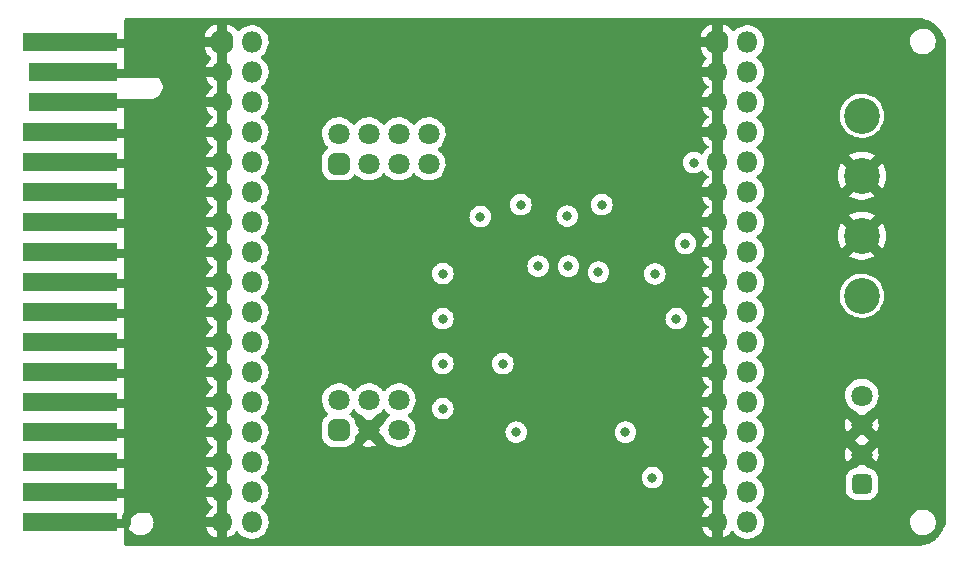
<source format=gbr>
%TF.GenerationSoftware,KiCad,Pcbnew,(6.0.5)*%
%TF.CreationDate,2023-02-06T04:07:19+00:00*%
%TF.ProjectId,AutoFloppySwitcher,4175746f-466c-46f7-9070-795377697463,rev?*%
%TF.SameCoordinates,Original*%
%TF.FileFunction,Copper,L4,Bot*%
%TF.FilePolarity,Positive*%
%FSLAX46Y46*%
G04 Gerber Fmt 4.6, Leading zero omitted, Abs format (unit mm)*
G04 Created by KiCad (PCBNEW (6.0.5)) date 2023-02-06 04:07:19*
%MOMM*%
%LPD*%
G01*
G04 APERTURE LIST*
G04 Aperture macros list*
%AMRoundRect*
0 Rectangle with rounded corners*
0 $1 Rounding radius*
0 $2 $3 $4 $5 $6 $7 $8 $9 X,Y pos of 4 corners*
0 Add a 4 corners polygon primitive as box body*
4,1,4,$2,$3,$4,$5,$6,$7,$8,$9,$2,$3,0*
0 Add four circle primitives for the rounded corners*
1,1,$1+$1,$2,$3*
1,1,$1+$1,$4,$5*
1,1,$1+$1,$6,$7*
1,1,$1+$1,$8,$9*
0 Add four rect primitives between the rounded corners*
20,1,$1+$1,$2,$3,$4,$5,0*
20,1,$1+$1,$4,$5,$6,$7,0*
20,1,$1+$1,$6,$7,$8,$9,0*
20,1,$1+$1,$8,$9,$2,$3,0*%
G04 Aperture macros list end*
%TA.AperFunction,ComponentPad*%
%ADD10RoundRect,0.450000X0.450000X-0.450000X0.450000X0.450000X-0.450000X0.450000X-0.450000X-0.450000X0*%
%TD*%
%TA.AperFunction,ComponentPad*%
%ADD11C,1.800000*%
%TD*%
%TA.AperFunction,ConnectorPad*%
%ADD12R,8.000000X1.600000*%
%TD*%
%TA.AperFunction,ConnectorPad*%
%ADD13R,7.500000X1.550000*%
%TD*%
%TA.AperFunction,ComponentPad*%
%ADD14C,3.040000*%
%TD*%
%TA.AperFunction,ComponentPad*%
%ADD15RoundRect,0.450000X-0.450000X-0.450000X0.450000X-0.450000X0.450000X0.450000X-0.450000X0.450000X0*%
%TD*%
%TA.AperFunction,ComponentPad*%
%ADD16O,1.800000X1.800000*%
%TD*%
%TA.AperFunction,ComponentPad*%
%ADD17RoundRect,0.425000X0.425000X-0.425000X0.425000X0.425000X-0.425000X0.425000X-0.425000X-0.425000X0*%
%TD*%
%TA.AperFunction,ViaPad*%
%ADD18C,0.800000*%
%TD*%
%TA.AperFunction,Conductor*%
%ADD19C,0.800000*%
%TD*%
G04 APERTURE END LIST*
D10*
%TO.P,SW1,1,A*%
%TO.N,Net-(C1-Pad1)*%
X101722000Y-92232500D03*
D11*
%TO.P,SW1,2,B*%
%TO.N,GND*%
X104262000Y-92232500D03*
%TO.P,SW1,3,C*%
%TO.N,Net-(C1-Pad1)*%
X106802000Y-92232500D03*
%TO.P,SW1,4,A*%
%TO.N,Floppy-Drive-A*%
X101722000Y-89692500D03*
%TO.P,SW1,5,B*%
%TO.N,Net-(R5-Pad2)*%
X104262000Y-89692500D03*
%TO.P,SW1,6,C*%
%TO.N,Floppy-Drive-B*%
X106802000Y-89692500D03*
%TD*%
D12*
%TO.P,U4,1,GND*%
%TO.N,GND*%
X78994000Y-59372500D03*
D13*
%TO.P,U4,3,GND*%
X79244000Y-61887500D03*
%TO.P,U4,5,GND*%
X79244000Y-64477500D03*
D12*
%TO.P,U4,7,GND*%
X78994000Y-66992500D03*
%TO.P,U4,9,GND*%
X78994000Y-69532500D03*
%TO.P,U4,11,GND*%
X78994000Y-72072500D03*
%TO.P,U4,13,GND*%
X78994000Y-74612500D03*
%TO.P,U4,15,GND*%
X78994000Y-77152500D03*
%TO.P,U4,17,GND*%
X78994000Y-79692500D03*
%TO.P,U4,19,GND*%
X78994000Y-82232500D03*
%TO.P,U4,21,GND*%
X78994000Y-84772500D03*
%TO.P,U4,23,GND*%
X78994000Y-87312500D03*
%TO.P,U4,25,GND*%
X78994000Y-89852500D03*
%TO.P,U4,27,GND*%
X78994000Y-92392500D03*
%TO.P,U4,29,GND*%
X78994000Y-94932500D03*
%TO.P,U4,31,GND*%
X78994000Y-97472500D03*
%TO.P,U4,33,GND*%
X78994000Y-100012500D03*
%TD*%
D14*
%TO.P,J3,1,Pin_1*%
%TO.N,+5V*%
X146000000Y-80855500D03*
%TO.P,J3,2,Pin_2*%
%TO.N,GND*%
X146000000Y-75775500D03*
%TO.P,J3,3,Pin_3*%
X146000000Y-70695500D03*
%TO.P,J3,4,Pin_4*%
%TO.N,+12V*%
X146000000Y-65615500D03*
%TD*%
D10*
%TO.P,J1,1,Pin_1*%
%TO.N,{slash}MOTEA-IN*%
X101722000Y-69690000D03*
D11*
%TO.P,J1,2,Pin_2*%
%TO.N,{slash}MOTOR-IN*%
X101722000Y-67150000D03*
%TO.P,J1,3,Pin_3*%
%TO.N,{slash}DRVSA-IN*%
X104262000Y-69690000D03*
%TO.P,J1,4,Pin_4*%
%TO.N,{slash}DRVSEL-IN*%
X104262000Y-67150000D03*
%TO.P,J1,5,Pin_5*%
%TO.N,{slash}MOTEB-IN*%
X106802000Y-69690000D03*
%TO.P,J1,6,Pin_6*%
%TO.N,{slash}MOTOR-IN*%
X106802000Y-67150000D03*
%TO.P,J1,7,Pin_7*%
%TO.N,{slash}DRBSB-IN*%
X109342000Y-69690000D03*
%TO.P,J1,8,Pin_8*%
%TO.N,{slash}DRVSEL-IN*%
X109342000Y-67150000D03*
%TD*%
D15*
%TO.P,U3,1,GND*%
%TO.N,GND*%
X133771000Y-59372500D03*
D16*
%TO.P,U3,2,/REDWC*%
%TO.N,{slash}REDWC*%
X136311000Y-59372500D03*
%TO.P,U3,3,GND*%
%TO.N,GND*%
X133771000Y-61912500D03*
%TO.P,U3,4,N/C*%
%TO.N,N{slash}C 1*%
X136311000Y-61912500D03*
%TO.P,U3,5,GND*%
%TO.N,GND*%
X133771000Y-64452500D03*
%TO.P,U3,6,N/C*%
%TO.N,N{slash}C 2*%
X136311000Y-64452500D03*
%TO.P,U3,7,GND*%
%TO.N,GND*%
X133771000Y-66992500D03*
%TO.P,U3,8,/INDEX*%
%TO.N,{slash}INDEX*%
X136311000Y-66992500D03*
%TO.P,U3,9,GND*%
%TO.N,GND*%
X133771000Y-69532500D03*
%TO.P,U3,10,/MOTEA*%
%TO.N,{slash}MOTEA-OUT*%
X136311000Y-69532500D03*
%TO.P,U3,11,GND*%
%TO.N,GND*%
X133771000Y-72072500D03*
%TO.P,U3,12,/DRBSB*%
%TO.N,{slash}DRBSB-OUT*%
X136311000Y-72072500D03*
%TO.P,U3,13,GND*%
%TO.N,GND*%
X133771000Y-74612500D03*
%TO.P,U3,14,/DRVSA*%
%TO.N,{slash}DRVSA-OUT*%
X136311000Y-74612500D03*
%TO.P,U3,15,GND*%
%TO.N,GND*%
X133771000Y-77152500D03*
%TO.P,U3,16,/MOTEB*%
%TO.N,{slash}MOTEB-OUT*%
X136311000Y-77152500D03*
%TO.P,U3,17,GND*%
%TO.N,GND*%
X133771000Y-79692500D03*
%TO.P,U3,18,/DIR*%
%TO.N,{slash}DIR*%
X136311000Y-79692500D03*
%TO.P,U3,19,GND*%
%TO.N,GND*%
X133771000Y-82232500D03*
%TO.P,U3,20,/STEP*%
%TO.N,{slash}STEP*%
X136311000Y-82232500D03*
%TO.P,U3,21,GND*%
%TO.N,GND*%
X133771000Y-84772500D03*
%TO.P,U3,22,/WDATE*%
%TO.N,{slash}WDATE*%
X136311000Y-84772500D03*
%TO.P,U3,23,GND*%
%TO.N,GND*%
X133771000Y-87312500D03*
%TO.P,U3,24,/WGATE*%
%TO.N,{slash}WGATE*%
X136311000Y-87312500D03*
%TO.P,U3,25,GND*%
%TO.N,GND*%
X133771000Y-89852500D03*
%TO.P,U3,26,/TRK00*%
%TO.N,{slash}TRK00*%
X136311000Y-89852500D03*
%TO.P,U3,27,GND*%
%TO.N,GND*%
X133771000Y-92392500D03*
%TO.P,U3,28,/WPT*%
%TO.N,{slash}WPT*%
X136311000Y-92392500D03*
%TO.P,U3,29,GND*%
%TO.N,GND*%
X133771000Y-94932500D03*
%TO.P,U3,30,/RDATA*%
%TO.N,{slash}RDATA*%
X136311000Y-94932500D03*
%TO.P,U3,31,GND*%
%TO.N,GND*%
X133771000Y-97472500D03*
%TO.P,U3,32,/SIDE1*%
%TO.N,{slash}SIDE1*%
X136311000Y-97472500D03*
%TO.P,U3,33,GND*%
%TO.N,GND*%
X133771000Y-100012500D03*
%TO.P,U3,34,/DSKCHG*%
%TO.N,{slash}DSKCHG*%
X136311000Y-100012500D03*
%TD*%
D15*
%TO.P,U2,1,GND*%
%TO.N,GND*%
X91816000Y-59372500D03*
D16*
%TO.P,U2,2,/REDWC*%
%TO.N,{slash}REDWC*%
X94356000Y-59372500D03*
%TO.P,U2,3,GND*%
%TO.N,GND*%
X91816000Y-61912500D03*
%TO.P,U2,4,N/C*%
%TO.N,N{slash}C 1*%
X94356000Y-61912500D03*
%TO.P,U2,5,GND*%
%TO.N,GND*%
X91816000Y-64452500D03*
%TO.P,U2,6,N/C*%
%TO.N,N{slash}C 2*%
X94356000Y-64452500D03*
%TO.P,U2,7,GND*%
%TO.N,GND*%
X91816000Y-66992500D03*
%TO.P,U2,8,/INDEX*%
%TO.N,{slash}INDEX*%
X94356000Y-66992500D03*
%TO.P,U2,9,GND*%
%TO.N,GND*%
X91816000Y-69532500D03*
%TO.P,U2,10,/MOTEA*%
%TO.N,{slash}MOTEA-IN*%
X94356000Y-69532500D03*
%TO.P,U2,11,GND*%
%TO.N,GND*%
X91816000Y-72072500D03*
%TO.P,U2,12,/DRBSB*%
%TO.N,{slash}DRBSB-IN*%
X94356000Y-72072500D03*
%TO.P,U2,13,GND*%
%TO.N,GND*%
X91816000Y-74612500D03*
%TO.P,U2,14,/DRVSA*%
%TO.N,{slash}DRVSA-IN*%
X94356000Y-74612500D03*
%TO.P,U2,15,GND*%
%TO.N,GND*%
X91816000Y-77152500D03*
%TO.P,U2,16,/MOTEB*%
%TO.N,{slash}MOTEB-IN*%
X94356000Y-77152500D03*
%TO.P,U2,17,GND*%
%TO.N,GND*%
X91816000Y-79692500D03*
%TO.P,U2,18,/DIR*%
%TO.N,{slash}DIR*%
X94356000Y-79692500D03*
%TO.P,U2,19,GND*%
%TO.N,GND*%
X91816000Y-82232500D03*
%TO.P,U2,20,/STEP*%
%TO.N,{slash}STEP*%
X94356000Y-82232500D03*
%TO.P,U2,21,GND*%
%TO.N,GND*%
X91816000Y-84772500D03*
%TO.P,U2,22,/WDATE*%
%TO.N,{slash}WDATE*%
X94356000Y-84772500D03*
%TO.P,U2,23,GND*%
%TO.N,GND*%
X91816000Y-87312500D03*
%TO.P,U2,24,/WGATE*%
%TO.N,{slash}WGATE*%
X94356000Y-87312500D03*
%TO.P,U2,25,GND*%
%TO.N,GND*%
X91816000Y-89852500D03*
%TO.P,U2,26,/TRK00*%
%TO.N,{slash}TRK00*%
X94356000Y-89852500D03*
%TO.P,U2,27,GND*%
%TO.N,GND*%
X91816000Y-92392500D03*
%TO.P,U2,28,/WPT*%
%TO.N,{slash}WPT*%
X94356000Y-92392500D03*
%TO.P,U2,29,GND*%
%TO.N,GND*%
X91816000Y-94932500D03*
%TO.P,U2,30,/RDATA*%
%TO.N,{slash}RDATA*%
X94356000Y-94932500D03*
%TO.P,U2,31,GND*%
%TO.N,GND*%
X91816000Y-97472500D03*
%TO.P,U2,32,/SIDE1*%
%TO.N,{slash}SIDE1*%
X94356000Y-97472500D03*
%TO.P,U2,33,GND*%
%TO.N,GND*%
X91816000Y-100012500D03*
%TO.P,U2,34,/DSKCHG*%
%TO.N,{slash}DSKCHG*%
X94356000Y-100012500D03*
%TD*%
D17*
%TO.P,J2,1,Pin_1*%
%TO.N,+5V*%
X146000000Y-96807500D03*
D11*
%TO.P,J2,2,Pin_2*%
%TO.N,GND*%
X146000000Y-94307500D03*
%TO.P,J2,3,Pin_3*%
X146000000Y-91807500D03*
%TO.P,J2,4,Pin_4*%
%TO.N,+12V*%
X146000000Y-89307500D03*
%TD*%
D18*
%TO.N,{slash}DRVSEL-IN*%
X123984000Y-73152000D03*
X117126000Y-73152000D03*
%TO.N,GND*%
X97332800Y-97472500D03*
X97332800Y-100012500D03*
X128524000Y-69596000D03*
X120555000Y-68580000D03*
X97332800Y-94932500D03*
%TO.N,{slash}MOTEA-OUT*%
X131775200Y-69596000D03*
%TO.N,+5V*%
X123698000Y-78867000D03*
X118599200Y-78359000D03*
X110522000Y-82800000D03*
X128270000Y-96266000D03*
X110522000Y-86600000D03*
X110522000Y-90424000D03*
X110522000Y-78994000D03*
%TO.N,/555-Release*%
X121158000Y-78359000D03*
X128473200Y-79006500D03*
%TO.N,/DSKCHG-Pulldown*%
X125984000Y-92405200D03*
X116738400Y-92405200D03*
%TO.N,{slash}DRVSA-OUT*%
X113690400Y-74168000D03*
%TO.N,{slash}DRBSB-OUT*%
X121056400Y-74117200D03*
%TO.N,{slash}STEP*%
X130286511Y-82804000D03*
%TO.N,{slash}MOTEB-OUT*%
X131064000Y-76454000D03*
%TO.N,Net-(R5-Pad2)*%
X115602000Y-86614000D03*
%TD*%
D19*
%TO.N,GND*%
X87630000Y-77089000D02*
X87630000Y-79756000D01*
X87630000Y-79756000D02*
X87630000Y-82169000D01*
X78994000Y-87376000D02*
X87630000Y-87376000D01*
X87503000Y-77216000D02*
X87630000Y-77089000D01*
X87630000Y-82169000D02*
X87630000Y-84836000D01*
X87333022Y-97536000D02*
X87630000Y-97239022D01*
X78994000Y-67056000D02*
X87630000Y-67056000D01*
X87630000Y-64516000D02*
X87630000Y-67056000D01*
X78994000Y-82296000D02*
X87503000Y-82296000D01*
X87630000Y-92456000D02*
X87630000Y-94996000D01*
X78994000Y-89916000D02*
X87630000Y-89916000D01*
X87630000Y-74676000D02*
X87630000Y-77089000D01*
X87503000Y-82296000D02*
X87630000Y-82169000D01*
X78994000Y-59436000D02*
X87630000Y-59436000D01*
X86063022Y-98806000D02*
X85801200Y-98806000D01*
X87503000Y-72136000D02*
X87630000Y-72009000D01*
X87630000Y-59436000D02*
X87630000Y-61976000D01*
X83712079Y-100025571D02*
X83661650Y-100076000D01*
X78994000Y-92456000D02*
X87630000Y-92456000D01*
X78994000Y-94996000D02*
X87630000Y-94996000D01*
X85790221Y-98816979D02*
X84429971Y-98816979D01*
X87630000Y-84836000D02*
X87630000Y-87376000D01*
X87630000Y-72009000D02*
X87630000Y-74676000D01*
X84429971Y-98816979D02*
X83712079Y-99534871D01*
X78994000Y-74676000D02*
X87630000Y-74676000D01*
X87630000Y-69596000D02*
X87630000Y-72009000D01*
X83661650Y-100076000D02*
X78994000Y-100076000D01*
X78994000Y-77216000D02*
X87503000Y-77216000D01*
X87630000Y-61976000D02*
X87630000Y-64516000D01*
X87630000Y-89916000D02*
X87630000Y-92456000D01*
X87630000Y-67056000D02*
X87630000Y-69596000D01*
X78994000Y-64516000D02*
X87630000Y-64516000D01*
X78994000Y-69596000D02*
X87630000Y-69596000D01*
X78994000Y-72136000D02*
X87503000Y-72136000D01*
X78994000Y-61976000D02*
X87630000Y-61976000D01*
X85801200Y-98806000D02*
X85790221Y-98816979D01*
X87630000Y-87376000D02*
X87630000Y-89916000D01*
X78994000Y-84836000D02*
X87630000Y-84836000D01*
X83712079Y-99534871D02*
X83712079Y-100025571D01*
X78994000Y-97536000D02*
X87333022Y-97536000D01*
X87630000Y-94996000D02*
X87630000Y-97239022D01*
X87630000Y-97239022D02*
X86063022Y-98806000D01*
X78994000Y-79756000D02*
X87630000Y-79756000D01*
%TD*%
%TA.AperFunction,Conductor*%
%TO.N,GND*%
G36*
X92964000Y-58262561D02*
G01*
X92950935Y-58246542D01*
X92941962Y-58237569D01*
X92801024Y-58122623D01*
X92790426Y-58115635D01*
X92629262Y-58031381D01*
X92617467Y-58026663D01*
X92442286Y-57976431D01*
X92430549Y-57974245D01*
X92324155Y-57964749D01*
X92318560Y-57964500D01*
X92234115Y-57964500D01*
X92218876Y-57968975D01*
X92217671Y-57970365D01*
X92216000Y-57978048D01*
X92216000Y-101344459D01*
X92219973Y-101357990D01*
X92227617Y-101359089D01*
X92326552Y-101329407D01*
X92336159Y-101325641D01*
X92534778Y-101228338D01*
X92543636Y-101223059D01*
X92723716Y-101094609D01*
X92731578Y-101087965D01*
X92888260Y-100931829D01*
X92894937Y-100923984D01*
X92964000Y-100827872D01*
X92964000Y-102034000D01*
X83692000Y-102034000D01*
X83623879Y-102013998D01*
X83577386Y-101960342D01*
X83566000Y-101908000D01*
X83566000Y-99989281D01*
X83849468Y-99989281D01*
X83859036Y-100196002D01*
X83860440Y-100201827D01*
X83860440Y-100201828D01*
X83886792Y-100311171D01*
X83907521Y-100397185D01*
X83910003Y-100402643D01*
X83910004Y-100402647D01*
X83924779Y-100435142D01*
X83993174Y-100585569D01*
X84112905Y-100754358D01*
X84117228Y-100758496D01*
X84117232Y-100758501D01*
X84258062Y-100893316D01*
X84262392Y-100897461D01*
X84267427Y-100900712D01*
X84431206Y-101006463D01*
X84431209Y-101006464D01*
X84436243Y-101009715D01*
X84628184Y-101087070D01*
X84634065Y-101088218D01*
X84634070Y-101088220D01*
X84826844Y-101125866D01*
X84826847Y-101125866D01*
X84831290Y-101126734D01*
X84836729Y-101127000D01*
X84989304Y-101127000D01*
X85143607Y-101112278D01*
X85212749Y-101091994D01*
X85336427Y-101055711D01*
X85336429Y-101055710D01*
X85342180Y-101054023D01*
X85347514Y-101051276D01*
X85520825Y-100962016D01*
X85520828Y-100962014D01*
X85526156Y-100959270D01*
X85688894Y-100831437D01*
X85824524Y-100675137D01*
X85928152Y-100496010D01*
X85952302Y-100426466D01*
X90465902Y-100426466D01*
X90466687Y-100429946D01*
X90469771Y-100439787D01*
X90552989Y-100644726D01*
X90557629Y-100653913D01*
X90673208Y-100842522D01*
X90679286Y-100850826D01*
X90824113Y-101018019D01*
X90831475Y-101025228D01*
X91001660Y-101166518D01*
X91010099Y-101172427D01*
X91201077Y-101284025D01*
X91210364Y-101288475D01*
X91399078Y-101360538D01*
X91413134Y-101361653D01*
X91416000Y-101356501D01*
X91416000Y-100430615D01*
X91411525Y-100415376D01*
X91410135Y-100414171D01*
X91402452Y-100412500D01*
X90480870Y-100412500D01*
X90467339Y-100416473D01*
X90465902Y-100426466D01*
X85952302Y-100426466D01*
X85996038Y-100300519D01*
X86010348Y-100201828D01*
X86024871Y-100101659D01*
X86024871Y-100101656D01*
X86025732Y-100095719D01*
X86016164Y-99888998D01*
X85967679Y-99687815D01*
X85933436Y-99612500D01*
X85895764Y-99529646D01*
X85882026Y-99499431D01*
X85762295Y-99330642D01*
X85757972Y-99326504D01*
X85757968Y-99326499D01*
X85617138Y-99191684D01*
X85612808Y-99187539D01*
X85507656Y-99119643D01*
X85443994Y-99078537D01*
X85443991Y-99078536D01*
X85438957Y-99075285D01*
X85247016Y-98997930D01*
X85241135Y-98996782D01*
X85241130Y-98996780D01*
X85048356Y-98959134D01*
X85048353Y-98959134D01*
X85043910Y-98958266D01*
X85038471Y-98958000D01*
X84885896Y-98958000D01*
X84731593Y-98972722D01*
X84725839Y-98974410D01*
X84538773Y-99029289D01*
X84538771Y-99029290D01*
X84533020Y-99030977D01*
X84527687Y-99033723D01*
X84527686Y-99033724D01*
X84354375Y-99122984D01*
X84354372Y-99122986D01*
X84349044Y-99125730D01*
X84186306Y-99253563D01*
X84050676Y-99409863D01*
X83947048Y-99588990D01*
X83879162Y-99784481D01*
X83878302Y-99790414D01*
X83878301Y-99790417D01*
X83851108Y-99977969D01*
X83849468Y-99989281D01*
X83566000Y-99989281D01*
X83566000Y-97886466D01*
X90465902Y-97886466D01*
X90466687Y-97889946D01*
X90469771Y-97899787D01*
X90552989Y-98104726D01*
X90557629Y-98113913D01*
X90673208Y-98302522D01*
X90679286Y-98310826D01*
X90824113Y-98478019D01*
X90831475Y-98485228D01*
X91001661Y-98626519D01*
X91010095Y-98632425D01*
X91014408Y-98634945D01*
X91063131Y-98686584D01*
X91076202Y-98756367D01*
X91049470Y-98822139D01*
X91026490Y-98844493D01*
X90882123Y-98952886D01*
X90874416Y-98959729D01*
X90721600Y-99119643D01*
X90715113Y-99127653D01*
X90590474Y-99310367D01*
X90585376Y-99319341D01*
X90492252Y-99519959D01*
X90488689Y-99529646D01*
X90470553Y-99595040D01*
X90470766Y-99609144D01*
X90478417Y-99612500D01*
X91397885Y-99612500D01*
X91413124Y-99608025D01*
X91414329Y-99606635D01*
X91416000Y-99598952D01*
X91416000Y-97890615D01*
X91411525Y-97875376D01*
X91410135Y-97874171D01*
X91402452Y-97872500D01*
X90480870Y-97872500D01*
X90467339Y-97876473D01*
X90465902Y-97886466D01*
X83566000Y-97886466D01*
X83566000Y-95346466D01*
X90465902Y-95346466D01*
X90466687Y-95349946D01*
X90469771Y-95359787D01*
X90552989Y-95564726D01*
X90557629Y-95573913D01*
X90673208Y-95762522D01*
X90679286Y-95770826D01*
X90824113Y-95938019D01*
X90831475Y-95945228D01*
X91001661Y-96086519D01*
X91010095Y-96092425D01*
X91014408Y-96094945D01*
X91063131Y-96146584D01*
X91076202Y-96216367D01*
X91049470Y-96282139D01*
X91026490Y-96304493D01*
X90882123Y-96412886D01*
X90874416Y-96419729D01*
X90721600Y-96579643D01*
X90715113Y-96587653D01*
X90590474Y-96770367D01*
X90585376Y-96779341D01*
X90492252Y-96979959D01*
X90488689Y-96989646D01*
X90470553Y-97055040D01*
X90470766Y-97069144D01*
X90478417Y-97072500D01*
X91397885Y-97072500D01*
X91413124Y-97068025D01*
X91414329Y-97066635D01*
X91416000Y-97058952D01*
X91416000Y-95350615D01*
X91411525Y-95335376D01*
X91410135Y-95334171D01*
X91402452Y-95332500D01*
X90480870Y-95332500D01*
X90467339Y-95336473D01*
X90465902Y-95346466D01*
X83566000Y-95346466D01*
X83566000Y-92806466D01*
X90465902Y-92806466D01*
X90466687Y-92809946D01*
X90469771Y-92819787D01*
X90552989Y-93024726D01*
X90557629Y-93033913D01*
X90673208Y-93222522D01*
X90679286Y-93230826D01*
X90824113Y-93398019D01*
X90831475Y-93405228D01*
X91001661Y-93546519D01*
X91010095Y-93552425D01*
X91014408Y-93554945D01*
X91063131Y-93606584D01*
X91076202Y-93676367D01*
X91049470Y-93742139D01*
X91026490Y-93764493D01*
X90882123Y-93872886D01*
X90874416Y-93879729D01*
X90721600Y-94039643D01*
X90715113Y-94047653D01*
X90590474Y-94230367D01*
X90585376Y-94239341D01*
X90492252Y-94439959D01*
X90488689Y-94449646D01*
X90470553Y-94515040D01*
X90470766Y-94529144D01*
X90478417Y-94532500D01*
X91397885Y-94532500D01*
X91413124Y-94528025D01*
X91414329Y-94526635D01*
X91416000Y-94518952D01*
X91416000Y-92810615D01*
X91411525Y-92795376D01*
X91410135Y-92794171D01*
X91402452Y-92792500D01*
X90480870Y-92792500D01*
X90467339Y-92796473D01*
X90465902Y-92806466D01*
X83566000Y-92806466D01*
X83566000Y-90266466D01*
X90465902Y-90266466D01*
X90466687Y-90269946D01*
X90469771Y-90279787D01*
X90552989Y-90484726D01*
X90557629Y-90493913D01*
X90673208Y-90682522D01*
X90679286Y-90690826D01*
X90824113Y-90858019D01*
X90831475Y-90865228D01*
X91001661Y-91006519D01*
X91010095Y-91012425D01*
X91014408Y-91014945D01*
X91063131Y-91066584D01*
X91076202Y-91136367D01*
X91049470Y-91202139D01*
X91026490Y-91224493D01*
X90882123Y-91332886D01*
X90874416Y-91339729D01*
X90721600Y-91499643D01*
X90715113Y-91507653D01*
X90590474Y-91690367D01*
X90585376Y-91699341D01*
X90492252Y-91899959D01*
X90488689Y-91909646D01*
X90470553Y-91975040D01*
X90470766Y-91989144D01*
X90478417Y-91992500D01*
X91397885Y-91992500D01*
X91413124Y-91988025D01*
X91414329Y-91986635D01*
X91416000Y-91978952D01*
X91416000Y-90270615D01*
X91411525Y-90255376D01*
X91410135Y-90254171D01*
X91402452Y-90252500D01*
X90480870Y-90252500D01*
X90467339Y-90256473D01*
X90465902Y-90266466D01*
X83566000Y-90266466D01*
X83566000Y-87726466D01*
X90465902Y-87726466D01*
X90466687Y-87729946D01*
X90469771Y-87739787D01*
X90552989Y-87944726D01*
X90557629Y-87953913D01*
X90673208Y-88142522D01*
X90679286Y-88150826D01*
X90824113Y-88318019D01*
X90831475Y-88325228D01*
X91001661Y-88466519D01*
X91010095Y-88472425D01*
X91014408Y-88474945D01*
X91063131Y-88526584D01*
X91076202Y-88596367D01*
X91049470Y-88662139D01*
X91026490Y-88684493D01*
X90882123Y-88792886D01*
X90874416Y-88799729D01*
X90721600Y-88959643D01*
X90715113Y-88967653D01*
X90590474Y-89150367D01*
X90585376Y-89159341D01*
X90492252Y-89359959D01*
X90488689Y-89369646D01*
X90470553Y-89435040D01*
X90470766Y-89449144D01*
X90478417Y-89452500D01*
X91397885Y-89452500D01*
X91413124Y-89448025D01*
X91414329Y-89446635D01*
X91416000Y-89438952D01*
X91416000Y-87730615D01*
X91411525Y-87715376D01*
X91410135Y-87714171D01*
X91402452Y-87712500D01*
X90480870Y-87712500D01*
X90467339Y-87716473D01*
X90465902Y-87726466D01*
X83566000Y-87726466D01*
X83566000Y-85186466D01*
X90465902Y-85186466D01*
X90466687Y-85189946D01*
X90469771Y-85199787D01*
X90552989Y-85404726D01*
X90557629Y-85413913D01*
X90673208Y-85602522D01*
X90679286Y-85610826D01*
X90824113Y-85778019D01*
X90831475Y-85785228D01*
X91001661Y-85926519D01*
X91010095Y-85932425D01*
X91014408Y-85934945D01*
X91063131Y-85986584D01*
X91076202Y-86056367D01*
X91049470Y-86122139D01*
X91026490Y-86144493D01*
X90882123Y-86252886D01*
X90874416Y-86259729D01*
X90721600Y-86419643D01*
X90715113Y-86427653D01*
X90590474Y-86610367D01*
X90585376Y-86619341D01*
X90492252Y-86819959D01*
X90488689Y-86829646D01*
X90470553Y-86895040D01*
X90470766Y-86909144D01*
X90478417Y-86912500D01*
X91397885Y-86912500D01*
X91413124Y-86908025D01*
X91414329Y-86906635D01*
X91416000Y-86898952D01*
X91416000Y-85190615D01*
X91411525Y-85175376D01*
X91410135Y-85174171D01*
X91402452Y-85172500D01*
X90480870Y-85172500D01*
X90467339Y-85176473D01*
X90465902Y-85186466D01*
X83566000Y-85186466D01*
X83566000Y-82646466D01*
X90465902Y-82646466D01*
X90466687Y-82649946D01*
X90469771Y-82659787D01*
X90552989Y-82864726D01*
X90557629Y-82873913D01*
X90673208Y-83062522D01*
X90679286Y-83070826D01*
X90824113Y-83238019D01*
X90831475Y-83245228D01*
X91001661Y-83386519D01*
X91010095Y-83392425D01*
X91014408Y-83394945D01*
X91063131Y-83446584D01*
X91076202Y-83516367D01*
X91049470Y-83582139D01*
X91026490Y-83604493D01*
X90882123Y-83712886D01*
X90874416Y-83719729D01*
X90721600Y-83879643D01*
X90715113Y-83887653D01*
X90590474Y-84070367D01*
X90585376Y-84079341D01*
X90492252Y-84279959D01*
X90488689Y-84289646D01*
X90470553Y-84355040D01*
X90470766Y-84369144D01*
X90478417Y-84372500D01*
X91397885Y-84372500D01*
X91413124Y-84368025D01*
X91414329Y-84366635D01*
X91416000Y-84358952D01*
X91416000Y-82650615D01*
X91411525Y-82635376D01*
X91410135Y-82634171D01*
X91402452Y-82632500D01*
X90480870Y-82632500D01*
X90467339Y-82636473D01*
X90465902Y-82646466D01*
X83566000Y-82646466D01*
X83566000Y-80106466D01*
X90465902Y-80106466D01*
X90466687Y-80109946D01*
X90469771Y-80119787D01*
X90552989Y-80324726D01*
X90557629Y-80333913D01*
X90673208Y-80522522D01*
X90679286Y-80530826D01*
X90824113Y-80698019D01*
X90831475Y-80705228D01*
X91001661Y-80846519D01*
X91010095Y-80852425D01*
X91014408Y-80854945D01*
X91063131Y-80906584D01*
X91076202Y-80976367D01*
X91049470Y-81042139D01*
X91026490Y-81064493D01*
X90882123Y-81172886D01*
X90874416Y-81179729D01*
X90721600Y-81339643D01*
X90715113Y-81347653D01*
X90590474Y-81530367D01*
X90585376Y-81539341D01*
X90492252Y-81739959D01*
X90488689Y-81749646D01*
X90470553Y-81815040D01*
X90470766Y-81829144D01*
X90478417Y-81832500D01*
X91397885Y-81832500D01*
X91413124Y-81828025D01*
X91414329Y-81826635D01*
X91416000Y-81818952D01*
X91416000Y-80110615D01*
X91411525Y-80095376D01*
X91410135Y-80094171D01*
X91402452Y-80092500D01*
X90480870Y-80092500D01*
X90467339Y-80096473D01*
X90465902Y-80106466D01*
X83566000Y-80106466D01*
X83566000Y-77566466D01*
X90465902Y-77566466D01*
X90466687Y-77569946D01*
X90469771Y-77579787D01*
X90552989Y-77784726D01*
X90557629Y-77793913D01*
X90673208Y-77982522D01*
X90679286Y-77990826D01*
X90824113Y-78158019D01*
X90831475Y-78165228D01*
X91001661Y-78306519D01*
X91010095Y-78312425D01*
X91014408Y-78314945D01*
X91063131Y-78366584D01*
X91076202Y-78436367D01*
X91049470Y-78502139D01*
X91026490Y-78524493D01*
X90882123Y-78632886D01*
X90874416Y-78639729D01*
X90721600Y-78799643D01*
X90715113Y-78807653D01*
X90590474Y-78990367D01*
X90585376Y-78999341D01*
X90492252Y-79199959D01*
X90488689Y-79209646D01*
X90470553Y-79275040D01*
X90470766Y-79289144D01*
X90478417Y-79292500D01*
X91397885Y-79292500D01*
X91413124Y-79288025D01*
X91414329Y-79286635D01*
X91416000Y-79278952D01*
X91416000Y-77570615D01*
X91411525Y-77555376D01*
X91410135Y-77554171D01*
X91402452Y-77552500D01*
X90480870Y-77552500D01*
X90467339Y-77556473D01*
X90465902Y-77566466D01*
X83566000Y-77566466D01*
X83566000Y-75026466D01*
X90465902Y-75026466D01*
X90466687Y-75029946D01*
X90469771Y-75039787D01*
X90552989Y-75244726D01*
X90557629Y-75253913D01*
X90673208Y-75442522D01*
X90679286Y-75450826D01*
X90824113Y-75618019D01*
X90831475Y-75625228D01*
X91001661Y-75766519D01*
X91010095Y-75772425D01*
X91014408Y-75774945D01*
X91063131Y-75826584D01*
X91076202Y-75896367D01*
X91049470Y-75962139D01*
X91026490Y-75984493D01*
X90882123Y-76092886D01*
X90874416Y-76099729D01*
X90721600Y-76259643D01*
X90715113Y-76267653D01*
X90590474Y-76450367D01*
X90585376Y-76459341D01*
X90492252Y-76659959D01*
X90488689Y-76669646D01*
X90470553Y-76735040D01*
X90470766Y-76749144D01*
X90478417Y-76752500D01*
X91397885Y-76752500D01*
X91413124Y-76748025D01*
X91414329Y-76746635D01*
X91416000Y-76738952D01*
X91416000Y-75030615D01*
X91411525Y-75015376D01*
X91410135Y-75014171D01*
X91402452Y-75012500D01*
X90480870Y-75012500D01*
X90467339Y-75016473D01*
X90465902Y-75026466D01*
X83566000Y-75026466D01*
X83566000Y-72486466D01*
X90465902Y-72486466D01*
X90466687Y-72489946D01*
X90469771Y-72499787D01*
X90552989Y-72704726D01*
X90557629Y-72713913D01*
X90673208Y-72902522D01*
X90679286Y-72910826D01*
X90824113Y-73078019D01*
X90831475Y-73085228D01*
X91001661Y-73226519D01*
X91010095Y-73232425D01*
X91014408Y-73234945D01*
X91063131Y-73286584D01*
X91076202Y-73356367D01*
X91049470Y-73422139D01*
X91026490Y-73444493D01*
X90882123Y-73552886D01*
X90874416Y-73559729D01*
X90721600Y-73719643D01*
X90715113Y-73727653D01*
X90590474Y-73910367D01*
X90585376Y-73919341D01*
X90492252Y-74119959D01*
X90488689Y-74129646D01*
X90470553Y-74195040D01*
X90470766Y-74209144D01*
X90478417Y-74212500D01*
X91397885Y-74212500D01*
X91413124Y-74208025D01*
X91414329Y-74206635D01*
X91416000Y-74198952D01*
X91416000Y-72490615D01*
X91411525Y-72475376D01*
X91410135Y-72474171D01*
X91402452Y-72472500D01*
X90480870Y-72472500D01*
X90467339Y-72476473D01*
X90465902Y-72486466D01*
X83566000Y-72486466D01*
X83566000Y-69946466D01*
X90465902Y-69946466D01*
X90466687Y-69949946D01*
X90469771Y-69959787D01*
X90552989Y-70164726D01*
X90557629Y-70173913D01*
X90673208Y-70362522D01*
X90679286Y-70370826D01*
X90824113Y-70538019D01*
X90831475Y-70545228D01*
X91001661Y-70686519D01*
X91010095Y-70692425D01*
X91014408Y-70694945D01*
X91063131Y-70746584D01*
X91076202Y-70816367D01*
X91049470Y-70882139D01*
X91026490Y-70904493D01*
X90882123Y-71012886D01*
X90874416Y-71019729D01*
X90721600Y-71179643D01*
X90715113Y-71187653D01*
X90590474Y-71370367D01*
X90585376Y-71379341D01*
X90492252Y-71579959D01*
X90488689Y-71589646D01*
X90470553Y-71655040D01*
X90470766Y-71669144D01*
X90478417Y-71672500D01*
X91397885Y-71672500D01*
X91413124Y-71668025D01*
X91414329Y-71666635D01*
X91416000Y-71658952D01*
X91416000Y-69950615D01*
X91411525Y-69935376D01*
X91410135Y-69934171D01*
X91402452Y-69932500D01*
X90480870Y-69932500D01*
X90467339Y-69936473D01*
X90465902Y-69946466D01*
X83566000Y-69946466D01*
X83566000Y-67406466D01*
X90465902Y-67406466D01*
X90466687Y-67409946D01*
X90469771Y-67419787D01*
X90552989Y-67624726D01*
X90557629Y-67633913D01*
X90673208Y-67822522D01*
X90679286Y-67830826D01*
X90824113Y-67998019D01*
X90831475Y-68005228D01*
X91001661Y-68146519D01*
X91010095Y-68152425D01*
X91014408Y-68154945D01*
X91063131Y-68206584D01*
X91076202Y-68276367D01*
X91049470Y-68342139D01*
X91026490Y-68364493D01*
X90882123Y-68472886D01*
X90874416Y-68479729D01*
X90721600Y-68639643D01*
X90715113Y-68647653D01*
X90590474Y-68830367D01*
X90585376Y-68839341D01*
X90492252Y-69039959D01*
X90488689Y-69049646D01*
X90470553Y-69115040D01*
X90470766Y-69129144D01*
X90478417Y-69132500D01*
X91397885Y-69132500D01*
X91413124Y-69128025D01*
X91414329Y-69126635D01*
X91416000Y-69118952D01*
X91416000Y-67410615D01*
X91411525Y-67395376D01*
X91410135Y-67394171D01*
X91402452Y-67392500D01*
X90480870Y-67392500D01*
X90467339Y-67396473D01*
X90465902Y-67406466D01*
X83566000Y-67406466D01*
X83566000Y-64866466D01*
X90465902Y-64866466D01*
X90466687Y-64869946D01*
X90469771Y-64879787D01*
X90552989Y-65084726D01*
X90557629Y-65093913D01*
X90673208Y-65282522D01*
X90679286Y-65290826D01*
X90824113Y-65458019D01*
X90831475Y-65465228D01*
X91001661Y-65606519D01*
X91010095Y-65612425D01*
X91014408Y-65614945D01*
X91063131Y-65666584D01*
X91076202Y-65736367D01*
X91049470Y-65802139D01*
X91026490Y-65824493D01*
X90882123Y-65932886D01*
X90874416Y-65939729D01*
X90721600Y-66099643D01*
X90715113Y-66107653D01*
X90590474Y-66290367D01*
X90585376Y-66299341D01*
X90492252Y-66499959D01*
X90488689Y-66509646D01*
X90470553Y-66575040D01*
X90470766Y-66589144D01*
X90478417Y-66592500D01*
X91397885Y-66592500D01*
X91413124Y-66588025D01*
X91414329Y-66586635D01*
X91416000Y-66578952D01*
X91416000Y-64870615D01*
X91411525Y-64855376D01*
X91410135Y-64854171D01*
X91402452Y-64852500D01*
X90480870Y-64852500D01*
X90467339Y-64856473D01*
X90465902Y-64866466D01*
X83566000Y-64866466D01*
X83566000Y-64317000D01*
X83586002Y-64248879D01*
X83639658Y-64202386D01*
X83692000Y-64191000D01*
X85731950Y-64191000D01*
X85752855Y-64192746D01*
X85767856Y-64195270D01*
X85767859Y-64195270D01*
X85772648Y-64196076D01*
X85778963Y-64196153D01*
X85780342Y-64196170D01*
X85780345Y-64196170D01*
X85785200Y-64196229D01*
X85790016Y-64195539D01*
X85790018Y-64195539D01*
X85800048Y-64194103D01*
X85806285Y-64193367D01*
X85965512Y-64178613D01*
X85965514Y-64178613D01*
X85971305Y-64178076D01*
X86151073Y-64126927D01*
X86318382Y-64043618D01*
X86467533Y-63930984D01*
X86593449Y-63792861D01*
X86691840Y-63633953D01*
X86759357Y-63459672D01*
X86793700Y-63275951D01*
X86793700Y-63089049D01*
X86759357Y-62905328D01*
X86691840Y-62731047D01*
X86593449Y-62572139D01*
X86467533Y-62434016D01*
X86325114Y-62326466D01*
X90465902Y-62326466D01*
X90466687Y-62329946D01*
X90469771Y-62339787D01*
X90552989Y-62544726D01*
X90557629Y-62553913D01*
X90673208Y-62742522D01*
X90679286Y-62750826D01*
X90824113Y-62918019D01*
X90831475Y-62925228D01*
X91001661Y-63066519D01*
X91010095Y-63072425D01*
X91014408Y-63074945D01*
X91063131Y-63126584D01*
X91076202Y-63196367D01*
X91049470Y-63262139D01*
X91026490Y-63284493D01*
X90882123Y-63392886D01*
X90874416Y-63399729D01*
X90721600Y-63559643D01*
X90715113Y-63567653D01*
X90590474Y-63750367D01*
X90585376Y-63759341D01*
X90492252Y-63959959D01*
X90488689Y-63969646D01*
X90470553Y-64035040D01*
X90470766Y-64049144D01*
X90478417Y-64052500D01*
X91397885Y-64052500D01*
X91413124Y-64048025D01*
X91414329Y-64046635D01*
X91416000Y-64038952D01*
X91416000Y-62330615D01*
X91411525Y-62315376D01*
X91410135Y-62314171D01*
X91402452Y-62312500D01*
X90480870Y-62312500D01*
X90467339Y-62316473D01*
X90465902Y-62326466D01*
X86325114Y-62326466D01*
X86318382Y-62321382D01*
X86151073Y-62238073D01*
X86056523Y-62211171D01*
X85976905Y-62188517D01*
X85976901Y-62188516D01*
X85971305Y-62186924D01*
X85827793Y-62173626D01*
X85818514Y-62172417D01*
X85802545Y-62169730D01*
X85802540Y-62169730D01*
X85797752Y-62168924D01*
X85791553Y-62168848D01*
X85790060Y-62168830D01*
X85790057Y-62168830D01*
X85785200Y-62168771D01*
X85759741Y-62172417D01*
X85757576Y-62172727D01*
X85739714Y-62174000D01*
X83692000Y-62174000D01*
X83623879Y-62153998D01*
X83577386Y-62100342D01*
X83566000Y-62048000D01*
X83566000Y-59875060D01*
X90408000Y-59875060D01*
X90408249Y-59880655D01*
X90417745Y-59987049D01*
X90419931Y-59998786D01*
X90470163Y-60173967D01*
X90474881Y-60185762D01*
X90559135Y-60346926D01*
X90566123Y-60357524D01*
X90681069Y-60498462D01*
X90690038Y-60507431D01*
X90830976Y-60622377D01*
X90841574Y-60629365D01*
X90864008Y-60641093D01*
X90915110Y-60690379D01*
X90931454Y-60759469D01*
X90907851Y-60826427D01*
X90885646Y-60849068D01*
X90885989Y-60849454D01*
X90874416Y-60859729D01*
X90721600Y-61019643D01*
X90715113Y-61027653D01*
X90590474Y-61210367D01*
X90585376Y-61219341D01*
X90492252Y-61419959D01*
X90488689Y-61429646D01*
X90470553Y-61495040D01*
X90470766Y-61509144D01*
X90478417Y-61512500D01*
X91397885Y-61512500D01*
X91413124Y-61508025D01*
X91414329Y-61506635D01*
X91416000Y-61498952D01*
X91416000Y-59790615D01*
X91411525Y-59775376D01*
X91410135Y-59774171D01*
X91402452Y-59772500D01*
X90426115Y-59772500D01*
X90410876Y-59776975D01*
X90409671Y-59778365D01*
X90408000Y-59786048D01*
X90408000Y-59875060D01*
X83566000Y-59875060D01*
X83566000Y-58954385D01*
X90408000Y-58954385D01*
X90412475Y-58969624D01*
X90413865Y-58970829D01*
X90421548Y-58972500D01*
X91397885Y-58972500D01*
X91413124Y-58968025D01*
X91414329Y-58966635D01*
X91416000Y-58958952D01*
X91416000Y-57982615D01*
X91411525Y-57967376D01*
X91410135Y-57966171D01*
X91402452Y-57964500D01*
X91313440Y-57964500D01*
X91307845Y-57964749D01*
X91201451Y-57974245D01*
X91189714Y-57976431D01*
X91014533Y-58026663D01*
X91002738Y-58031381D01*
X90841574Y-58115635D01*
X90830976Y-58122623D01*
X90690038Y-58237569D01*
X90681069Y-58246538D01*
X90566123Y-58387476D01*
X90559135Y-58398074D01*
X90474881Y-58559238D01*
X90470163Y-58571033D01*
X90419931Y-58746214D01*
X90417745Y-58757951D01*
X90408249Y-58864345D01*
X90408000Y-58869940D01*
X90408000Y-58954385D01*
X83566000Y-58954385D01*
X83566000Y-57477000D01*
X83586002Y-57408879D01*
X83639658Y-57362386D01*
X83692000Y-57351000D01*
X92964000Y-57351000D01*
X92964000Y-58262561D01*
G37*
%TD.AperFunction*%
%TD*%
%TA.AperFunction,Conductor*%
%TO.N,GND*%
G36*
X150640018Y-57352500D02*
G01*
X150654851Y-57354810D01*
X150654855Y-57354810D01*
X150663724Y-57356191D01*
X150680923Y-57353942D01*
X150704863Y-57353109D01*
X150962710Y-57368706D01*
X150977814Y-57370540D01*
X151049786Y-57383729D01*
X151258760Y-57422025D01*
X151273526Y-57425664D01*
X151546231Y-57510642D01*
X151560445Y-57516034D01*
X151778223Y-57614047D01*
X151820906Y-57633257D01*
X151834379Y-57640328D01*
X152078813Y-57788095D01*
X152091334Y-57796738D01*
X152316171Y-57972885D01*
X152327560Y-57982975D01*
X152529525Y-58184940D01*
X152539615Y-58196329D01*
X152715762Y-58421166D01*
X152724405Y-58433687D01*
X152872172Y-58678121D01*
X152879242Y-58691592D01*
X152996466Y-58952055D01*
X153001859Y-58966273D01*
X153086836Y-59238973D01*
X153090475Y-59253740D01*
X153115395Y-59389722D01*
X153141960Y-59534686D01*
X153143794Y-59549790D01*
X153158953Y-59800404D01*
X153157692Y-59827216D01*
X153157690Y-59827352D01*
X153156309Y-59836224D01*
X153157473Y-59845126D01*
X153157473Y-59845128D01*
X153160436Y-59867783D01*
X153161500Y-59884121D01*
X153161500Y-99493133D01*
X153160000Y-99512518D01*
X153157690Y-99527351D01*
X153157690Y-99527355D01*
X153156309Y-99536224D01*
X153158411Y-99552297D01*
X153158558Y-99553419D01*
X153159391Y-99577363D01*
X153143794Y-99835210D01*
X153141960Y-99850314D01*
X153112854Y-100009146D01*
X153090477Y-100131254D01*
X153086836Y-100146026D01*
X153033834Y-100316117D01*
X153001859Y-100418727D01*
X152996466Y-100432945D01*
X152898897Y-100649737D01*
X152879243Y-100693406D01*
X152872172Y-100706879D01*
X152724405Y-100951313D01*
X152715762Y-100963834D01*
X152539615Y-101188671D01*
X152529525Y-101200060D01*
X152327560Y-101402025D01*
X152316172Y-101412114D01*
X152311359Y-101415885D01*
X152091334Y-101588262D01*
X152078813Y-101596905D01*
X151834379Y-101744672D01*
X151820908Y-101751742D01*
X151560445Y-101868966D01*
X151546231Y-101874358D01*
X151273527Y-101959336D01*
X151258760Y-101962975D01*
X151049786Y-102001271D01*
X150977814Y-102014460D01*
X150962710Y-102016294D01*
X150712096Y-102031453D01*
X150685284Y-102030192D01*
X150685148Y-102030190D01*
X150676276Y-102028809D01*
X150667374Y-102029973D01*
X150667372Y-102029973D01*
X150652323Y-102031941D01*
X150644714Y-102032936D01*
X150628379Y-102034000D01*
X92964000Y-102034000D01*
X92964000Y-100827872D01*
X92982676Y-100801882D01*
X93038671Y-100758234D01*
X93109374Y-100751788D01*
X93172339Y-100784591D01*
X93192432Y-100809574D01*
X93212800Y-100842813D01*
X93212806Y-100842821D01*
X93215501Y-100847219D01*
X93367147Y-101022284D01*
X93545349Y-101170230D01*
X93745322Y-101287084D01*
X93961694Y-101369709D01*
X93966760Y-101370740D01*
X93966761Y-101370740D01*
X94019846Y-101381540D01*
X94188656Y-101415885D01*
X94319324Y-101420676D01*
X94414949Y-101424183D01*
X94414953Y-101424183D01*
X94420113Y-101424372D01*
X94425233Y-101423716D01*
X94425235Y-101423716D01*
X94498270Y-101414360D01*
X94649847Y-101394942D01*
X94654795Y-101393457D01*
X94654802Y-101393456D01*
X94866747Y-101329869D01*
X94871690Y-101328386D01*
X94953159Y-101288475D01*
X95075049Y-101228762D01*
X95075052Y-101228760D01*
X95079684Y-101226491D01*
X95268243Y-101091994D01*
X95432303Y-100928505D01*
X95567458Y-100740417D01*
X95584034Y-100706879D01*
X95667784Y-100537422D01*
X95667785Y-100537420D01*
X95670078Y-100532780D01*
X95688582Y-100471876D01*
X132437801Y-100471876D01*
X132507988Y-100644725D01*
X132512631Y-100653916D01*
X132628208Y-100842522D01*
X132634286Y-100850826D01*
X132779113Y-101018019D01*
X132786475Y-101025228D01*
X132956660Y-101166518D01*
X132965099Y-101172427D01*
X133156077Y-101284025D01*
X133165364Y-101288475D01*
X133304078Y-101341445D01*
X133318133Y-101342560D01*
X133321000Y-101337406D01*
X133321000Y-101329458D01*
X134221000Y-101329458D01*
X134224973Y-101342989D01*
X134232617Y-101344088D01*
X134281557Y-101329405D01*
X134291152Y-101325644D01*
X134489778Y-101228338D01*
X134498636Y-101223059D01*
X134678716Y-101094609D01*
X134686578Y-101087965D01*
X134843260Y-100931829D01*
X134849937Y-100923984D01*
X134937676Y-100801882D01*
X134993671Y-100758234D01*
X135064374Y-100751788D01*
X135127339Y-100784591D01*
X135147432Y-100809574D01*
X135167800Y-100842813D01*
X135167806Y-100842821D01*
X135170501Y-100847219D01*
X135322147Y-101022284D01*
X135500349Y-101170230D01*
X135700322Y-101287084D01*
X135916694Y-101369709D01*
X135921760Y-101370740D01*
X135921761Y-101370740D01*
X135974846Y-101381540D01*
X136143656Y-101415885D01*
X136274324Y-101420676D01*
X136369949Y-101424183D01*
X136369953Y-101424183D01*
X136375113Y-101424372D01*
X136380233Y-101423716D01*
X136380235Y-101423716D01*
X136453270Y-101414360D01*
X136604847Y-101394942D01*
X136609795Y-101393457D01*
X136609802Y-101393456D01*
X136821747Y-101329869D01*
X136826690Y-101328386D01*
X136908159Y-101288475D01*
X137030049Y-101228762D01*
X137030052Y-101228760D01*
X137034684Y-101226491D01*
X137223243Y-101091994D01*
X137387303Y-100928505D01*
X137522458Y-100740417D01*
X137539034Y-100706879D01*
X137622784Y-100537422D01*
X137622785Y-100537420D01*
X137625078Y-100532780D01*
X137692408Y-100311171D01*
X137722640Y-100081541D01*
X137724327Y-100012500D01*
X137722418Y-99989281D01*
X150084668Y-99989281D01*
X150094236Y-100196002D01*
X150095640Y-100201827D01*
X150095640Y-100201828D01*
X150123184Y-100316117D01*
X150142721Y-100397185D01*
X150145203Y-100402643D01*
X150145204Y-100402647D01*
X150174224Y-100466473D01*
X150228374Y-100585569D01*
X150348105Y-100754358D01*
X150352428Y-100758496D01*
X150352432Y-100758501D01*
X150486418Y-100886764D01*
X150497592Y-100897461D01*
X150502627Y-100900712D01*
X150666406Y-101006463D01*
X150666409Y-101006464D01*
X150671443Y-101009715D01*
X150863384Y-101087070D01*
X150869265Y-101088218D01*
X150869270Y-101088220D01*
X151062044Y-101125866D01*
X151062047Y-101125866D01*
X151066490Y-101126734D01*
X151071929Y-101127000D01*
X151224504Y-101127000D01*
X151378807Y-101112278D01*
X151460370Y-101088350D01*
X151571627Y-101055711D01*
X151571629Y-101055710D01*
X151577380Y-101054023D01*
X151582714Y-101051276D01*
X151756025Y-100962016D01*
X151756028Y-100962014D01*
X151761356Y-100959270D01*
X151924094Y-100831437D01*
X151949741Y-100801882D01*
X152003077Y-100740417D01*
X152059724Y-100675137D01*
X152163352Y-100496010D01*
X152231238Y-100300519D01*
X152245548Y-100201828D01*
X152260071Y-100101659D01*
X152260071Y-100101656D01*
X152260932Y-100095719D01*
X152251364Y-99888998D01*
X152202879Y-99687815D01*
X152117226Y-99499431D01*
X151997495Y-99330642D01*
X151993172Y-99326504D01*
X151993168Y-99326499D01*
X151852338Y-99191684D01*
X151848008Y-99187539D01*
X151797327Y-99154815D01*
X151679194Y-99078537D01*
X151679191Y-99078536D01*
X151674157Y-99075285D01*
X151482216Y-98997930D01*
X151476335Y-98996782D01*
X151476330Y-98996780D01*
X151283556Y-98959134D01*
X151283553Y-98959134D01*
X151279110Y-98958266D01*
X151273671Y-98958000D01*
X151121096Y-98958000D01*
X150966793Y-98972722D01*
X150961039Y-98974410D01*
X150773973Y-99029289D01*
X150773971Y-99029290D01*
X150768220Y-99030977D01*
X150762887Y-99033723D01*
X150762886Y-99033724D01*
X150589575Y-99122984D01*
X150589572Y-99122986D01*
X150584244Y-99125730D01*
X150421506Y-99253563D01*
X150417575Y-99258093D01*
X150417574Y-99258094D01*
X150372214Y-99310367D01*
X150285876Y-99409863D01*
X150182248Y-99588990D01*
X150114362Y-99784481D01*
X150113502Y-99790414D01*
X150113501Y-99790417D01*
X150086308Y-99977969D01*
X150084668Y-99989281D01*
X137722418Y-99989281D01*
X137710993Y-99850314D01*
X137705773Y-99786818D01*
X137705772Y-99786812D01*
X137705349Y-99781667D01*
X137651510Y-99567323D01*
X137650184Y-99562044D01*
X137650183Y-99562040D01*
X137648925Y-99557033D01*
X137646866Y-99552297D01*
X137558630Y-99349368D01*
X137558628Y-99349365D01*
X137556570Y-99344631D01*
X137430764Y-99150165D01*
X137274887Y-98978858D01*
X137270836Y-98975659D01*
X137270832Y-98975655D01*
X137098077Y-98839222D01*
X137057014Y-98781305D01*
X137053782Y-98710382D01*
X137089407Y-98648970D01*
X137103001Y-98637761D01*
X137106949Y-98634945D01*
X137223243Y-98551994D01*
X137387303Y-98388505D01*
X137522458Y-98200417D01*
X137539469Y-98165999D01*
X137622784Y-97997422D01*
X137622785Y-97997420D01*
X137625078Y-97992780D01*
X137692408Y-97771171D01*
X137722640Y-97541541D01*
X137724327Y-97472500D01*
X137717126Y-97384911D01*
X137705773Y-97246818D01*
X137705772Y-97246812D01*
X137705349Y-97241667D01*
X137658019Y-97053237D01*
X137650184Y-97022044D01*
X137650183Y-97022040D01*
X137648925Y-97017033D01*
X137646866Y-97012297D01*
X137558630Y-96809368D01*
X137558628Y-96809365D01*
X137556570Y-96804631D01*
X137430764Y-96610165D01*
X137274887Y-96438858D01*
X137270836Y-96435659D01*
X137270832Y-96435655D01*
X137120794Y-96317163D01*
X144641500Y-96317163D01*
X144641501Y-97297836D01*
X144647914Y-97379336D01*
X144698702Y-97568879D01*
X144787789Y-97743721D01*
X144911280Y-97896220D01*
X145063779Y-98019711D01*
X145238621Y-98108798D01*
X145244994Y-98110506D01*
X145244995Y-98110506D01*
X145422587Y-98158092D01*
X145422591Y-98158093D01*
X145428164Y-98159586D01*
X145433920Y-98160039D01*
X145507206Y-98165807D01*
X145507215Y-98165807D01*
X145509663Y-98166000D01*
X145999801Y-98166000D01*
X146490336Y-98165999D01*
X146540220Y-98162074D01*
X146566082Y-98160039D01*
X146566085Y-98160039D01*
X146571836Y-98159586D01*
X146696596Y-98126157D01*
X146755005Y-98110506D01*
X146755006Y-98110506D01*
X146761379Y-98108798D01*
X146936221Y-98019711D01*
X147088720Y-97896220D01*
X147212211Y-97743721D01*
X147301298Y-97568879D01*
X147327123Y-97472500D01*
X147350592Y-97384913D01*
X147350593Y-97384909D01*
X147352086Y-97379336D01*
X147352539Y-97373580D01*
X147358307Y-97300294D01*
X147358307Y-97300285D01*
X147358500Y-97297837D01*
X147358499Y-96317164D01*
X147354473Y-96266000D01*
X147352539Y-96241418D01*
X147352539Y-96241415D01*
X147352086Y-96235664D01*
X147301298Y-96046121D01*
X147212211Y-95871279D01*
X147088720Y-95718780D01*
X146936221Y-95595289D01*
X146761379Y-95506202D01*
X146755005Y-95504494D01*
X146577413Y-95456908D01*
X146577409Y-95456907D01*
X146571836Y-95455414D01*
X146566083Y-95454961D01*
X146566070Y-95454959D01*
X146552702Y-95453907D01*
X146486361Y-95428621D01*
X146473495Y-95417391D01*
X146012812Y-94956708D01*
X145998868Y-94949094D01*
X145997035Y-94949225D01*
X145990420Y-94953476D01*
X145526504Y-95417392D01*
X145464192Y-95451418D01*
X145447292Y-95453909D01*
X145442123Y-95454316D01*
X145433920Y-95454961D01*
X145433919Y-95454961D01*
X145428164Y-95455414D01*
X145422589Y-95456908D01*
X145422588Y-95456908D01*
X145341025Y-95478763D01*
X145238621Y-95506202D01*
X145063779Y-95595289D01*
X144911280Y-95718780D01*
X144787789Y-95871279D01*
X144698702Y-96046121D01*
X144696994Y-96052494D01*
X144696994Y-96052495D01*
X144653085Y-96216367D01*
X144647914Y-96235664D01*
X144647461Y-96241418D01*
X144647461Y-96241420D01*
X144641694Y-96314704D01*
X144641500Y-96317163D01*
X137120794Y-96317163D01*
X137098077Y-96299222D01*
X137057014Y-96241305D01*
X137053782Y-96170382D01*
X137089407Y-96108970D01*
X137103001Y-96097761D01*
X137106949Y-96094945D01*
X137223243Y-96011994D01*
X137387303Y-95848505D01*
X137522458Y-95660417D01*
X137556128Y-95592292D01*
X137622784Y-95457422D01*
X137622785Y-95457420D01*
X137625078Y-95452780D01*
X137692408Y-95231171D01*
X137722640Y-95001541D01*
X137722722Y-94998191D01*
X137724245Y-94935865D01*
X137724245Y-94935861D01*
X137724327Y-94932500D01*
X137707263Y-94724944D01*
X137705773Y-94706818D01*
X137705772Y-94706812D01*
X137705349Y-94701667D01*
X137654435Y-94498968D01*
X137650184Y-94482044D01*
X137650183Y-94482040D01*
X137648925Y-94477033D01*
X137646866Y-94472297D01*
X137562443Y-94278138D01*
X144587893Y-94278138D01*
X144600627Y-94498968D01*
X144602061Y-94509170D01*
X144650686Y-94724944D01*
X144653769Y-94734784D01*
X144728552Y-94918950D01*
X144737324Y-94929993D01*
X144742359Y-94928745D01*
X145350792Y-94320312D01*
X145357170Y-94308632D01*
X146641594Y-94308632D01*
X146641725Y-94310465D01*
X146645976Y-94317080D01*
X147248831Y-94919935D01*
X147261211Y-94926695D01*
X147266644Y-94922628D01*
X147311318Y-94832237D01*
X147315117Y-94822642D01*
X147379415Y-94611017D01*
X147381594Y-94600936D01*
X147410702Y-94379838D01*
X147411221Y-94373163D01*
X147412744Y-94310864D01*
X147412550Y-94304146D01*
X147394279Y-94081900D01*
X147392596Y-94071738D01*
X147338710Y-93857208D01*
X147335389Y-93847453D01*
X147270201Y-93697532D01*
X147261162Y-93686708D01*
X147255688Y-93688208D01*
X146649208Y-94294688D01*
X146641594Y-94308632D01*
X145357170Y-94308632D01*
X145358406Y-94306368D01*
X145358275Y-94304535D01*
X145354024Y-94297920D01*
X144750824Y-93694720D01*
X144738444Y-93687960D01*
X144733477Y-93691679D01*
X144676252Y-93814959D01*
X144672689Y-93824646D01*
X144613581Y-94037780D01*
X144611650Y-94047900D01*
X144588145Y-94267849D01*
X144587893Y-94278138D01*
X137562443Y-94278138D01*
X137558630Y-94269368D01*
X137558628Y-94269365D01*
X137556570Y-94264631D01*
X137430764Y-94070165D01*
X137410505Y-94047900D01*
X137381134Y-94015622D01*
X137274887Y-93898858D01*
X137270836Y-93895659D01*
X137270832Y-93895655D01*
X137098077Y-93759222D01*
X137057014Y-93701305D01*
X137053782Y-93630382D01*
X137089407Y-93568970D01*
X137103001Y-93557761D01*
X137106949Y-93554945D01*
X137223243Y-93471994D01*
X137387303Y-93308505D01*
X137522458Y-93120417D01*
X137547222Y-93070312D01*
X137552995Y-93058632D01*
X145391594Y-93058632D01*
X145391725Y-93060465D01*
X145395976Y-93067080D01*
X145987188Y-93658292D01*
X146001132Y-93665906D01*
X146002965Y-93665775D01*
X146009580Y-93661524D01*
X146600792Y-93070312D01*
X146608406Y-93056368D01*
X146608275Y-93054535D01*
X146604024Y-93047920D01*
X146012812Y-92456708D01*
X145998868Y-92449094D01*
X145997035Y-92449225D01*
X145990420Y-92453476D01*
X145399208Y-93044688D01*
X145391594Y-93058632D01*
X137552995Y-93058632D01*
X137622784Y-92917422D01*
X137622785Y-92917420D01*
X137625078Y-92912780D01*
X137692408Y-92691171D01*
X137722640Y-92461541D01*
X137723430Y-92429197D01*
X137724245Y-92395865D01*
X137724245Y-92395861D01*
X137724327Y-92392500D01*
X137711449Y-92235865D01*
X137705773Y-92166818D01*
X137705772Y-92166812D01*
X137705349Y-92161667D01*
X137656620Y-91967669D01*
X137650184Y-91942044D01*
X137650183Y-91942040D01*
X137648925Y-91937033D01*
X137646866Y-91932297D01*
X137579836Y-91778138D01*
X144587893Y-91778138D01*
X144600627Y-91998968D01*
X144602061Y-92009170D01*
X144650686Y-92224944D01*
X144653769Y-92234784D01*
X144728552Y-92418950D01*
X144737324Y-92429993D01*
X144742359Y-92428745D01*
X145350792Y-91820312D01*
X145357170Y-91808632D01*
X146641594Y-91808632D01*
X146641725Y-91810465D01*
X146645976Y-91817080D01*
X147248831Y-92419935D01*
X147261211Y-92426695D01*
X147266644Y-92422628D01*
X147311318Y-92332237D01*
X147315117Y-92322642D01*
X147379415Y-92111017D01*
X147381594Y-92100936D01*
X147410702Y-91879838D01*
X147411221Y-91873163D01*
X147412744Y-91810864D01*
X147412550Y-91804146D01*
X147394279Y-91581900D01*
X147392596Y-91571738D01*
X147338710Y-91357208D01*
X147335389Y-91347453D01*
X147270201Y-91197532D01*
X147261162Y-91186708D01*
X147255688Y-91188208D01*
X146649208Y-91794688D01*
X146641594Y-91808632D01*
X145357170Y-91808632D01*
X145358406Y-91806368D01*
X145358275Y-91804535D01*
X145354024Y-91797920D01*
X144750824Y-91194720D01*
X144738444Y-91187960D01*
X144733477Y-91191679D01*
X144676252Y-91314959D01*
X144672689Y-91324646D01*
X144613581Y-91537780D01*
X144611650Y-91547900D01*
X144588145Y-91767849D01*
X144587893Y-91778138D01*
X137579836Y-91778138D01*
X137558630Y-91729368D01*
X137558628Y-91729365D01*
X137556570Y-91724631D01*
X137430764Y-91530165D01*
X137274887Y-91358858D01*
X137270836Y-91355659D01*
X137270832Y-91355655D01*
X137098077Y-91219222D01*
X137057014Y-91161305D01*
X137053782Y-91090382D01*
X137089407Y-91028970D01*
X137103001Y-91017761D01*
X137106949Y-91014945D01*
X137223243Y-90931994D01*
X137387303Y-90768505D01*
X137522458Y-90580417D01*
X137570929Y-90482344D01*
X137622784Y-90377422D01*
X137622785Y-90377420D01*
X137625078Y-90372780D01*
X137692408Y-90151171D01*
X137722640Y-89921541D01*
X137724327Y-89852500D01*
X137710897Y-89689146D01*
X137705773Y-89626818D01*
X137705772Y-89626812D01*
X137705349Y-89621667D01*
X137663901Y-89456656D01*
X137650184Y-89402044D01*
X137650183Y-89402040D01*
X137648925Y-89397033D01*
X137646866Y-89392297D01*
X137594981Y-89272969D01*
X144587095Y-89272969D01*
X144587392Y-89278122D01*
X144587392Y-89278125D01*
X144596310Y-89432801D01*
X144600427Y-89504197D01*
X144601564Y-89509243D01*
X144601565Y-89509249D01*
X144625771Y-89616656D01*
X144651346Y-89730142D01*
X144653288Y-89734924D01*
X144653289Y-89734928D01*
X144717384Y-89892774D01*
X144738484Y-89944737D01*
X144859501Y-90142219D01*
X145011147Y-90317284D01*
X145189349Y-90465230D01*
X145389322Y-90582084D01*
X145399236Y-90585870D01*
X145443379Y-90614483D01*
X145987188Y-91158292D01*
X146001132Y-91165906D01*
X146002965Y-91165775D01*
X146009580Y-91161524D01*
X146563645Y-90607459D01*
X146597308Y-90583403D01*
X146719039Y-90523768D01*
X146719053Y-90523760D01*
X146723684Y-90521491D01*
X146912243Y-90386994D01*
X147076303Y-90223505D01*
X147211458Y-90035417D01*
X147258641Y-89939950D01*
X147311784Y-89832422D01*
X147311785Y-89832420D01*
X147314078Y-89827780D01*
X147381408Y-89606171D01*
X147411640Y-89376541D01*
X147413327Y-89307500D01*
X147404857Y-89204481D01*
X147394773Y-89081818D01*
X147394772Y-89081812D01*
X147394349Y-89076667D01*
X147363774Y-88954942D01*
X147339184Y-88857044D01*
X147339183Y-88857040D01*
X147337925Y-88852033D01*
X147335866Y-88847297D01*
X147247630Y-88644368D01*
X147247628Y-88644365D01*
X147245570Y-88639631D01*
X147119764Y-88445165D01*
X147080169Y-88401650D01*
X147012959Y-88327788D01*
X146963887Y-88273858D01*
X146959836Y-88270659D01*
X146959832Y-88270655D01*
X146786177Y-88133511D01*
X146786172Y-88133508D01*
X146782123Y-88130310D01*
X146777607Y-88127817D01*
X146777604Y-88127815D01*
X146583879Y-88020873D01*
X146583875Y-88020871D01*
X146579355Y-88018376D01*
X146574486Y-88016652D01*
X146574482Y-88016650D01*
X146365903Y-87942788D01*
X146365899Y-87942787D01*
X146361028Y-87941062D01*
X146355935Y-87940155D01*
X146355932Y-87940154D01*
X146138095Y-87901351D01*
X146138089Y-87901350D01*
X146133006Y-87900445D01*
X146060096Y-87899554D01*
X145906581Y-87897679D01*
X145906579Y-87897679D01*
X145901411Y-87897616D01*
X145672464Y-87932650D01*
X145452314Y-88004606D01*
X145447726Y-88006994D01*
X145447722Y-88006996D01*
X145265448Y-88101882D01*
X145246872Y-88111552D01*
X145242739Y-88114655D01*
X145242736Y-88114657D01*
X145065790Y-88247512D01*
X145061655Y-88250617D01*
X145058083Y-88254355D01*
X144917325Y-88401650D01*
X144901639Y-88418064D01*
X144898725Y-88422336D01*
X144898724Y-88422337D01*
X144883152Y-88445165D01*
X144771119Y-88609399D01*
X144673602Y-88819481D01*
X144611707Y-89042669D01*
X144587095Y-89272969D01*
X137594981Y-89272969D01*
X137558630Y-89189368D01*
X137558628Y-89189365D01*
X137556570Y-89184631D01*
X137430764Y-88990165D01*
X137274887Y-88818858D01*
X137270836Y-88815659D01*
X137270832Y-88815655D01*
X137098077Y-88679222D01*
X137057014Y-88621305D01*
X137053782Y-88550382D01*
X137089407Y-88488970D01*
X137103001Y-88477761D01*
X137106949Y-88474945D01*
X137223243Y-88391994D01*
X137387303Y-88228505D01*
X137522458Y-88040417D01*
X137533352Y-88018376D01*
X137622784Y-87837422D01*
X137622785Y-87837420D01*
X137625078Y-87832780D01*
X137692408Y-87611171D01*
X137722640Y-87381541D01*
X137724327Y-87312500D01*
X137709424Y-87131226D01*
X137705773Y-87086818D01*
X137705772Y-87086812D01*
X137705349Y-87081667D01*
X137676112Y-86965271D01*
X137650184Y-86862044D01*
X137650183Y-86862040D01*
X137648925Y-86857033D01*
X137646866Y-86852297D01*
X137558630Y-86649368D01*
X137558628Y-86649365D01*
X137556570Y-86644631D01*
X137430764Y-86450165D01*
X137274887Y-86278858D01*
X137270836Y-86275659D01*
X137270832Y-86275655D01*
X137098077Y-86139222D01*
X137057014Y-86081305D01*
X137053782Y-86010382D01*
X137089407Y-85948970D01*
X137103001Y-85937761D01*
X137106949Y-85934945D01*
X137223243Y-85851994D01*
X137387303Y-85688505D01*
X137522458Y-85500417D01*
X137625078Y-85292780D01*
X137692408Y-85071171D01*
X137722640Y-84841541D01*
X137724327Y-84772500D01*
X137718032Y-84695934D01*
X137705773Y-84546818D01*
X137705772Y-84546812D01*
X137705349Y-84541667D01*
X137677137Y-84429350D01*
X137650184Y-84322044D01*
X137650183Y-84322040D01*
X137648925Y-84317033D01*
X137646866Y-84312297D01*
X137558630Y-84109368D01*
X137558628Y-84109365D01*
X137556570Y-84104631D01*
X137430764Y-83910165D01*
X137274887Y-83738858D01*
X137270836Y-83735659D01*
X137270832Y-83735655D01*
X137098077Y-83599222D01*
X137057014Y-83541305D01*
X137053782Y-83470382D01*
X137089407Y-83408970D01*
X137103001Y-83397761D01*
X137106949Y-83394945D01*
X137223243Y-83311994D01*
X137387303Y-83148505D01*
X137522458Y-82960417D01*
X137625078Y-82752780D01*
X137692408Y-82531171D01*
X137722640Y-82301541D01*
X137723483Y-82267056D01*
X137724245Y-82235865D01*
X137724245Y-82235861D01*
X137724327Y-82232500D01*
X137707783Y-82031273D01*
X137705773Y-82006818D01*
X137705772Y-82006812D01*
X137705349Y-82001667D01*
X137677137Y-81889350D01*
X137650184Y-81782044D01*
X137650183Y-81782040D01*
X137648925Y-81777033D01*
X137646866Y-81772297D01*
X137558630Y-81569368D01*
X137558628Y-81569365D01*
X137556570Y-81564631D01*
X137430764Y-81370165D01*
X137274887Y-81198858D01*
X137270836Y-81195659D01*
X137270832Y-81195655D01*
X137098077Y-81059222D01*
X137057014Y-81001305D01*
X137053782Y-80930382D01*
X137089407Y-80868970D01*
X137103001Y-80857761D01*
X137106949Y-80854945D01*
X137188752Y-80796596D01*
X144125647Y-80796596D01*
X144128050Y-80857761D01*
X144133690Y-81001285D01*
X144136047Y-81061282D01*
X144183637Y-81321863D01*
X144189569Y-81339643D01*
X144263184Y-81560293D01*
X144267469Y-81573138D01*
X144269461Y-81577125D01*
X144269462Y-81577127D01*
X144370404Y-81779143D01*
X144385869Y-81810094D01*
X144536476Y-82028004D01*
X144539498Y-82031273D01*
X144622565Y-82121134D01*
X144716284Y-82222519D01*
X144778013Y-82272774D01*
X144918243Y-82386940D01*
X144918248Y-82386943D01*
X144921705Y-82389758D01*
X145148642Y-82526385D01*
X145152737Y-82528119D01*
X145152739Y-82528120D01*
X145388464Y-82627937D01*
X145388471Y-82627939D01*
X145392565Y-82629673D01*
X145648608Y-82697562D01*
X145653032Y-82698086D01*
X145653034Y-82698086D01*
X145806105Y-82716203D01*
X145911662Y-82728696D01*
X146176479Y-82722455D01*
X146180873Y-82721724D01*
X146180880Y-82721723D01*
X146433373Y-82679697D01*
X146433377Y-82679696D01*
X146437775Y-82678964D01*
X146690336Y-82599089D01*
X146929123Y-82484426D01*
X147006919Y-82432444D01*
X147145663Y-82339738D01*
X147145667Y-82339735D01*
X147149371Y-82337260D01*
X147152688Y-82334289D01*
X147152692Y-82334286D01*
X147343370Y-82163500D01*
X147346686Y-82160530D01*
X147517132Y-81957761D01*
X147531199Y-81935206D01*
X147654945Y-81736784D01*
X147654946Y-81736782D01*
X147657306Y-81732998D01*
X147764413Y-81490728D01*
X147836315Y-81235783D01*
X147859165Y-81065662D01*
X147871151Y-80976431D01*
X147871152Y-80976424D01*
X147871578Y-80973250D01*
X147874855Y-80868970D01*
X147875177Y-80858722D01*
X147875177Y-80858717D01*
X147875278Y-80855500D01*
X147856570Y-80591271D01*
X147841832Y-80522813D01*
X147801754Y-80336661D01*
X147801754Y-80336659D01*
X147800818Y-80332314D01*
X147709135Y-80083796D01*
X147610573Y-79901128D01*
X147585463Y-79854592D01*
X147583350Y-79850676D01*
X147425973Y-79637604D01*
X147240144Y-79448833D01*
X147122789Y-79359271D01*
X147033111Y-79290831D01*
X147033107Y-79290829D01*
X147029570Y-79288129D01*
X146969541Y-79254511D01*
X146802346Y-79160877D01*
X146802345Y-79160877D01*
X146798455Y-79158698D01*
X146776277Y-79150118D01*
X146555562Y-79064729D01*
X146555556Y-79064727D01*
X146551407Y-79063122D01*
X146547075Y-79062118D01*
X146547072Y-79062117D01*
X146405781Y-79029368D01*
X146293358Y-79003310D01*
X146029456Y-78980453D01*
X146025021Y-78980697D01*
X146025017Y-78980697D01*
X145917250Y-78986628D01*
X145764965Y-78995009D01*
X145760602Y-78995877D01*
X145760601Y-78995877D01*
X145718176Y-79004316D01*
X145505165Y-79046687D01*
X145339532Y-79104853D01*
X145259445Y-79132977D01*
X145259442Y-79132978D01*
X145255237Y-79134455D01*
X145251284Y-79136508D01*
X145251278Y-79136511D01*
X145147912Y-79190206D01*
X145020170Y-79256563D01*
X144912412Y-79333568D01*
X144808274Y-79407985D01*
X144808270Y-79407988D01*
X144804653Y-79410573D01*
X144801433Y-79413645D01*
X144673327Y-79535852D01*
X144612986Y-79593414D01*
X144448994Y-79801437D01*
X144420394Y-79850676D01*
X144318183Y-80026645D01*
X144318180Y-80026651D01*
X144315949Y-80030492D01*
X144314279Y-80034615D01*
X144242115Y-80212780D01*
X144216505Y-80276007D01*
X144152646Y-80533085D01*
X144125647Y-80796596D01*
X137188752Y-80796596D01*
X137223243Y-80771994D01*
X137387303Y-80608505D01*
X137522458Y-80420417D01*
X137591696Y-80280325D01*
X137622784Y-80217422D01*
X137622785Y-80217420D01*
X137625078Y-80212780D01*
X137692408Y-79991171D01*
X137722640Y-79761541D01*
X137724327Y-79692500D01*
X137712476Y-79548352D01*
X137705773Y-79466818D01*
X137705772Y-79466812D01*
X137705349Y-79461667D01*
X137662438Y-79290831D01*
X137650184Y-79242044D01*
X137650183Y-79242040D01*
X137648925Y-79237033D01*
X137646866Y-79232297D01*
X137558630Y-79029368D01*
X137558628Y-79029365D01*
X137556570Y-79024631D01*
X137430764Y-78830165D01*
X137418396Y-78816572D01*
X137381134Y-78775622D01*
X137274887Y-78658858D01*
X137270836Y-78655659D01*
X137270832Y-78655655D01*
X137098077Y-78519222D01*
X137057014Y-78461305D01*
X137053782Y-78390382D01*
X137089407Y-78328970D01*
X137103001Y-78317761D01*
X137106949Y-78314945D01*
X137223243Y-78231994D01*
X137387303Y-78068505D01*
X137522458Y-77880417D01*
X137553728Y-77817148D01*
X137622784Y-77677422D01*
X137622785Y-77677420D01*
X137625078Y-77672780D01*
X137680139Y-77491554D01*
X144925962Y-77491554D01*
X144931930Y-77499526D01*
X145035788Y-77564677D01*
X145043343Y-77568728D01*
X145287532Y-77678984D01*
X145295563Y-77681970D01*
X145552459Y-77758066D01*
X145560811Y-77759933D01*
X145825664Y-77800461D01*
X145834197Y-77801177D01*
X146102094Y-77805386D01*
X146110645Y-77804937D01*
X146376639Y-77772749D01*
X146385040Y-77771147D01*
X146644218Y-77703153D01*
X146652320Y-77700426D01*
X146899867Y-77597888D01*
X146907529Y-77594085D01*
X147065245Y-77501923D01*
X147074924Y-77491666D01*
X147071606Y-77483502D01*
X146012812Y-76424708D01*
X145998868Y-76417094D01*
X145997035Y-76417225D01*
X145990420Y-76421476D01*
X144932722Y-77479174D01*
X144925962Y-77491554D01*
X137680139Y-77491554D01*
X137692408Y-77451171D01*
X137722640Y-77221541D01*
X137724327Y-77152500D01*
X137710575Y-76985226D01*
X137705773Y-76926818D01*
X137705772Y-76926812D01*
X137705349Y-76921667D01*
X137676399Y-76806413D01*
X137650184Y-76702044D01*
X137650183Y-76702040D01*
X137648925Y-76697033D01*
X137646866Y-76692297D01*
X137558630Y-76489368D01*
X137558628Y-76489365D01*
X137556570Y-76484631D01*
X137430764Y-76290165D01*
X137274887Y-76118858D01*
X137270836Y-76115659D01*
X137270832Y-76115655D01*
X137098077Y-75979222D01*
X137057014Y-75921305D01*
X137053782Y-75850382D01*
X137089407Y-75788970D01*
X137103001Y-75777761D01*
X137109648Y-75773020D01*
X137130013Y-75758494D01*
X143967619Y-75758494D01*
X143983043Y-76025982D01*
X143984116Y-76034483D01*
X144035700Y-76297405D01*
X144037913Y-76305667D01*
X144124704Y-76559162D01*
X144128020Y-76567049D01*
X144248407Y-76806413D01*
X144252769Y-76813787D01*
X144272057Y-76841852D01*
X144282313Y-76850197D01*
X144296052Y-76843052D01*
X145350792Y-75788312D01*
X145357170Y-75776632D01*
X146641594Y-75776632D01*
X146641725Y-75778465D01*
X146645976Y-75785080D01*
X147706757Y-76845861D01*
X147719137Y-76852621D01*
X147725401Y-76847932D01*
X147846190Y-76625466D01*
X147849758Y-76617672D01*
X147944465Y-76367038D01*
X147946938Y-76358847D01*
X148006756Y-76097669D01*
X148008094Y-76089217D01*
X148032073Y-75820538D01*
X148032319Y-75815594D01*
X148032713Y-75777984D01*
X148032570Y-75773020D01*
X148014224Y-75503903D01*
X148013063Y-75495429D01*
X147958729Y-75233062D01*
X147956425Y-75224808D01*
X147866987Y-74972243D01*
X147863591Y-74964395D01*
X147740697Y-74726293D01*
X147736269Y-74718981D01*
X147728792Y-74708342D01*
X147718270Y-74699962D01*
X147704882Y-74707014D01*
X146649208Y-75762688D01*
X146641594Y-75776632D01*
X145357170Y-75776632D01*
X145358406Y-75774368D01*
X145358275Y-75772535D01*
X145354024Y-75765920D01*
X144293585Y-74705481D01*
X144281576Y-74698923D01*
X144271152Y-74706886D01*
X144270384Y-74708125D01*
X144145006Y-74944924D01*
X144141527Y-74952738D01*
X144049449Y-75204353D01*
X144047060Y-75212576D01*
X143989981Y-75474365D01*
X143988732Y-75482821D01*
X143967708Y-75749944D01*
X143967619Y-75758494D01*
X137130013Y-75758494D01*
X137223243Y-75691994D01*
X137387303Y-75528505D01*
X137522458Y-75340417D01*
X137625078Y-75132780D01*
X137692408Y-74911171D01*
X137722640Y-74681541D01*
X137723190Y-74659052D01*
X137724245Y-74615865D01*
X137724245Y-74615861D01*
X137724327Y-74612500D01*
X137714624Y-74494479D01*
X137705773Y-74386818D01*
X137705772Y-74386812D01*
X137705349Y-74381667D01*
X137651680Y-74168000D01*
X137650184Y-74162044D01*
X137650183Y-74162040D01*
X137648925Y-74157033D01*
X137646866Y-74152297D01*
X137606604Y-74059701D01*
X144925517Y-74059701D01*
X144929060Y-74068164D01*
X145987188Y-75126292D01*
X146001132Y-75133906D01*
X146002965Y-75133775D01*
X146009580Y-75129524D01*
X147067381Y-74071723D01*
X147074141Y-74059343D01*
X147068414Y-74051693D01*
X146945410Y-73976315D01*
X146937840Y-73972358D01*
X146692495Y-73864660D01*
X146684435Y-73861758D01*
X146426758Y-73788357D01*
X146418383Y-73786577D01*
X146153126Y-73748825D01*
X146144578Y-73748198D01*
X145876649Y-73746794D01*
X145868116Y-73747331D01*
X145602471Y-73782305D01*
X145594070Y-73783999D01*
X145335639Y-73854697D01*
X145327552Y-73857513D01*
X145081108Y-73962630D01*
X145073469Y-73966523D01*
X144935088Y-74049342D01*
X144925517Y-74059701D01*
X137606604Y-74059701D01*
X137558630Y-73949368D01*
X137558628Y-73949365D01*
X137556570Y-73944631D01*
X137430764Y-73750165D01*
X137426651Y-73745644D01*
X137317917Y-73626148D01*
X137274887Y-73578858D01*
X137270836Y-73575659D01*
X137270832Y-73575655D01*
X137098077Y-73439222D01*
X137057014Y-73381305D01*
X137053782Y-73310382D01*
X137089407Y-73248970D01*
X137103001Y-73237761D01*
X137106949Y-73234945D01*
X137223243Y-73151994D01*
X137387303Y-72988505D01*
X137522458Y-72800417D01*
X137559541Y-72725386D01*
X137622784Y-72597422D01*
X137622785Y-72597420D01*
X137625078Y-72592780D01*
X137680139Y-72411554D01*
X144925962Y-72411554D01*
X144931930Y-72419526D01*
X145035788Y-72484677D01*
X145043343Y-72488728D01*
X145287532Y-72598984D01*
X145295563Y-72601970D01*
X145552459Y-72678066D01*
X145560811Y-72679933D01*
X145825664Y-72720461D01*
X145834197Y-72721177D01*
X146102094Y-72725386D01*
X146110645Y-72724937D01*
X146376639Y-72692749D01*
X146385040Y-72691147D01*
X146644218Y-72623153D01*
X146652320Y-72620426D01*
X146899867Y-72517888D01*
X146907529Y-72514085D01*
X147065245Y-72421923D01*
X147074924Y-72411666D01*
X147071606Y-72403502D01*
X146012812Y-71344708D01*
X145998868Y-71337094D01*
X145997035Y-71337225D01*
X145990420Y-71341476D01*
X144932722Y-72399174D01*
X144925962Y-72411554D01*
X137680139Y-72411554D01*
X137692408Y-72371171D01*
X137722640Y-72141541D01*
X137724327Y-72072500D01*
X137718032Y-71995934D01*
X137705773Y-71846818D01*
X137705772Y-71846812D01*
X137705349Y-71841667D01*
X137676399Y-71726413D01*
X137650184Y-71622044D01*
X137650183Y-71622040D01*
X137648925Y-71617033D01*
X137646866Y-71612297D01*
X137558630Y-71409368D01*
X137558628Y-71409365D01*
X137556570Y-71404631D01*
X137430764Y-71210165D01*
X137274887Y-71038858D01*
X137270836Y-71035659D01*
X137270832Y-71035655D01*
X137098077Y-70899222D01*
X137057014Y-70841305D01*
X137053782Y-70770382D01*
X137089407Y-70708970D01*
X137103001Y-70697761D01*
X137104584Y-70696632D01*
X137130013Y-70678494D01*
X143967619Y-70678494D01*
X143983043Y-70945982D01*
X143984116Y-70954483D01*
X144035700Y-71217405D01*
X144037913Y-71225667D01*
X144124704Y-71479162D01*
X144128020Y-71487049D01*
X144248407Y-71726413D01*
X144252769Y-71733787D01*
X144272057Y-71761852D01*
X144282313Y-71770197D01*
X144296052Y-71763052D01*
X145350792Y-70708312D01*
X145357170Y-70696632D01*
X146641594Y-70696632D01*
X146641725Y-70698465D01*
X146645976Y-70705080D01*
X147706757Y-71765861D01*
X147719137Y-71772621D01*
X147725401Y-71767932D01*
X147846190Y-71545466D01*
X147849758Y-71537672D01*
X147944465Y-71287038D01*
X147946938Y-71278847D01*
X148006756Y-71017669D01*
X148008094Y-71009217D01*
X148032073Y-70740538D01*
X148032319Y-70735594D01*
X148032713Y-70697984D01*
X148032570Y-70693020D01*
X148014224Y-70423903D01*
X148013063Y-70415429D01*
X147958729Y-70153062D01*
X147956425Y-70144808D01*
X147866987Y-69892243D01*
X147863591Y-69884395D01*
X147740697Y-69646293D01*
X147736269Y-69638981D01*
X147728792Y-69628342D01*
X147718270Y-69619962D01*
X147704882Y-69627014D01*
X146649208Y-70682688D01*
X146641594Y-70696632D01*
X145357170Y-70696632D01*
X145358406Y-70694368D01*
X145358275Y-70692535D01*
X145354024Y-70685920D01*
X144293585Y-69625481D01*
X144281576Y-69618923D01*
X144271152Y-69626886D01*
X144270384Y-69628125D01*
X144145006Y-69864924D01*
X144141527Y-69872738D01*
X144049449Y-70124353D01*
X144047060Y-70132576D01*
X143989981Y-70394365D01*
X143988732Y-70402821D01*
X143967708Y-70669944D01*
X143967619Y-70678494D01*
X137130013Y-70678494D01*
X137223243Y-70611994D01*
X137387303Y-70448505D01*
X137522458Y-70260417D01*
X137534618Y-70235814D01*
X137622784Y-70057422D01*
X137622785Y-70057420D01*
X137625078Y-70052780D01*
X137692408Y-69831171D01*
X137722640Y-69601541D01*
X137722722Y-69598191D01*
X137724245Y-69535865D01*
X137724245Y-69535861D01*
X137724327Y-69532500D01*
X137713417Y-69399794D01*
X137705773Y-69306818D01*
X137705772Y-69306812D01*
X137705349Y-69301667D01*
X137648925Y-69077033D01*
X137646866Y-69072297D01*
X137606604Y-68979701D01*
X144925517Y-68979701D01*
X144929060Y-68988164D01*
X145987188Y-70046292D01*
X146001132Y-70053906D01*
X146002965Y-70053775D01*
X146009580Y-70049524D01*
X147067381Y-68991723D01*
X147074141Y-68979343D01*
X147068414Y-68971693D01*
X146945410Y-68896315D01*
X146937840Y-68892358D01*
X146692495Y-68784660D01*
X146684435Y-68781758D01*
X146426758Y-68708357D01*
X146418383Y-68706577D01*
X146153126Y-68668825D01*
X146144578Y-68668198D01*
X145876649Y-68666794D01*
X145868116Y-68667331D01*
X145602471Y-68702305D01*
X145594070Y-68703999D01*
X145335639Y-68774697D01*
X145327552Y-68777513D01*
X145081108Y-68882630D01*
X145073469Y-68886523D01*
X144935088Y-68969342D01*
X144925517Y-68979701D01*
X137606604Y-68979701D01*
X137558630Y-68869368D01*
X137558628Y-68869365D01*
X137556570Y-68864631D01*
X137430764Y-68670165D01*
X137421680Y-68660181D01*
X137295985Y-68522045D01*
X137274887Y-68498858D01*
X137270836Y-68495659D01*
X137270832Y-68495655D01*
X137098077Y-68359222D01*
X137057014Y-68301305D01*
X137053782Y-68230382D01*
X137089407Y-68168970D01*
X137103001Y-68157761D01*
X137103029Y-68157741D01*
X137223243Y-68071994D01*
X137387303Y-67908505D01*
X137522458Y-67720417D01*
X137597985Y-67567600D01*
X137622784Y-67517422D01*
X137622785Y-67517420D01*
X137625078Y-67512780D01*
X137692408Y-67291171D01*
X137722640Y-67061541D01*
X137724327Y-66992500D01*
X137707783Y-66791273D01*
X137705773Y-66766818D01*
X137705772Y-66766812D01*
X137705349Y-66761667D01*
X137677137Y-66649350D01*
X137650184Y-66542044D01*
X137650183Y-66542040D01*
X137648925Y-66537033D01*
X137646866Y-66532297D01*
X137558630Y-66329368D01*
X137558628Y-66329365D01*
X137556570Y-66324631D01*
X137430764Y-66130165D01*
X137421680Y-66120181D01*
X137304474Y-65991374D01*
X137274887Y-65958858D01*
X137270836Y-65955659D01*
X137270832Y-65955655D01*
X137098077Y-65819222D01*
X137057014Y-65761305D01*
X137053782Y-65690382D01*
X137089407Y-65628970D01*
X137103001Y-65617761D01*
X137106949Y-65614945D01*
X137188752Y-65556596D01*
X144125647Y-65556596D01*
X144128050Y-65617761D01*
X144134298Y-65776757D01*
X144136047Y-65821282D01*
X144183637Y-66081863D01*
X144196421Y-66120181D01*
X144263184Y-66320293D01*
X144267469Y-66333138D01*
X144269461Y-66337125D01*
X144269462Y-66337127D01*
X144370550Y-66539435D01*
X144385869Y-66570094D01*
X144536476Y-66788004D01*
X144716284Y-66982519D01*
X144809233Y-67058191D01*
X144918243Y-67146940D01*
X144918248Y-67146943D01*
X144921705Y-67149758D01*
X145148642Y-67286385D01*
X145152737Y-67288119D01*
X145152739Y-67288120D01*
X145388464Y-67387937D01*
X145388471Y-67387939D01*
X145392565Y-67389673D01*
X145648608Y-67457562D01*
X145653032Y-67458086D01*
X145653034Y-67458086D01*
X145806105Y-67476203D01*
X145911662Y-67488696D01*
X146176479Y-67482455D01*
X146180873Y-67481724D01*
X146180880Y-67481723D01*
X146433373Y-67439697D01*
X146433377Y-67439696D01*
X146437775Y-67438964D01*
X146690336Y-67359089D01*
X146929123Y-67244426D01*
X146972128Y-67215691D01*
X147145663Y-67099738D01*
X147145667Y-67099735D01*
X147149371Y-67097260D01*
X147152688Y-67094289D01*
X147152692Y-67094286D01*
X147343370Y-66923500D01*
X147346686Y-66920530D01*
X147517132Y-66717761D01*
X147551920Y-66661981D01*
X147654945Y-66496784D01*
X147654946Y-66496782D01*
X147657306Y-66492998D01*
X147764413Y-66250728D01*
X147836315Y-65995783D01*
X147854100Y-65863373D01*
X147871151Y-65736431D01*
X147871152Y-65736424D01*
X147871578Y-65733250D01*
X147874855Y-65628970D01*
X147875177Y-65618722D01*
X147875177Y-65618717D01*
X147875278Y-65615500D01*
X147856570Y-65351271D01*
X147841832Y-65282813D01*
X147801754Y-65096661D01*
X147801754Y-65096659D01*
X147800818Y-65092314D01*
X147709135Y-64843796D01*
X147583350Y-64610676D01*
X147425973Y-64397604D01*
X147240144Y-64208833D01*
X147166402Y-64152555D01*
X147033111Y-64050831D01*
X147033107Y-64050829D01*
X147029570Y-64048129D01*
X146947280Y-64002044D01*
X146802346Y-63920877D01*
X146802345Y-63920877D01*
X146798455Y-63918698D01*
X146793549Y-63916800D01*
X146555562Y-63824729D01*
X146555556Y-63824727D01*
X146551407Y-63823122D01*
X146547075Y-63822118D01*
X146547072Y-63822117D01*
X146405781Y-63789368D01*
X146293358Y-63763310D01*
X146029456Y-63740453D01*
X146025021Y-63740697D01*
X146025017Y-63740697D01*
X145917250Y-63746628D01*
X145764965Y-63755009D01*
X145760602Y-63755877D01*
X145760601Y-63755877D01*
X145718176Y-63764316D01*
X145505165Y-63806687D01*
X145339532Y-63864853D01*
X145259445Y-63892977D01*
X145259442Y-63892978D01*
X145255237Y-63894455D01*
X145251284Y-63896508D01*
X145251278Y-63896511D01*
X145129131Y-63959962D01*
X145020170Y-64016563D01*
X144912412Y-64093568D01*
X144808274Y-64167985D01*
X144808270Y-64167988D01*
X144804653Y-64170573D01*
X144612986Y-64353414D01*
X144448994Y-64561437D01*
X144420394Y-64610676D01*
X144318183Y-64786645D01*
X144318180Y-64786651D01*
X144315949Y-64790492D01*
X144314279Y-64794615D01*
X144242115Y-64972780D01*
X144216505Y-65036007D01*
X144152646Y-65293085D01*
X144125647Y-65556596D01*
X137188752Y-65556596D01*
X137223243Y-65531994D01*
X137387303Y-65368505D01*
X137522458Y-65180417D01*
X137591696Y-65040325D01*
X137622784Y-64977422D01*
X137622785Y-64977420D01*
X137625078Y-64972780D01*
X137692408Y-64751171D01*
X137722640Y-64521541D01*
X137724327Y-64452500D01*
X137715928Y-64350342D01*
X137705773Y-64226818D01*
X137705772Y-64226812D01*
X137705349Y-64221667D01*
X137662438Y-64050831D01*
X137650184Y-64002044D01*
X137650183Y-64002040D01*
X137648925Y-63997033D01*
X137646866Y-63992297D01*
X137558630Y-63789368D01*
X137558628Y-63789365D01*
X137556570Y-63784631D01*
X137430764Y-63590165D01*
X137274887Y-63418858D01*
X137270836Y-63415659D01*
X137270832Y-63415655D01*
X137098077Y-63279222D01*
X137057014Y-63221305D01*
X137053782Y-63150382D01*
X137089407Y-63088970D01*
X137103001Y-63077761D01*
X137106949Y-63074945D01*
X137223243Y-62991994D01*
X137387303Y-62828505D01*
X137522458Y-62640417D01*
X137625078Y-62432780D01*
X137692408Y-62211171D01*
X137722640Y-61981541D01*
X137724327Y-61912500D01*
X137718032Y-61835934D01*
X137705773Y-61686818D01*
X137705772Y-61686812D01*
X137705349Y-61681667D01*
X137677137Y-61569350D01*
X137650184Y-61462044D01*
X137650183Y-61462040D01*
X137648925Y-61457033D01*
X137646866Y-61452297D01*
X137558630Y-61249368D01*
X137558628Y-61249365D01*
X137556570Y-61244631D01*
X137430764Y-61050165D01*
X137274887Y-60878858D01*
X137270836Y-60875659D01*
X137270832Y-60875655D01*
X137098077Y-60739222D01*
X137057014Y-60681305D01*
X137053782Y-60610382D01*
X137089407Y-60548970D01*
X137103001Y-60537761D01*
X137106872Y-60535000D01*
X137223243Y-60451994D01*
X137387303Y-60288505D01*
X137400595Y-60270008D01*
X137445713Y-60207219D01*
X137522458Y-60100417D01*
X137547637Y-60049472D01*
X137622784Y-59897422D01*
X137622785Y-59897420D01*
X137625078Y-59892780D01*
X137692408Y-59671171D01*
X137722640Y-59441541D01*
X137724327Y-59372500D01*
X137717485Y-59289281D01*
X150081868Y-59289281D01*
X150091436Y-59496002D01*
X150092840Y-59501827D01*
X150092840Y-59501828D01*
X150134844Y-59676117D01*
X150139921Y-59697185D01*
X150225574Y-59885569D01*
X150345305Y-60054358D01*
X150349628Y-60058496D01*
X150349632Y-60058501D01*
X150429694Y-60135143D01*
X150494792Y-60197461D01*
X150521801Y-60214900D01*
X150663606Y-60306463D01*
X150663609Y-60306464D01*
X150668643Y-60309715D01*
X150860584Y-60387070D01*
X150866465Y-60388218D01*
X150866470Y-60388220D01*
X151059244Y-60425866D01*
X151059247Y-60425866D01*
X151063690Y-60426734D01*
X151069129Y-60427000D01*
X151221704Y-60427000D01*
X151376007Y-60412278D01*
X151381761Y-60410590D01*
X151568827Y-60355711D01*
X151568829Y-60355710D01*
X151574580Y-60354023D01*
X151588360Y-60346926D01*
X151753225Y-60262016D01*
X151753228Y-60262014D01*
X151758556Y-60259270D01*
X151921294Y-60131437D01*
X152056924Y-59975137D01*
X152160552Y-59796010D01*
X152228438Y-59600519D01*
X152232980Y-59569197D01*
X152257271Y-59401659D01*
X152257271Y-59401656D01*
X152258132Y-59395719D01*
X152248564Y-59188998D01*
X152200079Y-58987815D01*
X152190285Y-58966273D01*
X152116906Y-58804886D01*
X152114426Y-58799431D01*
X151994695Y-58630642D01*
X151990372Y-58626504D01*
X151990368Y-58626499D01*
X151849538Y-58491684D01*
X151845208Y-58487539D01*
X151818199Y-58470100D01*
X151676394Y-58378537D01*
X151676391Y-58378536D01*
X151671357Y-58375285D01*
X151479416Y-58297930D01*
X151473535Y-58296782D01*
X151473530Y-58296780D01*
X151280756Y-58259134D01*
X151280753Y-58259134D01*
X151276310Y-58258266D01*
X151270871Y-58258000D01*
X151118296Y-58258000D01*
X150963993Y-58272722D01*
X150958239Y-58274410D01*
X150771173Y-58329289D01*
X150771171Y-58329290D01*
X150765420Y-58330977D01*
X150760087Y-58333723D01*
X150760086Y-58333724D01*
X150586775Y-58422984D01*
X150586772Y-58422986D01*
X150581444Y-58425730D01*
X150418706Y-58553563D01*
X150283076Y-58709863D01*
X150179448Y-58888990D01*
X150111562Y-59084481D01*
X150110702Y-59090414D01*
X150110701Y-59090417D01*
X150089162Y-59238973D01*
X150081868Y-59289281D01*
X137717485Y-59289281D01*
X137709733Y-59194988D01*
X137705773Y-59146818D01*
X137705772Y-59146812D01*
X137705349Y-59141667D01*
X137657720Y-58952046D01*
X137650184Y-58922044D01*
X137650183Y-58922040D01*
X137648925Y-58917033D01*
X137646866Y-58912297D01*
X137558630Y-58709368D01*
X137558628Y-58709365D01*
X137556570Y-58704631D01*
X137430764Y-58510165D01*
X137419910Y-58498236D01*
X137368479Y-58441715D01*
X137274887Y-58338858D01*
X137270836Y-58335659D01*
X137270832Y-58335655D01*
X137097177Y-58198511D01*
X137097172Y-58198508D01*
X137093123Y-58195310D01*
X137088607Y-58192817D01*
X137088604Y-58192815D01*
X136894879Y-58085873D01*
X136894875Y-58085871D01*
X136890355Y-58083376D01*
X136885486Y-58081652D01*
X136885482Y-58081650D01*
X136676903Y-58007788D01*
X136676899Y-58007787D01*
X136672028Y-58006062D01*
X136666935Y-58005155D01*
X136666932Y-58005154D01*
X136449095Y-57966351D01*
X136449089Y-57966350D01*
X136444006Y-57965445D01*
X136366644Y-57964500D01*
X136217581Y-57962679D01*
X136217579Y-57962679D01*
X136212411Y-57962616D01*
X135983464Y-57997650D01*
X135763314Y-58069606D01*
X135758726Y-58071994D01*
X135758722Y-58071996D01*
X135562461Y-58174163D01*
X135557872Y-58176552D01*
X135553739Y-58179655D01*
X135553736Y-58179657D01*
X135376790Y-58312512D01*
X135372655Y-58315617D01*
X135266056Y-58427167D01*
X135243292Y-58450988D01*
X135181768Y-58486418D01*
X135110855Y-58482961D01*
X135053069Y-58441715D01*
X135040536Y-58422312D01*
X135027865Y-58398074D01*
X135020877Y-58387476D01*
X134905931Y-58246538D01*
X134896962Y-58237569D01*
X134756024Y-58122623D01*
X134745426Y-58115635D01*
X134584262Y-58031381D01*
X134572467Y-58026663D01*
X134397286Y-57976431D01*
X134385549Y-57974245D01*
X134279155Y-57964749D01*
X134273560Y-57964500D01*
X134239115Y-57964500D01*
X134223876Y-57968975D01*
X134222671Y-57970365D01*
X134221000Y-57978048D01*
X134221000Y-101329458D01*
X133321000Y-101329458D01*
X133321000Y-100480615D01*
X133316525Y-100465376D01*
X133315135Y-100464171D01*
X133307452Y-100462500D01*
X132452109Y-100462500D01*
X132438578Y-100466473D01*
X132437801Y-100471876D01*
X95688582Y-100471876D01*
X95737408Y-100311171D01*
X95767640Y-100081541D01*
X95769327Y-100012500D01*
X95755993Y-99850314D01*
X95750773Y-99786818D01*
X95750772Y-99786812D01*
X95750349Y-99781667D01*
X95696510Y-99567323D01*
X95695184Y-99562044D01*
X95695183Y-99562040D01*
X95693925Y-99557033D01*
X95691866Y-99552297D01*
X95603630Y-99349368D01*
X95603628Y-99349365D01*
X95601570Y-99344631D01*
X95475764Y-99150165D01*
X95319887Y-98978858D01*
X95315836Y-98975659D01*
X95315832Y-98975655D01*
X95143077Y-98839222D01*
X95102014Y-98781305D01*
X95098782Y-98710382D01*
X95134407Y-98648970D01*
X95148001Y-98637761D01*
X95151949Y-98634945D01*
X95268243Y-98551994D01*
X95432303Y-98388505D01*
X95567458Y-98200417D01*
X95584469Y-98165999D01*
X95667784Y-97997422D01*
X95667785Y-97997420D01*
X95670078Y-97992780D01*
X95688582Y-97931876D01*
X132437801Y-97931876D01*
X132507988Y-98104725D01*
X132512631Y-98113916D01*
X132628208Y-98302522D01*
X132634286Y-98310826D01*
X132779113Y-98478019D01*
X132786475Y-98485228D01*
X132956661Y-98626519D01*
X132965095Y-98632425D01*
X132969408Y-98634945D01*
X133018131Y-98686584D01*
X133031202Y-98756367D01*
X133004470Y-98822139D01*
X132981490Y-98844493D01*
X132837123Y-98952886D01*
X132829416Y-98959729D01*
X132676600Y-99119643D01*
X132670113Y-99127653D01*
X132545474Y-99310367D01*
X132540376Y-99319341D01*
X132447251Y-99519962D01*
X132443690Y-99529641D01*
X132439419Y-99545042D01*
X132439631Y-99559143D01*
X132447284Y-99562500D01*
X133302885Y-99562500D01*
X133318124Y-99558025D01*
X133319329Y-99556635D01*
X133321000Y-99548952D01*
X133321000Y-97940615D01*
X133316525Y-97925376D01*
X133315135Y-97924171D01*
X133307452Y-97922500D01*
X132452109Y-97922500D01*
X132438578Y-97926473D01*
X132437801Y-97931876D01*
X95688582Y-97931876D01*
X95737408Y-97771171D01*
X95767640Y-97541541D01*
X95769327Y-97472500D01*
X95762126Y-97384911D01*
X95750773Y-97246818D01*
X95750772Y-97246812D01*
X95750349Y-97241667D01*
X95703019Y-97053237D01*
X95695184Y-97022044D01*
X95695183Y-97022040D01*
X95693925Y-97017033D01*
X95691866Y-97012297D01*
X95603630Y-96809368D01*
X95603628Y-96809365D01*
X95601570Y-96804631D01*
X95475764Y-96610165D01*
X95319887Y-96438858D01*
X95315836Y-96435659D01*
X95315832Y-96435655D01*
X95143077Y-96299222D01*
X95119523Y-96266000D01*
X127356496Y-96266000D01*
X127357186Y-96272565D01*
X127375066Y-96442681D01*
X127376458Y-96455928D01*
X127435473Y-96637556D01*
X127438776Y-96643278D01*
X127438777Y-96643279D01*
X127472686Y-96702010D01*
X127530960Y-96802944D01*
X127658747Y-96944866D01*
X127813248Y-97057118D01*
X127819276Y-97059802D01*
X127819278Y-97059803D01*
X127981681Y-97132109D01*
X127987712Y-97134794D01*
X128081113Y-97154647D01*
X128168056Y-97173128D01*
X128168061Y-97173128D01*
X128174513Y-97174500D01*
X128365487Y-97174500D01*
X128371939Y-97173128D01*
X128371944Y-97173128D01*
X128458887Y-97154647D01*
X128552288Y-97134794D01*
X128558319Y-97132109D01*
X128720722Y-97059803D01*
X128720724Y-97059802D01*
X128726752Y-97057118D01*
X128881253Y-96944866D01*
X129009040Y-96802944D01*
X129067314Y-96702010D01*
X129101223Y-96643279D01*
X129101224Y-96643278D01*
X129104527Y-96637556D01*
X129163542Y-96455928D01*
X129164935Y-96442681D01*
X129182814Y-96272565D01*
X129183504Y-96266000D01*
X129180920Y-96241418D01*
X129164232Y-96082635D01*
X129164232Y-96082633D01*
X129163542Y-96076072D01*
X129104527Y-95894444D01*
X129009040Y-95729056D01*
X129004408Y-95723911D01*
X128885675Y-95592045D01*
X128885674Y-95592044D01*
X128881253Y-95587134D01*
X128726752Y-95474882D01*
X128720724Y-95472198D01*
X128720722Y-95472197D01*
X128558319Y-95399891D01*
X128558318Y-95399891D01*
X128552288Y-95397206D01*
X128527213Y-95391876D01*
X132437801Y-95391876D01*
X132507988Y-95564725D01*
X132512631Y-95573916D01*
X132628208Y-95762522D01*
X132634286Y-95770826D01*
X132779113Y-95938019D01*
X132786475Y-95945228D01*
X132956661Y-96086519D01*
X132965095Y-96092425D01*
X132969408Y-96094945D01*
X133018131Y-96146584D01*
X133031202Y-96216367D01*
X133004470Y-96282139D01*
X132981490Y-96304493D01*
X132837123Y-96412886D01*
X132829416Y-96419729D01*
X132676600Y-96579643D01*
X132670113Y-96587653D01*
X132545474Y-96770367D01*
X132540376Y-96779341D01*
X132447251Y-96979962D01*
X132443690Y-96989641D01*
X132439419Y-97005042D01*
X132439631Y-97019143D01*
X132447284Y-97022500D01*
X133302885Y-97022500D01*
X133318124Y-97018025D01*
X133319329Y-97016635D01*
X133321000Y-97008952D01*
X133321000Y-95400615D01*
X133316525Y-95385376D01*
X133315135Y-95384171D01*
X133307452Y-95382500D01*
X132452109Y-95382500D01*
X132438578Y-95386473D01*
X132437801Y-95391876D01*
X128527213Y-95391876D01*
X128458888Y-95377353D01*
X128371944Y-95358872D01*
X128371939Y-95358872D01*
X128365487Y-95357500D01*
X128174513Y-95357500D01*
X128168061Y-95358872D01*
X128168056Y-95358872D01*
X128081113Y-95377353D01*
X127987712Y-95397206D01*
X127981682Y-95399891D01*
X127981681Y-95399891D01*
X127819278Y-95472197D01*
X127819276Y-95472198D01*
X127813248Y-95474882D01*
X127658747Y-95587134D01*
X127654326Y-95592044D01*
X127654325Y-95592045D01*
X127535593Y-95723911D01*
X127530960Y-95729056D01*
X127435473Y-95894444D01*
X127376458Y-96076072D01*
X127375768Y-96082633D01*
X127375768Y-96082635D01*
X127359080Y-96241418D01*
X127356496Y-96266000D01*
X95119523Y-96266000D01*
X95102014Y-96241305D01*
X95098782Y-96170382D01*
X95134407Y-96108970D01*
X95148001Y-96097761D01*
X95151949Y-96094945D01*
X95268243Y-96011994D01*
X95432303Y-95848505D01*
X95567458Y-95660417D01*
X95601128Y-95592292D01*
X95667784Y-95457422D01*
X95667785Y-95457420D01*
X95670078Y-95452780D01*
X95737408Y-95231171D01*
X95767640Y-95001541D01*
X95767722Y-94998191D01*
X95769245Y-94935865D01*
X95769245Y-94935861D01*
X95769327Y-94932500D01*
X95752263Y-94724944D01*
X95750773Y-94706818D01*
X95750772Y-94706812D01*
X95750349Y-94701667D01*
X95699435Y-94498968D01*
X95695184Y-94482044D01*
X95695183Y-94482040D01*
X95693925Y-94477033D01*
X95691866Y-94472297D01*
X95603630Y-94269368D01*
X95603628Y-94269365D01*
X95601570Y-94264631D01*
X95475764Y-94070165D01*
X95455505Y-94047900D01*
X95426134Y-94015622D01*
X95319887Y-93898858D01*
X95315836Y-93895659D01*
X95315832Y-93895655D01*
X95143077Y-93759222D01*
X95102014Y-93701305D01*
X95098782Y-93630382D01*
X95134407Y-93568970D01*
X95148001Y-93557761D01*
X95151949Y-93554945D01*
X95268243Y-93471994D01*
X95432303Y-93308505D01*
X95567458Y-93120417D01*
X95592222Y-93070312D01*
X95667784Y-92917422D01*
X95667785Y-92917420D01*
X95670078Y-92912780D01*
X95737408Y-92691171D01*
X95767640Y-92461541D01*
X95768430Y-92429197D01*
X95769245Y-92395865D01*
X95769245Y-92395861D01*
X95769327Y-92392500D01*
X95756449Y-92235865D01*
X95750773Y-92166818D01*
X95750772Y-92166812D01*
X95750349Y-92161667D01*
X95701620Y-91967669D01*
X95695184Y-91942044D01*
X95695183Y-91942040D01*
X95693925Y-91937033D01*
X95691866Y-91932297D01*
X95603630Y-91729368D01*
X95603628Y-91729365D01*
X95601570Y-91724631D01*
X95475764Y-91530165D01*
X95319887Y-91358858D01*
X95315836Y-91355659D01*
X95315832Y-91355655D01*
X95143077Y-91219222D01*
X95102014Y-91161305D01*
X95098782Y-91090382D01*
X95134407Y-91028970D01*
X95148001Y-91017761D01*
X95151949Y-91014945D01*
X95268243Y-90931994D01*
X95432303Y-90768505D01*
X95567458Y-90580417D01*
X95615929Y-90482344D01*
X95667784Y-90377422D01*
X95667785Y-90377420D01*
X95670078Y-90372780D01*
X95737408Y-90151171D01*
X95767640Y-89921541D01*
X95769327Y-89852500D01*
X95755897Y-89689146D01*
X95753334Y-89657969D01*
X100309095Y-89657969D01*
X100309392Y-89663122D01*
X100309392Y-89663125D01*
X100320118Y-89849146D01*
X100322427Y-89889197D01*
X100323564Y-89894243D01*
X100323565Y-89894249D01*
X100354334Y-90030778D01*
X100373346Y-90115142D01*
X100375288Y-90119924D01*
X100375289Y-90119928D01*
X100418829Y-90227153D01*
X100460484Y-90329737D01*
X100581501Y-90527219D01*
X100733147Y-90702284D01*
X100753730Y-90719372D01*
X100794701Y-90753387D01*
X100834336Y-90812289D01*
X100835834Y-90883270D01*
X100798720Y-90943793D01*
X100772592Y-90961992D01*
X100757579Y-90969841D01*
X100749090Y-90974279D01*
X100741643Y-90978172D01*
X100736700Y-90982203D01*
X100736699Y-90982204D01*
X100693102Y-91017761D01*
X100590743Y-91101243D01*
X100586714Y-91106183D01*
X100512212Y-91197532D01*
X100467672Y-91252143D01*
X100377457Y-91424708D01*
X100323784Y-91611889D01*
X100323251Y-91617862D01*
X100315168Y-91708432D01*
X100313500Y-91727116D01*
X100313500Y-92737884D01*
X100313749Y-92740671D01*
X100313749Y-92740677D01*
X100314829Y-92752780D01*
X100323784Y-92853111D01*
X100377457Y-93040292D01*
X100434030Y-93148505D01*
X100459026Y-93196318D01*
X100467672Y-93212857D01*
X100471703Y-93217800D01*
X100471704Y-93217801D01*
X100550971Y-93314992D01*
X100590743Y-93363757D01*
X100595683Y-93367786D01*
X100727131Y-93474992D01*
X100741643Y-93486828D01*
X100747296Y-93489783D01*
X100747297Y-93489784D01*
X100759457Y-93496141D01*
X100914208Y-93577043D01*
X101101389Y-93630716D01*
X101133556Y-93633587D01*
X101213823Y-93640751D01*
X101213829Y-93640751D01*
X101216616Y-93641000D01*
X102227384Y-93641000D01*
X102230171Y-93640751D01*
X102230177Y-93640751D01*
X102310444Y-93633587D01*
X102342611Y-93630716D01*
X102529792Y-93577043D01*
X102684543Y-93496141D01*
X103640375Y-93496141D01*
X103645655Y-93503195D01*
X103647079Y-93504026D01*
X103656363Y-93508474D01*
X103863003Y-93587383D01*
X103872901Y-93590259D01*
X104089653Y-93634357D01*
X104099883Y-93635576D01*
X104320914Y-93643682D01*
X104331223Y-93643214D01*
X104550623Y-93615108D01*
X104560688Y-93612968D01*
X104772564Y-93549403D01*
X104782141Y-93545650D01*
X104870988Y-93502124D01*
X104881393Y-93492602D01*
X104879332Y-93486228D01*
X104274812Y-92881708D01*
X104260868Y-92874094D01*
X104259035Y-92874225D01*
X104252420Y-92878476D01*
X103647135Y-93483761D01*
X103640375Y-93496141D01*
X102684543Y-93496141D01*
X102696703Y-93489784D01*
X102696704Y-93489783D01*
X102702357Y-93486828D01*
X102716870Y-93474992D01*
X102848317Y-93367786D01*
X102853257Y-93363757D01*
X102893029Y-93314992D01*
X102972296Y-93217801D01*
X102972297Y-93217800D01*
X102976328Y-93212857D01*
X102984975Y-93196318D01*
X103009970Y-93148505D01*
X103066543Y-93040292D01*
X103120216Y-92853111D01*
X103127442Y-92772150D01*
X103153421Y-92706077D01*
X103163848Y-92694256D01*
X103612792Y-92245312D01*
X103620406Y-92231368D01*
X103620275Y-92229535D01*
X103616024Y-92222920D01*
X103163848Y-91770744D01*
X103129822Y-91708432D01*
X103127442Y-91692850D01*
X103120749Y-91617862D01*
X103120216Y-91611889D01*
X103066543Y-91424708D01*
X102976328Y-91252143D01*
X102931789Y-91197532D01*
X102857286Y-91106183D01*
X102853257Y-91101243D01*
X102750898Y-91017761D01*
X102707301Y-90982204D01*
X102707300Y-90982203D01*
X102702357Y-90978172D01*
X102694911Y-90974279D01*
X102686421Y-90969841D01*
X102674263Y-90963485D01*
X102623161Y-90914199D01*
X102606817Y-90845110D01*
X102630420Y-90778151D01*
X102643698Y-90762572D01*
X102715694Y-90690826D01*
X102798303Y-90608505D01*
X102801319Y-90604308D01*
X102801326Y-90604300D01*
X102888960Y-90482344D01*
X102944954Y-90438696D01*
X103015658Y-90432250D01*
X103078622Y-90465053D01*
X103098715Y-90490036D01*
X103118800Y-90522813D01*
X103118804Y-90522818D01*
X103121501Y-90527219D01*
X103273147Y-90702284D01*
X103451349Y-90850230D01*
X103455812Y-90852838D01*
X103455815Y-90852840D01*
X103464678Y-90858019D01*
X103598507Y-90936222D01*
X103630970Y-90963441D01*
X103640175Y-90974279D01*
X104249188Y-91583292D01*
X104263132Y-91590906D01*
X104264965Y-91590775D01*
X104271580Y-91586524D01*
X104888263Y-90969841D01*
X104889741Y-90971319D01*
X104927931Y-90934784D01*
X104985684Y-90906491D01*
X105174243Y-90771994D01*
X105338303Y-90608505D01*
X105341319Y-90604308D01*
X105341326Y-90604300D01*
X105428960Y-90482344D01*
X105484954Y-90438696D01*
X105555658Y-90432250D01*
X105618622Y-90465053D01*
X105638715Y-90490036D01*
X105658800Y-90522813D01*
X105658804Y-90522818D01*
X105661501Y-90527219D01*
X105813147Y-90702284D01*
X105991349Y-90850230D01*
X105995816Y-90852840D01*
X105995819Y-90852842D01*
X105999511Y-90855000D01*
X106048232Y-90906640D01*
X106061301Y-90976424D01*
X106034566Y-91042194D01*
X106011589Y-91064545D01*
X105876589Y-91165906D01*
X105863655Y-91175617D01*
X105837792Y-91202681D01*
X105710756Y-91335617D01*
X105703639Y-91343064D01*
X105700725Y-91347336D01*
X105700724Y-91347337D01*
X105685152Y-91370165D01*
X105573119Y-91534399D01*
X105570941Y-91539091D01*
X105570935Y-91539102D01*
X105560413Y-91561771D01*
X105524286Y-91607551D01*
X105519786Y-91611110D01*
X104911208Y-92219688D01*
X104903594Y-92233632D01*
X104903725Y-92235465D01*
X104907976Y-92242080D01*
X105523643Y-92857747D01*
X105522350Y-92859040D01*
X105550110Y-92885445D01*
X105581351Y-92936426D01*
X105654852Y-93056368D01*
X105661501Y-93067219D01*
X105813147Y-93242284D01*
X105991349Y-93390230D01*
X106191322Y-93507084D01*
X106407694Y-93589709D01*
X106412760Y-93590740D01*
X106412761Y-93590740D01*
X106465846Y-93601540D01*
X106634656Y-93635885D01*
X106765324Y-93640676D01*
X106860949Y-93644183D01*
X106860953Y-93644183D01*
X106866113Y-93644372D01*
X106871233Y-93643716D01*
X106871235Y-93643716D01*
X106944291Y-93634357D01*
X107095847Y-93614942D01*
X107100795Y-93613457D01*
X107100802Y-93613456D01*
X107312747Y-93549869D01*
X107317690Y-93548386D01*
X107399161Y-93508474D01*
X107521049Y-93448762D01*
X107521052Y-93448760D01*
X107525684Y-93446491D01*
X107714243Y-93311994D01*
X107878303Y-93148505D01*
X107885684Y-93138234D01*
X107945827Y-93054535D01*
X108013458Y-92960417D01*
X108020064Y-92947052D01*
X108113784Y-92757422D01*
X108113785Y-92757420D01*
X108116078Y-92752780D01*
X108183408Y-92531171D01*
X108199993Y-92405200D01*
X115824896Y-92405200D01*
X115825586Y-92411765D01*
X115830466Y-92458191D01*
X115844858Y-92595128D01*
X115903873Y-92776756D01*
X115999360Y-92942144D01*
X116003778Y-92947051D01*
X116003779Y-92947052D01*
X116108015Y-93062818D01*
X116127147Y-93084066D01*
X116201703Y-93138234D01*
X116272366Y-93189574D01*
X116281648Y-93196318D01*
X116287676Y-93199002D01*
X116287678Y-93199003D01*
X116392306Y-93245586D01*
X116456112Y-93273994D01*
X116549512Y-93293847D01*
X116636456Y-93312328D01*
X116636461Y-93312328D01*
X116642913Y-93313700D01*
X116833887Y-93313700D01*
X116840339Y-93312328D01*
X116840344Y-93312328D01*
X116927288Y-93293847D01*
X117020688Y-93273994D01*
X117084494Y-93245586D01*
X117189122Y-93199003D01*
X117189124Y-93199002D01*
X117195152Y-93196318D01*
X117204435Y-93189574D01*
X117275097Y-93138234D01*
X117349653Y-93084066D01*
X117368785Y-93062818D01*
X117473021Y-92947052D01*
X117473022Y-92947051D01*
X117477440Y-92942144D01*
X117572927Y-92776756D01*
X117631942Y-92595128D01*
X117646335Y-92458191D01*
X117651214Y-92411765D01*
X117651904Y-92405200D01*
X125070496Y-92405200D01*
X125071186Y-92411765D01*
X125076066Y-92458191D01*
X125090458Y-92595128D01*
X125149473Y-92776756D01*
X125244960Y-92942144D01*
X125249378Y-92947051D01*
X125249379Y-92947052D01*
X125353615Y-93062818D01*
X125372747Y-93084066D01*
X125447303Y-93138234D01*
X125517966Y-93189574D01*
X125527248Y-93196318D01*
X125533276Y-93199002D01*
X125533278Y-93199003D01*
X125637906Y-93245586D01*
X125701712Y-93273994D01*
X125795112Y-93293847D01*
X125882056Y-93312328D01*
X125882061Y-93312328D01*
X125888513Y-93313700D01*
X126079487Y-93313700D01*
X126085939Y-93312328D01*
X126085944Y-93312328D01*
X126172888Y-93293847D01*
X126266288Y-93273994D01*
X126330094Y-93245586D01*
X126434722Y-93199003D01*
X126434724Y-93199002D01*
X126440752Y-93196318D01*
X126450035Y-93189574D01*
X126520697Y-93138234D01*
X126595253Y-93084066D01*
X126614385Y-93062818D01*
X126718621Y-92947052D01*
X126718622Y-92947051D01*
X126723040Y-92942144D01*
X126775156Y-92851876D01*
X132437801Y-92851876D01*
X132507988Y-93024725D01*
X132512631Y-93033916D01*
X132628208Y-93222522D01*
X132634286Y-93230826D01*
X132779113Y-93398019D01*
X132786475Y-93405228D01*
X132956661Y-93546519D01*
X132965095Y-93552425D01*
X132969408Y-93554945D01*
X133018131Y-93606584D01*
X133031202Y-93676367D01*
X133004470Y-93742139D01*
X132981490Y-93764493D01*
X132837123Y-93872886D01*
X132829416Y-93879729D01*
X132676600Y-94039643D01*
X132670113Y-94047653D01*
X132545474Y-94230367D01*
X132540376Y-94239341D01*
X132447251Y-94439962D01*
X132443690Y-94449641D01*
X132439419Y-94465042D01*
X132439631Y-94479143D01*
X132447284Y-94482500D01*
X133302885Y-94482500D01*
X133318124Y-94478025D01*
X133319329Y-94476635D01*
X133321000Y-94468952D01*
X133321000Y-92860615D01*
X133316525Y-92845376D01*
X133315135Y-92844171D01*
X133307452Y-92842500D01*
X132452109Y-92842500D01*
X132438578Y-92846473D01*
X132437801Y-92851876D01*
X126775156Y-92851876D01*
X126818527Y-92776756D01*
X126877542Y-92595128D01*
X126891935Y-92458191D01*
X126896814Y-92411765D01*
X126897504Y-92405200D01*
X126880360Y-92242080D01*
X126878232Y-92221835D01*
X126878232Y-92221833D01*
X126877542Y-92215272D01*
X126818527Y-92033644D01*
X126723040Y-91868256D01*
X126669355Y-91808632D01*
X126599675Y-91731245D01*
X126599674Y-91731244D01*
X126595253Y-91726334D01*
X126440752Y-91614082D01*
X126434724Y-91611398D01*
X126434722Y-91611397D01*
X126272319Y-91539091D01*
X126272318Y-91539091D01*
X126266288Y-91536406D01*
X126172888Y-91516553D01*
X126085944Y-91498072D01*
X126085939Y-91498072D01*
X126079487Y-91496700D01*
X125888513Y-91496700D01*
X125882061Y-91498072D01*
X125882056Y-91498072D01*
X125795113Y-91516553D01*
X125701712Y-91536406D01*
X125695682Y-91539091D01*
X125695681Y-91539091D01*
X125533278Y-91611397D01*
X125533276Y-91611398D01*
X125527248Y-91614082D01*
X125372747Y-91726334D01*
X125368326Y-91731244D01*
X125368325Y-91731245D01*
X125298646Y-91808632D01*
X125244960Y-91868256D01*
X125149473Y-92033644D01*
X125090458Y-92215272D01*
X125089768Y-92221833D01*
X125089768Y-92221835D01*
X125087640Y-92242080D01*
X125070496Y-92405200D01*
X117651904Y-92405200D01*
X117634760Y-92242080D01*
X117632632Y-92221835D01*
X117632632Y-92221833D01*
X117631942Y-92215272D01*
X117572927Y-92033644D01*
X117477440Y-91868256D01*
X117423755Y-91808632D01*
X117354075Y-91731245D01*
X117354074Y-91731244D01*
X117349653Y-91726334D01*
X117195152Y-91614082D01*
X117189124Y-91611398D01*
X117189122Y-91611397D01*
X117026719Y-91539091D01*
X117026718Y-91539091D01*
X117020688Y-91536406D01*
X116927288Y-91516553D01*
X116840344Y-91498072D01*
X116840339Y-91498072D01*
X116833887Y-91496700D01*
X116642913Y-91496700D01*
X116636461Y-91498072D01*
X116636456Y-91498072D01*
X116549513Y-91516553D01*
X116456112Y-91536406D01*
X116450082Y-91539091D01*
X116450081Y-91539091D01*
X116287678Y-91611397D01*
X116287676Y-91611398D01*
X116281648Y-91614082D01*
X116127147Y-91726334D01*
X116122726Y-91731244D01*
X116122725Y-91731245D01*
X116053046Y-91808632D01*
X115999360Y-91868256D01*
X115903873Y-92033644D01*
X115844858Y-92215272D01*
X115844168Y-92221833D01*
X115844168Y-92221835D01*
X115842040Y-92242080D01*
X115824896Y-92405200D01*
X108199993Y-92405200D01*
X108213640Y-92301541D01*
X108215327Y-92232500D01*
X108205339Y-92111017D01*
X108196773Y-92006818D01*
X108196772Y-92006812D01*
X108196349Y-92001667D01*
X108147862Y-91808632D01*
X108141184Y-91782044D01*
X108141183Y-91782040D01*
X108139925Y-91777033D01*
X108137866Y-91772297D01*
X108049630Y-91569368D01*
X108049628Y-91569365D01*
X108047570Y-91564631D01*
X107921764Y-91370165D01*
X107911476Y-91358858D01*
X107819517Y-91257797D01*
X107765887Y-91198858D01*
X107761836Y-91195659D01*
X107761832Y-91195655D01*
X107589077Y-91059222D01*
X107548014Y-91001305D01*
X107544782Y-90930382D01*
X107580407Y-90868970D01*
X107594001Y-90857761D01*
X107597872Y-90855000D01*
X107714243Y-90771994D01*
X107878303Y-90608505D01*
X107885684Y-90598234D01*
X107942983Y-90518493D01*
X108010883Y-90424000D01*
X109608496Y-90424000D01*
X109609186Y-90430565D01*
X109626809Y-90598234D01*
X109628458Y-90613928D01*
X109687473Y-90795556D01*
X109782960Y-90960944D01*
X109787378Y-90965851D01*
X109787379Y-90965852D01*
X109878129Y-91066640D01*
X109910747Y-91102866D01*
X109997514Y-91165906D01*
X110047460Y-91202194D01*
X110065248Y-91215118D01*
X110071276Y-91217802D01*
X110071278Y-91217803D01*
X110161107Y-91257797D01*
X110239712Y-91292794D01*
X110333112Y-91312647D01*
X110420056Y-91331128D01*
X110420061Y-91331128D01*
X110426513Y-91332500D01*
X110617487Y-91332500D01*
X110623939Y-91331128D01*
X110623944Y-91331128D01*
X110710888Y-91312647D01*
X110804288Y-91292794D01*
X110882893Y-91257797D01*
X110972722Y-91217803D01*
X110972724Y-91217802D01*
X110978752Y-91215118D01*
X110996541Y-91202194D01*
X111046486Y-91165906D01*
X111133253Y-91102866D01*
X111165871Y-91066640D01*
X111256621Y-90965852D01*
X111256622Y-90965851D01*
X111261040Y-90960944D01*
X111356527Y-90795556D01*
X111415542Y-90613928D01*
X111417192Y-90598234D01*
X111434814Y-90430565D01*
X111435504Y-90424000D01*
X111423877Y-90313377D01*
X111423719Y-90311876D01*
X132437801Y-90311876D01*
X132507988Y-90484725D01*
X132512631Y-90493916D01*
X132628208Y-90682522D01*
X132634286Y-90690826D01*
X132779113Y-90858019D01*
X132786475Y-90865228D01*
X132956661Y-91006519D01*
X132965095Y-91012425D01*
X132969408Y-91014945D01*
X133018131Y-91066584D01*
X133031202Y-91136367D01*
X133004470Y-91202139D01*
X132981490Y-91224493D01*
X132837123Y-91332886D01*
X132829416Y-91339729D01*
X132676600Y-91499643D01*
X132670113Y-91507653D01*
X132545474Y-91690367D01*
X132540376Y-91699341D01*
X132447251Y-91899962D01*
X132443690Y-91909641D01*
X132439419Y-91925042D01*
X132439631Y-91939143D01*
X132447284Y-91942500D01*
X133302885Y-91942500D01*
X133318124Y-91938025D01*
X133319329Y-91936635D01*
X133321000Y-91928952D01*
X133321000Y-90320615D01*
X133316525Y-90305376D01*
X133315135Y-90304171D01*
X133307452Y-90302500D01*
X132452109Y-90302500D01*
X132438578Y-90306473D01*
X132437801Y-90311876D01*
X111423719Y-90311876D01*
X111416232Y-90240635D01*
X111416232Y-90240633D01*
X111415542Y-90234072D01*
X111356527Y-90052444D01*
X111346697Y-90035417D01*
X111291578Y-89939950D01*
X111261040Y-89887056D01*
X111211848Y-89832422D01*
X111137675Y-89750045D01*
X111137674Y-89750044D01*
X111133253Y-89745134D01*
X110978752Y-89632882D01*
X110972724Y-89630198D01*
X110972722Y-89630197D01*
X110810319Y-89557891D01*
X110810318Y-89557891D01*
X110804288Y-89555206D01*
X110710887Y-89535353D01*
X110623944Y-89516872D01*
X110623939Y-89516872D01*
X110617487Y-89515500D01*
X110426513Y-89515500D01*
X110420061Y-89516872D01*
X110420056Y-89516872D01*
X110333113Y-89535353D01*
X110239712Y-89555206D01*
X110233682Y-89557891D01*
X110233681Y-89557891D01*
X110071278Y-89630197D01*
X110071276Y-89630198D01*
X110065248Y-89632882D01*
X109910747Y-89745134D01*
X109906326Y-89750044D01*
X109906325Y-89750045D01*
X109832153Y-89832422D01*
X109782960Y-89887056D01*
X109752422Y-89939950D01*
X109697304Y-90035417D01*
X109687473Y-90052444D01*
X109628458Y-90234072D01*
X109627768Y-90240633D01*
X109627768Y-90240635D01*
X109620123Y-90313377D01*
X109608496Y-90424000D01*
X108010883Y-90424000D01*
X108013458Y-90420417D01*
X108034708Y-90377422D01*
X108113784Y-90217422D01*
X108113785Y-90217420D01*
X108116078Y-90212780D01*
X108183408Y-89991171D01*
X108213640Y-89761541D01*
X108214407Y-89730142D01*
X108215245Y-89695865D01*
X108215245Y-89695861D01*
X108215327Y-89692500D01*
X108204260Y-89557891D01*
X108196773Y-89466818D01*
X108196772Y-89466812D01*
X108196349Y-89461667D01*
X108150247Y-89278125D01*
X108141184Y-89242044D01*
X108141183Y-89242040D01*
X108139925Y-89237033D01*
X108137866Y-89232297D01*
X108049630Y-89029368D01*
X108049628Y-89029365D01*
X108047570Y-89024631D01*
X107921764Y-88830165D01*
X107916568Y-88824454D01*
X107789260Y-88684545D01*
X107765887Y-88658858D01*
X107761836Y-88655659D01*
X107761832Y-88655655D01*
X107588177Y-88518511D01*
X107588172Y-88518508D01*
X107584123Y-88515310D01*
X107579607Y-88512817D01*
X107579604Y-88512815D01*
X107385879Y-88405873D01*
X107385875Y-88405871D01*
X107381355Y-88403376D01*
X107376486Y-88401652D01*
X107376482Y-88401650D01*
X107167903Y-88327788D01*
X107167899Y-88327787D01*
X107163028Y-88326062D01*
X107157935Y-88325155D01*
X107157932Y-88325154D01*
X106940095Y-88286351D01*
X106940089Y-88286350D01*
X106935006Y-88285445D01*
X106862096Y-88284554D01*
X106708581Y-88282679D01*
X106708579Y-88282679D01*
X106703411Y-88282616D01*
X106474464Y-88317650D01*
X106254314Y-88389606D01*
X106249726Y-88391994D01*
X106249722Y-88391996D01*
X106084969Y-88477761D01*
X106048872Y-88496552D01*
X106044739Y-88499655D01*
X106044736Y-88499657D01*
X105867790Y-88632512D01*
X105863655Y-88635617D01*
X105837792Y-88662681D01*
X105710756Y-88795617D01*
X105703639Y-88803064D01*
X105636306Y-88901771D01*
X105581397Y-88946771D01*
X105510872Y-88954942D01*
X105447125Y-88923688D01*
X105426428Y-88899205D01*
X105384571Y-88834504D01*
X105381764Y-88830165D01*
X105376568Y-88824454D01*
X105249260Y-88684545D01*
X105225887Y-88658858D01*
X105221836Y-88655659D01*
X105221832Y-88655655D01*
X105048177Y-88518511D01*
X105048172Y-88518508D01*
X105044123Y-88515310D01*
X105039607Y-88512817D01*
X105039604Y-88512815D01*
X104845879Y-88405873D01*
X104845875Y-88405871D01*
X104841355Y-88403376D01*
X104836486Y-88401652D01*
X104836482Y-88401650D01*
X104627903Y-88327788D01*
X104627899Y-88327787D01*
X104623028Y-88326062D01*
X104617935Y-88325155D01*
X104617932Y-88325154D01*
X104400095Y-88286351D01*
X104400089Y-88286350D01*
X104395006Y-88285445D01*
X104322096Y-88284554D01*
X104168581Y-88282679D01*
X104168579Y-88282679D01*
X104163411Y-88282616D01*
X103934464Y-88317650D01*
X103714314Y-88389606D01*
X103709726Y-88391994D01*
X103709722Y-88391996D01*
X103544969Y-88477761D01*
X103508872Y-88496552D01*
X103504739Y-88499655D01*
X103504736Y-88499657D01*
X103327790Y-88632512D01*
X103323655Y-88635617D01*
X103297792Y-88662681D01*
X103170756Y-88795617D01*
X103163639Y-88803064D01*
X103096306Y-88901771D01*
X103041397Y-88946771D01*
X102970872Y-88954942D01*
X102907125Y-88923688D01*
X102886428Y-88899205D01*
X102844571Y-88834504D01*
X102841764Y-88830165D01*
X102836568Y-88824454D01*
X102709260Y-88684545D01*
X102685887Y-88658858D01*
X102681836Y-88655659D01*
X102681832Y-88655655D01*
X102508177Y-88518511D01*
X102508172Y-88518508D01*
X102504123Y-88515310D01*
X102499607Y-88512817D01*
X102499604Y-88512815D01*
X102305879Y-88405873D01*
X102305875Y-88405871D01*
X102301355Y-88403376D01*
X102296486Y-88401652D01*
X102296482Y-88401650D01*
X102087903Y-88327788D01*
X102087899Y-88327787D01*
X102083028Y-88326062D01*
X102077935Y-88325155D01*
X102077932Y-88325154D01*
X101860095Y-88286351D01*
X101860089Y-88286350D01*
X101855006Y-88285445D01*
X101782096Y-88284554D01*
X101628581Y-88282679D01*
X101628579Y-88282679D01*
X101623411Y-88282616D01*
X101394464Y-88317650D01*
X101174314Y-88389606D01*
X101169726Y-88391994D01*
X101169722Y-88391996D01*
X101004969Y-88477761D01*
X100968872Y-88496552D01*
X100964739Y-88499655D01*
X100964736Y-88499657D01*
X100787790Y-88632512D01*
X100783655Y-88635617D01*
X100757792Y-88662681D01*
X100630756Y-88795617D01*
X100623639Y-88803064D01*
X100620730Y-88807329D01*
X100620724Y-88807337D01*
X100586816Y-88857044D01*
X100493119Y-88994399D01*
X100395602Y-89204481D01*
X100333707Y-89427669D01*
X100309095Y-89657969D01*
X95753334Y-89657969D01*
X95750773Y-89626818D01*
X95750772Y-89626812D01*
X95750349Y-89621667D01*
X95708901Y-89456656D01*
X95695184Y-89402044D01*
X95695183Y-89402040D01*
X95693925Y-89397033D01*
X95691866Y-89392297D01*
X95603630Y-89189368D01*
X95603628Y-89189365D01*
X95601570Y-89184631D01*
X95475764Y-88990165D01*
X95319887Y-88818858D01*
X95315836Y-88815659D01*
X95315832Y-88815655D01*
X95143077Y-88679222D01*
X95102014Y-88621305D01*
X95098782Y-88550382D01*
X95134407Y-88488970D01*
X95148001Y-88477761D01*
X95151949Y-88474945D01*
X95268243Y-88391994D01*
X95432303Y-88228505D01*
X95567458Y-88040417D01*
X95578352Y-88018376D01*
X95667784Y-87837422D01*
X95667785Y-87837420D01*
X95670078Y-87832780D01*
X95688582Y-87771876D01*
X132437801Y-87771876D01*
X132507988Y-87944725D01*
X132512631Y-87953916D01*
X132628208Y-88142522D01*
X132634286Y-88150826D01*
X132779113Y-88318019D01*
X132786475Y-88325228D01*
X132956661Y-88466519D01*
X132965095Y-88472425D01*
X132969408Y-88474945D01*
X133018131Y-88526584D01*
X133031202Y-88596367D01*
X133004470Y-88662139D01*
X132981490Y-88684493D01*
X132837123Y-88792886D01*
X132829416Y-88799729D01*
X132676600Y-88959643D01*
X132670113Y-88967653D01*
X132545474Y-89150367D01*
X132540376Y-89159341D01*
X132447251Y-89359962D01*
X132443690Y-89369641D01*
X132439419Y-89385042D01*
X132439631Y-89399143D01*
X132447284Y-89402500D01*
X133302885Y-89402500D01*
X133318124Y-89398025D01*
X133319329Y-89396635D01*
X133321000Y-89388952D01*
X133321000Y-87780615D01*
X133316525Y-87765376D01*
X133315135Y-87764171D01*
X133307452Y-87762500D01*
X132452109Y-87762500D01*
X132438578Y-87766473D01*
X132437801Y-87771876D01*
X95688582Y-87771876D01*
X95737408Y-87611171D01*
X95767640Y-87381541D01*
X95769327Y-87312500D01*
X95754424Y-87131226D01*
X95750773Y-87086818D01*
X95750772Y-87086812D01*
X95750349Y-87081667D01*
X95721112Y-86965271D01*
X95695184Y-86862044D01*
X95695183Y-86862040D01*
X95693925Y-86857033D01*
X95691866Y-86852297D01*
X95603630Y-86649368D01*
X95603628Y-86649365D01*
X95601570Y-86644631D01*
X95572697Y-86600000D01*
X109608496Y-86600000D01*
X109628458Y-86789928D01*
X109687473Y-86971556D01*
X109782960Y-87136944D01*
X109787378Y-87141851D01*
X109787379Y-87141852D01*
X109799985Y-87155852D01*
X109910747Y-87278866D01*
X109935361Y-87296749D01*
X110047456Y-87378191D01*
X110065248Y-87391118D01*
X110071276Y-87393802D01*
X110071278Y-87393803D01*
X110102723Y-87407803D01*
X110239712Y-87468794D01*
X110333113Y-87488647D01*
X110420056Y-87507128D01*
X110420061Y-87507128D01*
X110426513Y-87508500D01*
X110617487Y-87508500D01*
X110623939Y-87507128D01*
X110623944Y-87507128D01*
X110710887Y-87488647D01*
X110804288Y-87468794D01*
X110941277Y-87407803D01*
X110972722Y-87393803D01*
X110972724Y-87393802D01*
X110978752Y-87391118D01*
X110996545Y-87378191D01*
X111108639Y-87296749D01*
X111133253Y-87278866D01*
X111244015Y-87155852D01*
X111256621Y-87141852D01*
X111256622Y-87141851D01*
X111261040Y-87136944D01*
X111356527Y-86971556D01*
X111415542Y-86789928D01*
X111434033Y-86614000D01*
X114688496Y-86614000D01*
X114689186Y-86620565D01*
X114706987Y-86789928D01*
X114708458Y-86803928D01*
X114767473Y-86985556D01*
X114862960Y-87150944D01*
X114867378Y-87155851D01*
X114867379Y-87155852D01*
X114986325Y-87287955D01*
X114990747Y-87292866D01*
X115145248Y-87405118D01*
X115151276Y-87407802D01*
X115151278Y-87407803D01*
X115288267Y-87468794D01*
X115319712Y-87482794D01*
X115413112Y-87502647D01*
X115500056Y-87521128D01*
X115500061Y-87521128D01*
X115506513Y-87522500D01*
X115697487Y-87522500D01*
X115703939Y-87521128D01*
X115703944Y-87521128D01*
X115790888Y-87502647D01*
X115884288Y-87482794D01*
X115915733Y-87468794D01*
X116052722Y-87407803D01*
X116052724Y-87407802D01*
X116058752Y-87405118D01*
X116213253Y-87292866D01*
X116217675Y-87287955D01*
X116336621Y-87155852D01*
X116336622Y-87155851D01*
X116341040Y-87150944D01*
X116436527Y-86985556D01*
X116495542Y-86803928D01*
X116497014Y-86789928D01*
X116514814Y-86620565D01*
X116515504Y-86614000D01*
X116505588Y-86519652D01*
X116496232Y-86430635D01*
X116496232Y-86430633D01*
X116495542Y-86424072D01*
X116436527Y-86242444D01*
X116341040Y-86077056D01*
X116328435Y-86063056D01*
X116217675Y-85940045D01*
X116217674Y-85940044D01*
X116213253Y-85935134D01*
X116114157Y-85863136D01*
X116064094Y-85826763D01*
X116064093Y-85826762D01*
X116058752Y-85822882D01*
X116052724Y-85820198D01*
X116052722Y-85820197D01*
X115890319Y-85747891D01*
X115890318Y-85747891D01*
X115884288Y-85745206D01*
X115790888Y-85725353D01*
X115703944Y-85706872D01*
X115703939Y-85706872D01*
X115697487Y-85705500D01*
X115506513Y-85705500D01*
X115500061Y-85706872D01*
X115500056Y-85706872D01*
X115413112Y-85725353D01*
X115319712Y-85745206D01*
X115313682Y-85747891D01*
X115313681Y-85747891D01*
X115151278Y-85820197D01*
X115151276Y-85820198D01*
X115145248Y-85822882D01*
X115139907Y-85826762D01*
X115139906Y-85826763D01*
X115089843Y-85863136D01*
X114990747Y-85935134D01*
X114986326Y-85940044D01*
X114986325Y-85940045D01*
X114875566Y-86063056D01*
X114862960Y-86077056D01*
X114767473Y-86242444D01*
X114708458Y-86424072D01*
X114707768Y-86430633D01*
X114707768Y-86430635D01*
X114698412Y-86519652D01*
X114688496Y-86614000D01*
X111434033Y-86614000D01*
X111435504Y-86600000D01*
X111420245Y-86454815D01*
X111416232Y-86416635D01*
X111416232Y-86416633D01*
X111415542Y-86410072D01*
X111356527Y-86228444D01*
X111261040Y-86063056D01*
X111241447Y-86041295D01*
X111137675Y-85926045D01*
X111137674Y-85926044D01*
X111133253Y-85921134D01*
X110978752Y-85808882D01*
X110972724Y-85806198D01*
X110972722Y-85806197D01*
X110810319Y-85733891D01*
X110810318Y-85733891D01*
X110804288Y-85731206D01*
X110710888Y-85711353D01*
X110623944Y-85692872D01*
X110623939Y-85692872D01*
X110617487Y-85691500D01*
X110426513Y-85691500D01*
X110420061Y-85692872D01*
X110420056Y-85692872D01*
X110333112Y-85711353D01*
X110239712Y-85731206D01*
X110233682Y-85733891D01*
X110233681Y-85733891D01*
X110071278Y-85806197D01*
X110071276Y-85806198D01*
X110065248Y-85808882D01*
X109910747Y-85921134D01*
X109906326Y-85926044D01*
X109906325Y-85926045D01*
X109802554Y-86041295D01*
X109782960Y-86063056D01*
X109687473Y-86228444D01*
X109628458Y-86410072D01*
X109627768Y-86416633D01*
X109627768Y-86416635D01*
X109623755Y-86454815D01*
X109608496Y-86600000D01*
X95572697Y-86600000D01*
X95475764Y-86450165D01*
X95319887Y-86278858D01*
X95315836Y-86275659D01*
X95315832Y-86275655D01*
X95143077Y-86139222D01*
X95102014Y-86081305D01*
X95098782Y-86010382D01*
X95134407Y-85948970D01*
X95148001Y-85937761D01*
X95151949Y-85934945D01*
X95268243Y-85851994D01*
X95432303Y-85688505D01*
X95567458Y-85500417D01*
X95670078Y-85292780D01*
X95688582Y-85231876D01*
X132437801Y-85231876D01*
X132507988Y-85404725D01*
X132512631Y-85413916D01*
X132628208Y-85602522D01*
X132634286Y-85610826D01*
X132779113Y-85778019D01*
X132786475Y-85785228D01*
X132956661Y-85926519D01*
X132965095Y-85932425D01*
X132969408Y-85934945D01*
X133018131Y-85986584D01*
X133031202Y-86056367D01*
X133004470Y-86122139D01*
X132981490Y-86144493D01*
X132837123Y-86252886D01*
X132829416Y-86259729D01*
X132676600Y-86419643D01*
X132670113Y-86427653D01*
X132545474Y-86610367D01*
X132540376Y-86619341D01*
X132447251Y-86819962D01*
X132443690Y-86829641D01*
X132439419Y-86845042D01*
X132439631Y-86859143D01*
X132447284Y-86862500D01*
X133302885Y-86862500D01*
X133318124Y-86858025D01*
X133319329Y-86856635D01*
X133321000Y-86848952D01*
X133321000Y-85240615D01*
X133316525Y-85225376D01*
X133315135Y-85224171D01*
X133307452Y-85222500D01*
X132452109Y-85222500D01*
X132438578Y-85226473D01*
X132437801Y-85231876D01*
X95688582Y-85231876D01*
X95737408Y-85071171D01*
X95767640Y-84841541D01*
X95769327Y-84772500D01*
X95763032Y-84695934D01*
X95750773Y-84546818D01*
X95750772Y-84546812D01*
X95750349Y-84541667D01*
X95722137Y-84429350D01*
X95695184Y-84322044D01*
X95695183Y-84322040D01*
X95693925Y-84317033D01*
X95691866Y-84312297D01*
X95603630Y-84109368D01*
X95603628Y-84109365D01*
X95601570Y-84104631D01*
X95475764Y-83910165D01*
X95319887Y-83738858D01*
X95315836Y-83735659D01*
X95315832Y-83735655D01*
X95143077Y-83599222D01*
X95102014Y-83541305D01*
X95098782Y-83470382D01*
X95134407Y-83408970D01*
X95148001Y-83397761D01*
X95151949Y-83394945D01*
X95268243Y-83311994D01*
X95432303Y-83148505D01*
X95567458Y-82960417D01*
X95646741Y-82800000D01*
X109608496Y-82800000D01*
X109609186Y-82806565D01*
X109625798Y-82964616D01*
X109628458Y-82989928D01*
X109687473Y-83171556D01*
X109690776Y-83177278D01*
X109690777Y-83177279D01*
X109724686Y-83236010D01*
X109782960Y-83336944D01*
X109787378Y-83341851D01*
X109787379Y-83341852D01*
X109903090Y-83470362D01*
X109910747Y-83478866D01*
X109962441Y-83516424D01*
X110052890Y-83582139D01*
X110065248Y-83591118D01*
X110071276Y-83593802D01*
X110071278Y-83593803D01*
X110233681Y-83666109D01*
X110239712Y-83668794D01*
X110333112Y-83688647D01*
X110420056Y-83707128D01*
X110420061Y-83707128D01*
X110426513Y-83708500D01*
X110617487Y-83708500D01*
X110623939Y-83707128D01*
X110623944Y-83707128D01*
X110710888Y-83688647D01*
X110804288Y-83668794D01*
X110810319Y-83666109D01*
X110972722Y-83593803D01*
X110972724Y-83593802D01*
X110978752Y-83591118D01*
X110991111Y-83582139D01*
X111081559Y-83516424D01*
X111133253Y-83478866D01*
X111140910Y-83470362D01*
X111256621Y-83341852D01*
X111256622Y-83341851D01*
X111261040Y-83336944D01*
X111319314Y-83236010D01*
X111353223Y-83177279D01*
X111353224Y-83177278D01*
X111356527Y-83171556D01*
X111415542Y-82989928D01*
X111418203Y-82964616D01*
X111434814Y-82806565D01*
X111435084Y-82804000D01*
X129373007Y-82804000D01*
X129373697Y-82810565D01*
X129391320Y-82978234D01*
X129392969Y-82993928D01*
X129451984Y-83175556D01*
X129547471Y-83340944D01*
X129551889Y-83345851D01*
X129551890Y-83345852D01*
X129670836Y-83477955D01*
X129675258Y-83482866D01*
X129755665Y-83541285D01*
X129811971Y-83582194D01*
X129829759Y-83595118D01*
X129835787Y-83597802D01*
X129835789Y-83597803D01*
X129998192Y-83670109D01*
X130004223Y-83672794D01*
X130097624Y-83692647D01*
X130184567Y-83711128D01*
X130184572Y-83711128D01*
X130191024Y-83712500D01*
X130381998Y-83712500D01*
X130388450Y-83711128D01*
X130388455Y-83711128D01*
X130475398Y-83692647D01*
X130568799Y-83672794D01*
X130574830Y-83670109D01*
X130737233Y-83597803D01*
X130737235Y-83597802D01*
X130743263Y-83595118D01*
X130761052Y-83582194D01*
X130817357Y-83541285D01*
X130897764Y-83482866D01*
X130902186Y-83477955D01*
X131021132Y-83345852D01*
X131021133Y-83345851D01*
X131025551Y-83340944D01*
X131121038Y-83175556D01*
X131180053Y-82993928D01*
X131181703Y-82978234D01*
X131199325Y-82810565D01*
X131200015Y-82804000D01*
X131192045Y-82728173D01*
X131188230Y-82691876D01*
X132437801Y-82691876D01*
X132507988Y-82864725D01*
X132512631Y-82873916D01*
X132628208Y-83062522D01*
X132634286Y-83070826D01*
X132779113Y-83238019D01*
X132786475Y-83245228D01*
X132956661Y-83386519D01*
X132965095Y-83392425D01*
X132969408Y-83394945D01*
X133018131Y-83446584D01*
X133031202Y-83516367D01*
X133004470Y-83582139D01*
X132981490Y-83604493D01*
X132837123Y-83712886D01*
X132829416Y-83719729D01*
X132676600Y-83879643D01*
X132670113Y-83887653D01*
X132545474Y-84070367D01*
X132540376Y-84079341D01*
X132447251Y-84279962D01*
X132443690Y-84289641D01*
X132439419Y-84305042D01*
X132439631Y-84319143D01*
X132447284Y-84322500D01*
X133302885Y-84322500D01*
X133318124Y-84318025D01*
X133319329Y-84316635D01*
X133321000Y-84308952D01*
X133321000Y-82700615D01*
X133316525Y-82685376D01*
X133315135Y-82684171D01*
X133307452Y-82682500D01*
X132452109Y-82682500D01*
X132438578Y-82686473D01*
X132437801Y-82691876D01*
X131188230Y-82691876D01*
X131180743Y-82620635D01*
X131180743Y-82620633D01*
X131180053Y-82614072D01*
X131121038Y-82432444D01*
X131115425Y-82422721D01*
X131064366Y-82334286D01*
X131025551Y-82267056D01*
X130897764Y-82125134D01*
X130743263Y-82012882D01*
X130737235Y-82010198D01*
X130737233Y-82010197D01*
X130574830Y-81937891D01*
X130574829Y-81937891D01*
X130568799Y-81935206D01*
X130475399Y-81915353D01*
X130388455Y-81896872D01*
X130388450Y-81896872D01*
X130381998Y-81895500D01*
X130191024Y-81895500D01*
X130184572Y-81896872D01*
X130184567Y-81896872D01*
X130097623Y-81915353D01*
X130004223Y-81935206D01*
X129998193Y-81937891D01*
X129998192Y-81937891D01*
X129835789Y-82010197D01*
X129835787Y-82010198D01*
X129829759Y-82012882D01*
X129675258Y-82125134D01*
X129547471Y-82267056D01*
X129508656Y-82334286D01*
X129457598Y-82422721D01*
X129451984Y-82432444D01*
X129392969Y-82614072D01*
X129392279Y-82620633D01*
X129392279Y-82620635D01*
X129380977Y-82728173D01*
X129373007Y-82804000D01*
X111435084Y-82804000D01*
X111435504Y-82800000D01*
X111424793Y-82698086D01*
X111416232Y-82616635D01*
X111416232Y-82616633D01*
X111415542Y-82610072D01*
X111356527Y-82428444D01*
X111261040Y-82263056D01*
X111224541Y-82222519D01*
X111137675Y-82126045D01*
X111137674Y-82126044D01*
X111133253Y-82121134D01*
X111034157Y-82049136D01*
X110984094Y-82012763D01*
X110984093Y-82012762D01*
X110978752Y-82008882D01*
X110972724Y-82006198D01*
X110972722Y-82006197D01*
X110810319Y-81933891D01*
X110810318Y-81933891D01*
X110804288Y-81931206D01*
X110710887Y-81911353D01*
X110623944Y-81892872D01*
X110623939Y-81892872D01*
X110617487Y-81891500D01*
X110426513Y-81891500D01*
X110420061Y-81892872D01*
X110420056Y-81892872D01*
X110333113Y-81911353D01*
X110239712Y-81931206D01*
X110233682Y-81933891D01*
X110233681Y-81933891D01*
X110071278Y-82006197D01*
X110071276Y-82006198D01*
X110065248Y-82008882D01*
X110059907Y-82012762D01*
X110059906Y-82012763D01*
X110009843Y-82049136D01*
X109910747Y-82121134D01*
X109906326Y-82126044D01*
X109906325Y-82126045D01*
X109819460Y-82222519D01*
X109782960Y-82263056D01*
X109687473Y-82428444D01*
X109628458Y-82610072D01*
X109627768Y-82616633D01*
X109627768Y-82616635D01*
X109619207Y-82698086D01*
X109608496Y-82800000D01*
X95646741Y-82800000D01*
X95670078Y-82752780D01*
X95737408Y-82531171D01*
X95767640Y-82301541D01*
X95768483Y-82267056D01*
X95769245Y-82235865D01*
X95769245Y-82235861D01*
X95769327Y-82232500D01*
X95752783Y-82031273D01*
X95750773Y-82006818D01*
X95750772Y-82006812D01*
X95750349Y-82001667D01*
X95722137Y-81889350D01*
X95695184Y-81782044D01*
X95695183Y-81782040D01*
X95693925Y-81777033D01*
X95691866Y-81772297D01*
X95603630Y-81569368D01*
X95603628Y-81569365D01*
X95601570Y-81564631D01*
X95475764Y-81370165D01*
X95319887Y-81198858D01*
X95315836Y-81195659D01*
X95315832Y-81195655D01*
X95143077Y-81059222D01*
X95102014Y-81001305D01*
X95098782Y-80930382D01*
X95134407Y-80868970D01*
X95148001Y-80857761D01*
X95151949Y-80854945D01*
X95268243Y-80771994D01*
X95432303Y-80608505D01*
X95567458Y-80420417D01*
X95636696Y-80280325D01*
X95667784Y-80217422D01*
X95667785Y-80217420D01*
X95670078Y-80212780D01*
X95688582Y-80151876D01*
X132437801Y-80151876D01*
X132507988Y-80324725D01*
X132512631Y-80333916D01*
X132628208Y-80522522D01*
X132634286Y-80530826D01*
X132779113Y-80698019D01*
X132786475Y-80705228D01*
X132956661Y-80846519D01*
X132965095Y-80852425D01*
X132969408Y-80854945D01*
X133018131Y-80906584D01*
X133031202Y-80976367D01*
X133004470Y-81042139D01*
X132981490Y-81064493D01*
X132837123Y-81172886D01*
X132829416Y-81179729D01*
X132676600Y-81339643D01*
X132670113Y-81347653D01*
X132545474Y-81530367D01*
X132540376Y-81539341D01*
X132447251Y-81739962D01*
X132443690Y-81749641D01*
X132439419Y-81765042D01*
X132439631Y-81779143D01*
X132447284Y-81782500D01*
X133302885Y-81782500D01*
X133318124Y-81778025D01*
X133319329Y-81776635D01*
X133321000Y-81768952D01*
X133321000Y-80160615D01*
X133316525Y-80145376D01*
X133315135Y-80144171D01*
X133307452Y-80142500D01*
X132452109Y-80142500D01*
X132438578Y-80146473D01*
X132437801Y-80151876D01*
X95688582Y-80151876D01*
X95737408Y-79991171D01*
X95767640Y-79761541D01*
X95769327Y-79692500D01*
X95757476Y-79548352D01*
X95750773Y-79466818D01*
X95750772Y-79466812D01*
X95750349Y-79461667D01*
X95707438Y-79290831D01*
X95695184Y-79242044D01*
X95695183Y-79242040D01*
X95693925Y-79237033D01*
X95691866Y-79232297D01*
X95603630Y-79029368D01*
X95603628Y-79029365D01*
X95601570Y-79024631D01*
X95581754Y-78994000D01*
X109608496Y-78994000D01*
X109609186Y-79000565D01*
X109625187Y-79152803D01*
X109628458Y-79183928D01*
X109687473Y-79365556D01*
X109782960Y-79530944D01*
X109787378Y-79535851D01*
X109787379Y-79535852D01*
X109791974Y-79540955D01*
X109910747Y-79672866D01*
X109993664Y-79733109D01*
X110050122Y-79774128D01*
X110065248Y-79785118D01*
X110071276Y-79787802D01*
X110071278Y-79787803D01*
X110204449Y-79847094D01*
X110239712Y-79862794D01*
X110333113Y-79882647D01*
X110420056Y-79901128D01*
X110420061Y-79901128D01*
X110426513Y-79902500D01*
X110617487Y-79902500D01*
X110623939Y-79901128D01*
X110623944Y-79901128D01*
X110710887Y-79882647D01*
X110804288Y-79862794D01*
X110839551Y-79847094D01*
X110972722Y-79787803D01*
X110972724Y-79787802D01*
X110978752Y-79785118D01*
X110993879Y-79774128D01*
X111050336Y-79733109D01*
X111133253Y-79672866D01*
X111252026Y-79540955D01*
X111256621Y-79535852D01*
X111256622Y-79535851D01*
X111261040Y-79530944D01*
X111356527Y-79365556D01*
X111415542Y-79183928D01*
X111418814Y-79152803D01*
X111434814Y-79000565D01*
X111435504Y-78994000D01*
X111424597Y-78890226D01*
X111416232Y-78810635D01*
X111416232Y-78810633D01*
X111415542Y-78804072D01*
X111356527Y-78622444D01*
X111261040Y-78457056D01*
X111172750Y-78359000D01*
X117685696Y-78359000D01*
X117686386Y-78365565D01*
X117702125Y-78515310D01*
X117705658Y-78548928D01*
X117764673Y-78730556D01*
X117860160Y-78895944D01*
X117987947Y-79037866D01*
X118024921Y-79064729D01*
X118123720Y-79136511D01*
X118142448Y-79150118D01*
X118148476Y-79152802D01*
X118148478Y-79152803D01*
X118276139Y-79209641D01*
X118316912Y-79227794D01*
X118410313Y-79247647D01*
X118497256Y-79266128D01*
X118497261Y-79266128D01*
X118503713Y-79267500D01*
X118694687Y-79267500D01*
X118701139Y-79266128D01*
X118701144Y-79266128D01*
X118788087Y-79247647D01*
X118881488Y-79227794D01*
X118922261Y-79209641D01*
X119049922Y-79152803D01*
X119049924Y-79152802D01*
X119055952Y-79150118D01*
X119074681Y-79136511D01*
X119173479Y-79064729D01*
X119210453Y-79037866D01*
X119338240Y-78895944D01*
X119433727Y-78730556D01*
X119492742Y-78548928D01*
X119496276Y-78515310D01*
X119512014Y-78365565D01*
X119512704Y-78359000D01*
X120244496Y-78359000D01*
X120245186Y-78365565D01*
X120260925Y-78515310D01*
X120264458Y-78548928D01*
X120323473Y-78730556D01*
X120418960Y-78895944D01*
X120546747Y-79037866D01*
X120583721Y-79064729D01*
X120682520Y-79136511D01*
X120701248Y-79150118D01*
X120707276Y-79152802D01*
X120707278Y-79152803D01*
X120834939Y-79209641D01*
X120875712Y-79227794D01*
X120969113Y-79247647D01*
X121056056Y-79266128D01*
X121056061Y-79266128D01*
X121062513Y-79267500D01*
X121253487Y-79267500D01*
X121259939Y-79266128D01*
X121259944Y-79266128D01*
X121346887Y-79247647D01*
X121440288Y-79227794D01*
X121481061Y-79209641D01*
X121608722Y-79152803D01*
X121608724Y-79152802D01*
X121614752Y-79150118D01*
X121633481Y-79136511D01*
X121732279Y-79064729D01*
X121769253Y-79037866D01*
X121897040Y-78895944D01*
X121913751Y-78867000D01*
X122784496Y-78867000D01*
X122785186Y-78873565D01*
X122803382Y-79046687D01*
X122804458Y-79056928D01*
X122863473Y-79238556D01*
X122866776Y-79244278D01*
X122866777Y-79244279D01*
X122879392Y-79266128D01*
X122958960Y-79403944D01*
X123086747Y-79545866D01*
X123241248Y-79658118D01*
X123247276Y-79660802D01*
X123247278Y-79660803D01*
X123409681Y-79733109D01*
X123415712Y-79735794D01*
X123509113Y-79755647D01*
X123596056Y-79774128D01*
X123596061Y-79774128D01*
X123602513Y-79775500D01*
X123793487Y-79775500D01*
X123799939Y-79774128D01*
X123799944Y-79774128D01*
X123886887Y-79755647D01*
X123980288Y-79735794D01*
X123986319Y-79733109D01*
X124148722Y-79660803D01*
X124148724Y-79660802D01*
X124154752Y-79658118D01*
X124309253Y-79545866D01*
X124437040Y-79403944D01*
X124516608Y-79266128D01*
X124529223Y-79244279D01*
X124529224Y-79244278D01*
X124532527Y-79238556D01*
X124591542Y-79056928D01*
X124592619Y-79046687D01*
X124596843Y-79006500D01*
X127559696Y-79006500D01*
X127560386Y-79013065D01*
X127573361Y-79136511D01*
X127579658Y-79196428D01*
X127638673Y-79378056D01*
X127641976Y-79383778D01*
X127641977Y-79383779D01*
X127656453Y-79408852D01*
X127734160Y-79543444D01*
X127861947Y-79685366D01*
X127931355Y-79735794D01*
X127993902Y-79781237D01*
X128016448Y-79797618D01*
X128022476Y-79800302D01*
X128022478Y-79800303D01*
X128162836Y-79862794D01*
X128190912Y-79875294D01*
X128284312Y-79895147D01*
X128371256Y-79913628D01*
X128371261Y-79913628D01*
X128377713Y-79915000D01*
X128568687Y-79915000D01*
X128575139Y-79913628D01*
X128575144Y-79913628D01*
X128662088Y-79895147D01*
X128755488Y-79875294D01*
X128783564Y-79862794D01*
X128923922Y-79800303D01*
X128923924Y-79800302D01*
X128929952Y-79797618D01*
X128952499Y-79781237D01*
X129015045Y-79735794D01*
X129084453Y-79685366D01*
X129212240Y-79543444D01*
X129289947Y-79408852D01*
X129304423Y-79383779D01*
X129304424Y-79383778D01*
X129307727Y-79378056D01*
X129366742Y-79196428D01*
X129373040Y-79136511D01*
X129386014Y-79013065D01*
X129386704Y-79006500D01*
X129378047Y-78924136D01*
X129367432Y-78823135D01*
X129367432Y-78823133D01*
X129366742Y-78816572D01*
X129307727Y-78634944D01*
X129212240Y-78469556D01*
X129206134Y-78462774D01*
X129088875Y-78332545D01*
X129088874Y-78332544D01*
X129084453Y-78327634D01*
X128956943Y-78234992D01*
X128935294Y-78219263D01*
X128935293Y-78219262D01*
X128929952Y-78215382D01*
X128923924Y-78212698D01*
X128923922Y-78212697D01*
X128761519Y-78140391D01*
X128761518Y-78140391D01*
X128755488Y-78137706D01*
X128662087Y-78117853D01*
X128575144Y-78099372D01*
X128575139Y-78099372D01*
X128568687Y-78098000D01*
X128377713Y-78098000D01*
X128371261Y-78099372D01*
X128371256Y-78099372D01*
X128284313Y-78117853D01*
X128190912Y-78137706D01*
X128184882Y-78140391D01*
X128184881Y-78140391D01*
X128022478Y-78212697D01*
X128022476Y-78212698D01*
X128016448Y-78215382D01*
X128011107Y-78219262D01*
X128011106Y-78219263D01*
X127989457Y-78234992D01*
X127861947Y-78327634D01*
X127857526Y-78332544D01*
X127857525Y-78332545D01*
X127740267Y-78462774D01*
X127734160Y-78469556D01*
X127638673Y-78634944D01*
X127579658Y-78816572D01*
X127578968Y-78823133D01*
X127578968Y-78823135D01*
X127568353Y-78924136D01*
X127559696Y-79006500D01*
X124596843Y-79006500D01*
X124610814Y-78873565D01*
X124611504Y-78867000D01*
X124607633Y-78830165D01*
X124592232Y-78683635D01*
X124592232Y-78683633D01*
X124591542Y-78677072D01*
X124532527Y-78495444D01*
X124437040Y-78330056D01*
X124421541Y-78312842D01*
X124313675Y-78193045D01*
X124313674Y-78193044D01*
X124309253Y-78188134D01*
X124185195Y-78098000D01*
X124160094Y-78079763D01*
X124160093Y-78079762D01*
X124154752Y-78075882D01*
X124148724Y-78073198D01*
X124148722Y-78073197D01*
X123986319Y-78000891D01*
X123986318Y-78000891D01*
X123980288Y-77998206D01*
X123886888Y-77978353D01*
X123799944Y-77959872D01*
X123799939Y-77959872D01*
X123793487Y-77958500D01*
X123602513Y-77958500D01*
X123596061Y-77959872D01*
X123596056Y-77959872D01*
X123509112Y-77978353D01*
X123415712Y-77998206D01*
X123409682Y-78000891D01*
X123409681Y-78000891D01*
X123247278Y-78073197D01*
X123247276Y-78073198D01*
X123241248Y-78075882D01*
X123235907Y-78079762D01*
X123235906Y-78079763D01*
X123210805Y-78098000D01*
X123086747Y-78188134D01*
X123082326Y-78193044D01*
X123082325Y-78193045D01*
X122974460Y-78312842D01*
X122958960Y-78330056D01*
X122863473Y-78495444D01*
X122804458Y-78677072D01*
X122803768Y-78683633D01*
X122803768Y-78683635D01*
X122788367Y-78830165D01*
X122784496Y-78867000D01*
X121913751Y-78867000D01*
X121992527Y-78730556D01*
X122051542Y-78548928D01*
X122055076Y-78515310D01*
X122070814Y-78365565D01*
X122071504Y-78359000D01*
X122066894Y-78315134D01*
X122052232Y-78175635D01*
X122052232Y-78175633D01*
X122051542Y-78169072D01*
X121992527Y-77987444D01*
X121897040Y-77822056D01*
X121878241Y-77801177D01*
X121773675Y-77685045D01*
X121773674Y-77685044D01*
X121769253Y-77680134D01*
X121675304Y-77611876D01*
X132437801Y-77611876D01*
X132507988Y-77784725D01*
X132512631Y-77793916D01*
X132628208Y-77982522D01*
X132634286Y-77990826D01*
X132779113Y-78158019D01*
X132786475Y-78165228D01*
X132956661Y-78306519D01*
X132965095Y-78312425D01*
X132969408Y-78314945D01*
X133018131Y-78366584D01*
X133031202Y-78436367D01*
X133004470Y-78502139D01*
X132981490Y-78524493D01*
X132837123Y-78632886D01*
X132829416Y-78639729D01*
X132676600Y-78799643D01*
X132670113Y-78807653D01*
X132545474Y-78990367D01*
X132540376Y-78999341D01*
X132447251Y-79199962D01*
X132443690Y-79209641D01*
X132439419Y-79225042D01*
X132439631Y-79239143D01*
X132447284Y-79242500D01*
X133302885Y-79242500D01*
X133318124Y-79238025D01*
X133319329Y-79236635D01*
X133321000Y-79228952D01*
X133321000Y-77620615D01*
X133316525Y-77605376D01*
X133315135Y-77604171D01*
X133307452Y-77602500D01*
X132452109Y-77602500D01*
X132438578Y-77606473D01*
X132437801Y-77611876D01*
X121675304Y-77611876D01*
X121650817Y-77594085D01*
X121620094Y-77571763D01*
X121620093Y-77571762D01*
X121614752Y-77567882D01*
X121608724Y-77565198D01*
X121608722Y-77565197D01*
X121446319Y-77492891D01*
X121446318Y-77492891D01*
X121440288Y-77490206D01*
X121346888Y-77470353D01*
X121259944Y-77451872D01*
X121259939Y-77451872D01*
X121253487Y-77450500D01*
X121062513Y-77450500D01*
X121056061Y-77451872D01*
X121056056Y-77451872D01*
X120969112Y-77470353D01*
X120875712Y-77490206D01*
X120869682Y-77492891D01*
X120869681Y-77492891D01*
X120707278Y-77565197D01*
X120707276Y-77565198D01*
X120701248Y-77567882D01*
X120695907Y-77571762D01*
X120695906Y-77571763D01*
X120665183Y-77594085D01*
X120546747Y-77680134D01*
X120542326Y-77685044D01*
X120542325Y-77685045D01*
X120437760Y-77801177D01*
X120418960Y-77822056D01*
X120323473Y-77987444D01*
X120264458Y-78169072D01*
X120263768Y-78175633D01*
X120263768Y-78175635D01*
X120249106Y-78315134D01*
X120244496Y-78359000D01*
X119512704Y-78359000D01*
X119508094Y-78315134D01*
X119493432Y-78175635D01*
X119493432Y-78175633D01*
X119492742Y-78169072D01*
X119433727Y-77987444D01*
X119338240Y-77822056D01*
X119319441Y-77801177D01*
X119214875Y-77685045D01*
X119214874Y-77685044D01*
X119210453Y-77680134D01*
X119092017Y-77594085D01*
X119061294Y-77571763D01*
X119061293Y-77571762D01*
X119055952Y-77567882D01*
X119049924Y-77565198D01*
X119049922Y-77565197D01*
X118887519Y-77492891D01*
X118887518Y-77492891D01*
X118881488Y-77490206D01*
X118788088Y-77470353D01*
X118701144Y-77451872D01*
X118701139Y-77451872D01*
X118694687Y-77450500D01*
X118503713Y-77450500D01*
X118497261Y-77451872D01*
X118497256Y-77451872D01*
X118410312Y-77470353D01*
X118316912Y-77490206D01*
X118310882Y-77492891D01*
X118310881Y-77492891D01*
X118148478Y-77565197D01*
X118148476Y-77565198D01*
X118142448Y-77567882D01*
X118137107Y-77571762D01*
X118137106Y-77571763D01*
X118106383Y-77594085D01*
X117987947Y-77680134D01*
X117983526Y-77685044D01*
X117983525Y-77685045D01*
X117878960Y-77801177D01*
X117860160Y-77822056D01*
X117764673Y-77987444D01*
X117705658Y-78169072D01*
X117704968Y-78175633D01*
X117704968Y-78175635D01*
X117690306Y-78315134D01*
X117685696Y-78359000D01*
X111172750Y-78359000D01*
X111133253Y-78315134D01*
X111034157Y-78243136D01*
X110984094Y-78206763D01*
X110984093Y-78206762D01*
X110978752Y-78202882D01*
X110972724Y-78200198D01*
X110972722Y-78200197D01*
X110810319Y-78127891D01*
X110810318Y-78127891D01*
X110804288Y-78125206D01*
X110710887Y-78105353D01*
X110623944Y-78086872D01*
X110623939Y-78086872D01*
X110617487Y-78085500D01*
X110426513Y-78085500D01*
X110420061Y-78086872D01*
X110420056Y-78086872D01*
X110333113Y-78105353D01*
X110239712Y-78125206D01*
X110233682Y-78127891D01*
X110233681Y-78127891D01*
X110071278Y-78200197D01*
X110071276Y-78200198D01*
X110065248Y-78202882D01*
X110059907Y-78206762D01*
X110059906Y-78206763D01*
X110009843Y-78243136D01*
X109910747Y-78315134D01*
X109782960Y-78457056D01*
X109687473Y-78622444D01*
X109628458Y-78804072D01*
X109627768Y-78810633D01*
X109627768Y-78810635D01*
X109619403Y-78890226D01*
X109608496Y-78994000D01*
X95581754Y-78994000D01*
X95475764Y-78830165D01*
X95463396Y-78816572D01*
X95426134Y-78775622D01*
X95319887Y-78658858D01*
X95315836Y-78655659D01*
X95315832Y-78655655D01*
X95143077Y-78519222D01*
X95102014Y-78461305D01*
X95098782Y-78390382D01*
X95134407Y-78328970D01*
X95148001Y-78317761D01*
X95151949Y-78314945D01*
X95268243Y-78231994D01*
X95432303Y-78068505D01*
X95567458Y-77880417D01*
X95598728Y-77817148D01*
X95667784Y-77677422D01*
X95667785Y-77677420D01*
X95670078Y-77672780D01*
X95737408Y-77451171D01*
X95767640Y-77221541D01*
X95769327Y-77152500D01*
X95755575Y-76985226D01*
X95750773Y-76926818D01*
X95750772Y-76926812D01*
X95750349Y-76921667D01*
X95721399Y-76806413D01*
X95695184Y-76702044D01*
X95695183Y-76702040D01*
X95693925Y-76697033D01*
X95691866Y-76692297D01*
X95603630Y-76489368D01*
X95603628Y-76489365D01*
X95601570Y-76484631D01*
X95581754Y-76454000D01*
X130150496Y-76454000D01*
X130151186Y-76460565D01*
X130168518Y-76625466D01*
X130170458Y-76643928D01*
X130229473Y-76825556D01*
X130232776Y-76831278D01*
X130232777Y-76831279D01*
X130245099Y-76852621D01*
X130324960Y-76990944D01*
X130452747Y-77132866D01*
X130607248Y-77245118D01*
X130613276Y-77247802D01*
X130613278Y-77247803D01*
X130775681Y-77320109D01*
X130781712Y-77322794D01*
X130875112Y-77342647D01*
X130962056Y-77361128D01*
X130962061Y-77361128D01*
X130968513Y-77362500D01*
X131159487Y-77362500D01*
X131165939Y-77361128D01*
X131165944Y-77361128D01*
X131252888Y-77342647D01*
X131346288Y-77322794D01*
X131352319Y-77320109D01*
X131514722Y-77247803D01*
X131514724Y-77247802D01*
X131520752Y-77245118D01*
X131675253Y-77132866D01*
X131803040Y-76990944D01*
X131882901Y-76852621D01*
X131895223Y-76831279D01*
X131895224Y-76831278D01*
X131898527Y-76825556D01*
X131957542Y-76643928D01*
X131959483Y-76625466D01*
X131976814Y-76460565D01*
X131977504Y-76454000D01*
X131967503Y-76358847D01*
X131958232Y-76270635D01*
X131958232Y-76270633D01*
X131957542Y-76264072D01*
X131898527Y-76082444D01*
X131803040Y-75917056D01*
X131684209Y-75785080D01*
X131679675Y-75780045D01*
X131679674Y-75780044D01*
X131675253Y-75775134D01*
X131576157Y-75703136D01*
X131526094Y-75666763D01*
X131526093Y-75666762D01*
X131520752Y-75662882D01*
X131514724Y-75660198D01*
X131514722Y-75660197D01*
X131352319Y-75587891D01*
X131352318Y-75587891D01*
X131346288Y-75585206D01*
X131252887Y-75565353D01*
X131165944Y-75546872D01*
X131165939Y-75546872D01*
X131159487Y-75545500D01*
X130968513Y-75545500D01*
X130962061Y-75546872D01*
X130962056Y-75546872D01*
X130875113Y-75565353D01*
X130781712Y-75585206D01*
X130775682Y-75587891D01*
X130775681Y-75587891D01*
X130613278Y-75660197D01*
X130613276Y-75660198D01*
X130607248Y-75662882D01*
X130601907Y-75666762D01*
X130601906Y-75666763D01*
X130551843Y-75703136D01*
X130452747Y-75775134D01*
X130448326Y-75780044D01*
X130448325Y-75780045D01*
X130443792Y-75785080D01*
X130324960Y-75917056D01*
X130229473Y-76082444D01*
X130170458Y-76264072D01*
X130169768Y-76270633D01*
X130169768Y-76270635D01*
X130160497Y-76358847D01*
X130150496Y-76454000D01*
X95581754Y-76454000D01*
X95475764Y-76290165D01*
X95319887Y-76118858D01*
X95315836Y-76115659D01*
X95315832Y-76115655D01*
X95143077Y-75979222D01*
X95102014Y-75921305D01*
X95098782Y-75850382D01*
X95134407Y-75788970D01*
X95148001Y-75777761D01*
X95154648Y-75773020D01*
X95268243Y-75691994D01*
X95432303Y-75528505D01*
X95567458Y-75340417D01*
X95670078Y-75132780D01*
X95737408Y-74911171D01*
X95767640Y-74681541D01*
X95768190Y-74659052D01*
X95769245Y-74615865D01*
X95769245Y-74615861D01*
X95769327Y-74612500D01*
X95759624Y-74494479D01*
X95750773Y-74386818D01*
X95750772Y-74386812D01*
X95750349Y-74381667D01*
X95696680Y-74168000D01*
X112776896Y-74168000D01*
X112777586Y-74174565D01*
X112792179Y-74313406D01*
X112796858Y-74357928D01*
X112855873Y-74539556D01*
X112951360Y-74704944D01*
X112955778Y-74709851D01*
X112955779Y-74709852D01*
X113036903Y-74799949D01*
X113079147Y-74846866D01*
X113158386Y-74904437D01*
X113224867Y-74952738D01*
X113233648Y-74959118D01*
X113239676Y-74961802D01*
X113239678Y-74961803D01*
X113383194Y-75025700D01*
X113408112Y-75036794D01*
X113501513Y-75056647D01*
X113588456Y-75075128D01*
X113588461Y-75075128D01*
X113594913Y-75076500D01*
X113785887Y-75076500D01*
X113792339Y-75075128D01*
X113792344Y-75075128D01*
X113807643Y-75071876D01*
X132437801Y-75071876D01*
X132507988Y-75244725D01*
X132512631Y-75253916D01*
X132628208Y-75442522D01*
X132634286Y-75450826D01*
X132779113Y-75618019D01*
X132786475Y-75625228D01*
X132956661Y-75766519D01*
X132965095Y-75772425D01*
X132969408Y-75774945D01*
X133018131Y-75826584D01*
X133031202Y-75896367D01*
X133004470Y-75962139D01*
X132981490Y-75984493D01*
X132837123Y-76092886D01*
X132829416Y-76099729D01*
X132676600Y-76259643D01*
X132670113Y-76267653D01*
X132545474Y-76450367D01*
X132540376Y-76459341D01*
X132447251Y-76659962D01*
X132443690Y-76669641D01*
X132439419Y-76685042D01*
X132439631Y-76699143D01*
X132447284Y-76702500D01*
X133302885Y-76702500D01*
X133318124Y-76698025D01*
X133319329Y-76696635D01*
X133321000Y-76688952D01*
X133321000Y-75080615D01*
X133316525Y-75065376D01*
X133315135Y-75064171D01*
X133307452Y-75062500D01*
X132452109Y-75062500D01*
X132438578Y-75066473D01*
X132437801Y-75071876D01*
X113807643Y-75071876D01*
X113879287Y-75056647D01*
X113972688Y-75036794D01*
X113997606Y-75025700D01*
X114141122Y-74961803D01*
X114141124Y-74961802D01*
X114147152Y-74959118D01*
X114155934Y-74952738D01*
X114222414Y-74904437D01*
X114301653Y-74846866D01*
X114343897Y-74799949D01*
X114425021Y-74709852D01*
X114425022Y-74709851D01*
X114429440Y-74704944D01*
X114524927Y-74539556D01*
X114583942Y-74357928D01*
X114588622Y-74313406D01*
X114603214Y-74174565D01*
X114603904Y-74168000D01*
X114598565Y-74117200D01*
X120142896Y-74117200D01*
X120162858Y-74307128D01*
X120221873Y-74488756D01*
X120317360Y-74654144D01*
X120321778Y-74659051D01*
X120321779Y-74659052D01*
X120375739Y-74718981D01*
X120445147Y-74796066D01*
X120599648Y-74908318D01*
X120605676Y-74911002D01*
X120605678Y-74911003D01*
X120768081Y-74983309D01*
X120774112Y-74985994D01*
X120867512Y-75005847D01*
X120954456Y-75024328D01*
X120954461Y-75024328D01*
X120960913Y-75025700D01*
X121151887Y-75025700D01*
X121158339Y-75024328D01*
X121158344Y-75024328D01*
X121245288Y-75005847D01*
X121338688Y-74985994D01*
X121344719Y-74983309D01*
X121507122Y-74911003D01*
X121507124Y-74911002D01*
X121513152Y-74908318D01*
X121667653Y-74796066D01*
X121737061Y-74718981D01*
X121791021Y-74659052D01*
X121791022Y-74659051D01*
X121795440Y-74654144D01*
X121890927Y-74488756D01*
X121949942Y-74307128D01*
X121969904Y-74117200D01*
X121963823Y-74059343D01*
X121950632Y-73933835D01*
X121950632Y-73933833D01*
X121949942Y-73927272D01*
X121890927Y-73745644D01*
X121880358Y-73727337D01*
X121798741Y-73585974D01*
X121795440Y-73580256D01*
X121776958Y-73559729D01*
X121672075Y-73443245D01*
X121672074Y-73443244D01*
X121667653Y-73438334D01*
X121513152Y-73326082D01*
X121507124Y-73323398D01*
X121507122Y-73323397D01*
X121344719Y-73251091D01*
X121344718Y-73251091D01*
X121338688Y-73248406D01*
X121245288Y-73228553D01*
X121158344Y-73210072D01*
X121158339Y-73210072D01*
X121151887Y-73208700D01*
X120960913Y-73208700D01*
X120954461Y-73210072D01*
X120954456Y-73210072D01*
X120867512Y-73228553D01*
X120774112Y-73248406D01*
X120768082Y-73251091D01*
X120768081Y-73251091D01*
X120605678Y-73323397D01*
X120605676Y-73323398D01*
X120599648Y-73326082D01*
X120445147Y-73438334D01*
X120440726Y-73443244D01*
X120440725Y-73443245D01*
X120335843Y-73559729D01*
X120317360Y-73580256D01*
X120314059Y-73585974D01*
X120232443Y-73727337D01*
X120221873Y-73745644D01*
X120162858Y-73927272D01*
X120162168Y-73933833D01*
X120162168Y-73933835D01*
X120148977Y-74059343D01*
X120142896Y-74117200D01*
X114598565Y-74117200D01*
X114593411Y-74068164D01*
X114584632Y-73984635D01*
X114584632Y-73984633D01*
X114583942Y-73978072D01*
X114524927Y-73796444D01*
X114500893Y-73754815D01*
X114432741Y-73636774D01*
X114429440Y-73631056D01*
X114379281Y-73575348D01*
X114306075Y-73494045D01*
X114306074Y-73494044D01*
X114301653Y-73489134D01*
X114147152Y-73376882D01*
X114141124Y-73374198D01*
X114141122Y-73374197D01*
X113978719Y-73301891D01*
X113978718Y-73301891D01*
X113972688Y-73299206D01*
X113879287Y-73279353D01*
X113792344Y-73260872D01*
X113792339Y-73260872D01*
X113785887Y-73259500D01*
X113594913Y-73259500D01*
X113588461Y-73260872D01*
X113588456Y-73260872D01*
X113501513Y-73279353D01*
X113408112Y-73299206D01*
X113402082Y-73301891D01*
X113402081Y-73301891D01*
X113239678Y-73374197D01*
X113239676Y-73374198D01*
X113233648Y-73376882D01*
X113079147Y-73489134D01*
X113074726Y-73494044D01*
X113074725Y-73494045D01*
X113001520Y-73575348D01*
X112951360Y-73631056D01*
X112948059Y-73636774D01*
X112879908Y-73754815D01*
X112855873Y-73796444D01*
X112796858Y-73978072D01*
X112796168Y-73984633D01*
X112796168Y-73984635D01*
X112787389Y-74068164D01*
X112776896Y-74168000D01*
X95696680Y-74168000D01*
X95695184Y-74162044D01*
X95695183Y-74162040D01*
X95693925Y-74157033D01*
X95691866Y-74152297D01*
X95603630Y-73949368D01*
X95603628Y-73949365D01*
X95601570Y-73944631D01*
X95475764Y-73750165D01*
X95471651Y-73745644D01*
X95362917Y-73626148D01*
X95319887Y-73578858D01*
X95315836Y-73575659D01*
X95315832Y-73575655D01*
X95143077Y-73439222D01*
X95102014Y-73381305D01*
X95098782Y-73310382D01*
X95134407Y-73248970D01*
X95148001Y-73237761D01*
X95151949Y-73234945D01*
X95268235Y-73152000D01*
X116212496Y-73152000D01*
X116213186Y-73158565D01*
X116230793Y-73326082D01*
X116232458Y-73341928D01*
X116291473Y-73523556D01*
X116294776Y-73529278D01*
X116294777Y-73529279D01*
X116321375Y-73575348D01*
X116386960Y-73688944D01*
X116391378Y-73693851D01*
X116391379Y-73693852D01*
X116510325Y-73825955D01*
X116514747Y-73830866D01*
X116669248Y-73943118D01*
X116675276Y-73945802D01*
X116675278Y-73945803D01*
X116734922Y-73972358D01*
X116843712Y-74020794D01*
X116937113Y-74040647D01*
X117024056Y-74059128D01*
X117024061Y-74059128D01*
X117030513Y-74060500D01*
X117221487Y-74060500D01*
X117227939Y-74059128D01*
X117227944Y-74059128D01*
X117314887Y-74040647D01*
X117408288Y-74020794D01*
X117517078Y-73972358D01*
X117576722Y-73945803D01*
X117576724Y-73945802D01*
X117582752Y-73943118D01*
X117737253Y-73830866D01*
X117741675Y-73825955D01*
X117860621Y-73693852D01*
X117860622Y-73693851D01*
X117865040Y-73688944D01*
X117930625Y-73575348D01*
X117957223Y-73529279D01*
X117957224Y-73529278D01*
X117960527Y-73523556D01*
X118019542Y-73341928D01*
X118021208Y-73326082D01*
X118038814Y-73158565D01*
X118039504Y-73152000D01*
X123070496Y-73152000D01*
X123071186Y-73158565D01*
X123088793Y-73326082D01*
X123090458Y-73341928D01*
X123149473Y-73523556D01*
X123152776Y-73529278D01*
X123152777Y-73529279D01*
X123179375Y-73575348D01*
X123244960Y-73688944D01*
X123249378Y-73693851D01*
X123249379Y-73693852D01*
X123368325Y-73825955D01*
X123372747Y-73830866D01*
X123527248Y-73943118D01*
X123533276Y-73945802D01*
X123533278Y-73945803D01*
X123592922Y-73972358D01*
X123701712Y-74020794D01*
X123795113Y-74040647D01*
X123882056Y-74059128D01*
X123882061Y-74059128D01*
X123888513Y-74060500D01*
X124079487Y-74060500D01*
X124085939Y-74059128D01*
X124085944Y-74059128D01*
X124172887Y-74040647D01*
X124266288Y-74020794D01*
X124375078Y-73972358D01*
X124434722Y-73945803D01*
X124434724Y-73945802D01*
X124440752Y-73943118D01*
X124595253Y-73830866D01*
X124599675Y-73825955D01*
X124718621Y-73693852D01*
X124718622Y-73693851D01*
X124723040Y-73688944D01*
X124788625Y-73575348D01*
X124815223Y-73529279D01*
X124815224Y-73529278D01*
X124818527Y-73523556D01*
X124877542Y-73341928D01*
X124879208Y-73326082D01*
X124896814Y-73158565D01*
X124897504Y-73152000D01*
X124877542Y-72962072D01*
X124818527Y-72780444D01*
X124723040Y-72615056D01*
X124711258Y-72601970D01*
X124648145Y-72531876D01*
X132437801Y-72531876D01*
X132507988Y-72704725D01*
X132512631Y-72713916D01*
X132628208Y-72902522D01*
X132634286Y-72910826D01*
X132779113Y-73078019D01*
X132786475Y-73085228D01*
X132956661Y-73226519D01*
X132965095Y-73232425D01*
X132969408Y-73234945D01*
X133018131Y-73286584D01*
X133031202Y-73356367D01*
X133004470Y-73422139D01*
X132981490Y-73444493D01*
X132837123Y-73552886D01*
X132829416Y-73559729D01*
X132676600Y-73719643D01*
X132670113Y-73727653D01*
X132545474Y-73910367D01*
X132540376Y-73919341D01*
X132447251Y-74119962D01*
X132443690Y-74129641D01*
X132439419Y-74145042D01*
X132439631Y-74159143D01*
X132447284Y-74162500D01*
X133302885Y-74162500D01*
X133318124Y-74158025D01*
X133319329Y-74156635D01*
X133321000Y-74148952D01*
X133321000Y-72540615D01*
X133316525Y-72525376D01*
X133315135Y-72524171D01*
X133307452Y-72522500D01*
X132452109Y-72522500D01*
X132438578Y-72526473D01*
X132437801Y-72531876D01*
X124648145Y-72531876D01*
X124599675Y-72478045D01*
X124599674Y-72478044D01*
X124595253Y-72473134D01*
X124440752Y-72360882D01*
X124434724Y-72358198D01*
X124434722Y-72358197D01*
X124272319Y-72285891D01*
X124272318Y-72285891D01*
X124266288Y-72283206D01*
X124172887Y-72263353D01*
X124085944Y-72244872D01*
X124085939Y-72244872D01*
X124079487Y-72243500D01*
X123888513Y-72243500D01*
X123882061Y-72244872D01*
X123882056Y-72244872D01*
X123795113Y-72263353D01*
X123701712Y-72283206D01*
X123695682Y-72285891D01*
X123695681Y-72285891D01*
X123533278Y-72358197D01*
X123533276Y-72358198D01*
X123527248Y-72360882D01*
X123372747Y-72473134D01*
X123368326Y-72478044D01*
X123368325Y-72478045D01*
X123256743Y-72601970D01*
X123244960Y-72615056D01*
X123149473Y-72780444D01*
X123090458Y-72962072D01*
X123070496Y-73152000D01*
X118039504Y-73152000D01*
X118019542Y-72962072D01*
X117960527Y-72780444D01*
X117865040Y-72615056D01*
X117853258Y-72601970D01*
X117741675Y-72478045D01*
X117741674Y-72478044D01*
X117737253Y-72473134D01*
X117582752Y-72360882D01*
X117576724Y-72358198D01*
X117576722Y-72358197D01*
X117414319Y-72285891D01*
X117414318Y-72285891D01*
X117408288Y-72283206D01*
X117314887Y-72263353D01*
X117227944Y-72244872D01*
X117227939Y-72244872D01*
X117221487Y-72243500D01*
X117030513Y-72243500D01*
X117024061Y-72244872D01*
X117024056Y-72244872D01*
X116937113Y-72263353D01*
X116843712Y-72283206D01*
X116837682Y-72285891D01*
X116837681Y-72285891D01*
X116675278Y-72358197D01*
X116675276Y-72358198D01*
X116669248Y-72360882D01*
X116514747Y-72473134D01*
X116510326Y-72478044D01*
X116510325Y-72478045D01*
X116398743Y-72601970D01*
X116386960Y-72615056D01*
X116291473Y-72780444D01*
X116232458Y-72962072D01*
X116212496Y-73152000D01*
X95268235Y-73152000D01*
X95268243Y-73151994D01*
X95432303Y-72988505D01*
X95567458Y-72800417D01*
X95604541Y-72725386D01*
X95667784Y-72597422D01*
X95667785Y-72597420D01*
X95670078Y-72592780D01*
X95737408Y-72371171D01*
X95767640Y-72141541D01*
X95769327Y-72072500D01*
X95763032Y-71995934D01*
X95750773Y-71846818D01*
X95750772Y-71846812D01*
X95750349Y-71841667D01*
X95721399Y-71726413D01*
X95695184Y-71622044D01*
X95695183Y-71622040D01*
X95693925Y-71617033D01*
X95691866Y-71612297D01*
X95603630Y-71409368D01*
X95603628Y-71409365D01*
X95601570Y-71404631D01*
X95475764Y-71210165D01*
X95319887Y-71038858D01*
X95315836Y-71035659D01*
X95315832Y-71035655D01*
X95143077Y-70899222D01*
X95102014Y-70841305D01*
X95098782Y-70770382D01*
X95134407Y-70708970D01*
X95148001Y-70697761D01*
X95149584Y-70696632D01*
X95268243Y-70611994D01*
X95432303Y-70448505D01*
X95567458Y-70260417D01*
X95579618Y-70235814D01*
X95667784Y-70057422D01*
X95667785Y-70057420D01*
X95670078Y-70052780D01*
X95737408Y-69831171D01*
X95767640Y-69601541D01*
X95767722Y-69598191D01*
X95769245Y-69535865D01*
X95769245Y-69535861D01*
X95769327Y-69532500D01*
X95758417Y-69399794D01*
X95750773Y-69306818D01*
X95750772Y-69306812D01*
X95750349Y-69301667D01*
X95693925Y-69077033D01*
X95691866Y-69072297D01*
X95603630Y-68869368D01*
X95603628Y-68869365D01*
X95601570Y-68864631D01*
X95475764Y-68670165D01*
X95466680Y-68660181D01*
X95340985Y-68522045D01*
X95319887Y-68498858D01*
X95315836Y-68495659D01*
X95315832Y-68495655D01*
X95143077Y-68359222D01*
X95102014Y-68301305D01*
X95098782Y-68230382D01*
X95134407Y-68168970D01*
X95148001Y-68157761D01*
X95148029Y-68157741D01*
X95268243Y-68071994D01*
X95432303Y-67908505D01*
X95567458Y-67720417D01*
X95642985Y-67567600D01*
X95667784Y-67517422D01*
X95667785Y-67517420D01*
X95670078Y-67512780D01*
X95737408Y-67291171D01*
X95760540Y-67115469D01*
X100309095Y-67115469D01*
X100309392Y-67120622D01*
X100309392Y-67120625D01*
X100319511Y-67296117D01*
X100322427Y-67346697D01*
X100323564Y-67351743D01*
X100323565Y-67351749D01*
X100352856Y-67481723D01*
X100373346Y-67572642D01*
X100375288Y-67577424D01*
X100375289Y-67577428D01*
X100458540Y-67782450D01*
X100460484Y-67787237D01*
X100581501Y-67984719D01*
X100733147Y-68159784D01*
X100794701Y-68210887D01*
X100834336Y-68269789D01*
X100835834Y-68340770D01*
X100798720Y-68401293D01*
X100772592Y-68419492D01*
X100741643Y-68435672D01*
X100736700Y-68439703D01*
X100736699Y-68439704D01*
X100667648Y-68496021D01*
X100590743Y-68558743D01*
X100586714Y-68563683D01*
X100496327Y-68674509D01*
X100467672Y-68709643D01*
X100464717Y-68715296D01*
X100464716Y-68715297D01*
X100452100Y-68739430D01*
X100377457Y-68882208D01*
X100323784Y-69069389D01*
X100313500Y-69184616D01*
X100313500Y-70195384D01*
X100313749Y-70198171D01*
X100313749Y-70198177D01*
X100314829Y-70210280D01*
X100323784Y-70310611D01*
X100377457Y-70497792D01*
X100467672Y-70670357D01*
X100471703Y-70675300D01*
X100471704Y-70675301D01*
X100499164Y-70708970D01*
X100590743Y-70821257D01*
X100595683Y-70825286D01*
X100686338Y-70899222D01*
X100741643Y-70944328D01*
X100914208Y-71034543D01*
X101101389Y-71088216D01*
X101133556Y-71091087D01*
X101213823Y-71098251D01*
X101213829Y-71098251D01*
X101216616Y-71098500D01*
X102227384Y-71098500D01*
X102230171Y-71098251D01*
X102230177Y-71098251D01*
X102310444Y-71091087D01*
X102342611Y-71088216D01*
X102529792Y-71034543D01*
X102702357Y-70944328D01*
X102757663Y-70899222D01*
X102848317Y-70825286D01*
X102853257Y-70821257D01*
X102944836Y-70708970D01*
X102972296Y-70675301D01*
X102972297Y-70675300D01*
X102976328Y-70670357D01*
X102979286Y-70664699D01*
X102992714Y-70639015D01*
X103042000Y-70587913D01*
X103111090Y-70571570D01*
X103178048Y-70595174D01*
X103199613Y-70614894D01*
X103273147Y-70699784D01*
X103451349Y-70847730D01*
X103651322Y-70964584D01*
X103867694Y-71047209D01*
X103872760Y-71048240D01*
X103872761Y-71048240D01*
X103925846Y-71059040D01*
X104094656Y-71093385D01*
X104225324Y-71098176D01*
X104320949Y-71101683D01*
X104320953Y-71101683D01*
X104326113Y-71101872D01*
X104331233Y-71101216D01*
X104331235Y-71101216D01*
X104404270Y-71091860D01*
X104555847Y-71072442D01*
X104560795Y-71070957D01*
X104560802Y-71070956D01*
X104772747Y-71007369D01*
X104777690Y-71005886D01*
X104858236Y-70966427D01*
X104981049Y-70906262D01*
X104981052Y-70906260D01*
X104985684Y-70903991D01*
X105174243Y-70769494D01*
X105338303Y-70606005D01*
X105341319Y-70601808D01*
X105341326Y-70601800D01*
X105428960Y-70479844D01*
X105484954Y-70436196D01*
X105555658Y-70429750D01*
X105618622Y-70462553D01*
X105638715Y-70487536D01*
X105658800Y-70520313D01*
X105658806Y-70520321D01*
X105661501Y-70524719D01*
X105813147Y-70699784D01*
X105991349Y-70847730D01*
X106191322Y-70964584D01*
X106407694Y-71047209D01*
X106412760Y-71048240D01*
X106412761Y-71048240D01*
X106465846Y-71059040D01*
X106634656Y-71093385D01*
X106765324Y-71098176D01*
X106860949Y-71101683D01*
X106860953Y-71101683D01*
X106866113Y-71101872D01*
X106871233Y-71101216D01*
X106871235Y-71101216D01*
X106944270Y-71091860D01*
X107095847Y-71072442D01*
X107100795Y-71070957D01*
X107100802Y-71070956D01*
X107312747Y-71007369D01*
X107317690Y-71005886D01*
X107398236Y-70966427D01*
X107521049Y-70906262D01*
X107521052Y-70906260D01*
X107525684Y-70903991D01*
X107714243Y-70769494D01*
X107878303Y-70606005D01*
X107881319Y-70601808D01*
X107881326Y-70601800D01*
X107968960Y-70479844D01*
X108024954Y-70436196D01*
X108095658Y-70429750D01*
X108158622Y-70462553D01*
X108178715Y-70487536D01*
X108198800Y-70520313D01*
X108198806Y-70520321D01*
X108201501Y-70524719D01*
X108353147Y-70699784D01*
X108531349Y-70847730D01*
X108731322Y-70964584D01*
X108947694Y-71047209D01*
X108952760Y-71048240D01*
X108952761Y-71048240D01*
X109005846Y-71059040D01*
X109174656Y-71093385D01*
X109305324Y-71098176D01*
X109400949Y-71101683D01*
X109400953Y-71101683D01*
X109406113Y-71101872D01*
X109411233Y-71101216D01*
X109411235Y-71101216D01*
X109484270Y-71091860D01*
X109635847Y-71072442D01*
X109640795Y-71070957D01*
X109640802Y-71070956D01*
X109852747Y-71007369D01*
X109857690Y-71005886D01*
X109938236Y-70966427D01*
X110061049Y-70906262D01*
X110061052Y-70906260D01*
X110065684Y-70903991D01*
X110254243Y-70769494D01*
X110418303Y-70606005D01*
X110431304Y-70587913D01*
X110479879Y-70520313D01*
X110553458Y-70417917D01*
X110576586Y-70371122D01*
X110653784Y-70214922D01*
X110653785Y-70214920D01*
X110656078Y-70210280D01*
X110723408Y-69988671D01*
X110753640Y-69759041D01*
X110755327Y-69690000D01*
X110747599Y-69596000D01*
X130861696Y-69596000D01*
X130881658Y-69785928D01*
X130940673Y-69967556D01*
X131036160Y-70132944D01*
X131040578Y-70137851D01*
X131040579Y-70137852D01*
X131109973Y-70214922D01*
X131163947Y-70274866D01*
X131318448Y-70387118D01*
X131324476Y-70389802D01*
X131324478Y-70389803D01*
X131471004Y-70455040D01*
X131492912Y-70464794D01*
X131586312Y-70484647D01*
X131673256Y-70503128D01*
X131673261Y-70503128D01*
X131679713Y-70504500D01*
X131870687Y-70504500D01*
X131877139Y-70503128D01*
X131877144Y-70503128D01*
X131964088Y-70484647D01*
X132057488Y-70464794D01*
X132079396Y-70455040D01*
X132225922Y-70389803D01*
X132225924Y-70389802D01*
X132231952Y-70387118D01*
X132386453Y-70274866D01*
X132390876Y-70269953D01*
X132394675Y-70266533D01*
X132458682Y-70235814D01*
X132529135Y-70244576D01*
X132586421Y-70294332D01*
X132628208Y-70362522D01*
X132634286Y-70370826D01*
X132779113Y-70538019D01*
X132786475Y-70545228D01*
X132956661Y-70686519D01*
X132965095Y-70692425D01*
X132969408Y-70694945D01*
X133018131Y-70746584D01*
X133031202Y-70816367D01*
X133004470Y-70882139D01*
X132981490Y-70904493D01*
X132837123Y-71012886D01*
X132829416Y-71019729D01*
X132676600Y-71179643D01*
X132670113Y-71187653D01*
X132545474Y-71370367D01*
X132540376Y-71379341D01*
X132447251Y-71579962D01*
X132443690Y-71589641D01*
X132439419Y-71605042D01*
X132439631Y-71619143D01*
X132447284Y-71622500D01*
X133302885Y-71622500D01*
X133318124Y-71618025D01*
X133319329Y-71616635D01*
X133321000Y-71608952D01*
X133321000Y-67460615D01*
X133316525Y-67445376D01*
X133315135Y-67444171D01*
X133307452Y-67442500D01*
X132452109Y-67442500D01*
X132438578Y-67446473D01*
X132437801Y-67451876D01*
X132507988Y-67624725D01*
X132512631Y-67633916D01*
X132628208Y-67822522D01*
X132634286Y-67830826D01*
X132779113Y-67998019D01*
X132786475Y-68005228D01*
X132956661Y-68146519D01*
X132965095Y-68152425D01*
X132969408Y-68154945D01*
X133018131Y-68206584D01*
X133031202Y-68276367D01*
X133004470Y-68342139D01*
X132981490Y-68364493D01*
X132837123Y-68472886D01*
X132829416Y-68479729D01*
X132676600Y-68639643D01*
X132670113Y-68647653D01*
X132545474Y-68830367D01*
X132540376Y-68839341D01*
X132539024Y-68842253D01*
X132538165Y-68843232D01*
X132537822Y-68843836D01*
X132537697Y-68843765D01*
X132492200Y-68895620D01*
X132423957Y-68915201D01*
X132350675Y-68891139D01*
X132237294Y-68808763D01*
X132237293Y-68808762D01*
X132231952Y-68804882D01*
X132225924Y-68802198D01*
X132225922Y-68802197D01*
X132063519Y-68729891D01*
X132063518Y-68729891D01*
X132057488Y-68727206D01*
X131960437Y-68706577D01*
X131877144Y-68688872D01*
X131877139Y-68688872D01*
X131870687Y-68687500D01*
X131679713Y-68687500D01*
X131673261Y-68688872D01*
X131673256Y-68688872D01*
X131589963Y-68706577D01*
X131492912Y-68727206D01*
X131486882Y-68729891D01*
X131486881Y-68729891D01*
X131324478Y-68802197D01*
X131324476Y-68802198D01*
X131318448Y-68804882D01*
X131163947Y-68917134D01*
X131159526Y-68922044D01*
X131159525Y-68922045D01*
X131132156Y-68952442D01*
X131036160Y-69059056D01*
X130940673Y-69224444D01*
X130881658Y-69406072D01*
X130880968Y-69412633D01*
X130880968Y-69412635D01*
X130868370Y-69532500D01*
X130861696Y-69596000D01*
X110747599Y-69596000D01*
X110742378Y-69532500D01*
X110736773Y-69464318D01*
X110736772Y-69464312D01*
X110736349Y-69459167D01*
X110679925Y-69234533D01*
X110659439Y-69187418D01*
X110589630Y-69026868D01*
X110589628Y-69026865D01*
X110587570Y-69022131D01*
X110461764Y-68827665D01*
X110439809Y-68803536D01*
X110399132Y-68758833D01*
X110305887Y-68656358D01*
X110301836Y-68653159D01*
X110301832Y-68653155D01*
X110129077Y-68516722D01*
X110088014Y-68458805D01*
X110084782Y-68387882D01*
X110120407Y-68326470D01*
X110134001Y-68315261D01*
X110137872Y-68312500D01*
X110254243Y-68229494D01*
X110418303Y-68066005D01*
X110553458Y-67877917D01*
X110576586Y-67831122D01*
X110653784Y-67674922D01*
X110653785Y-67674920D01*
X110656078Y-67670280D01*
X110723408Y-67448671D01*
X110753640Y-67219041D01*
X110755327Y-67150000D01*
X110742378Y-66992500D01*
X110736773Y-66924318D01*
X110736772Y-66924312D01*
X110736349Y-66919167D01*
X110688248Y-66727669D01*
X110681184Y-66699544D01*
X110681183Y-66699540D01*
X110679925Y-66694533D01*
X110677866Y-66689797D01*
X110589630Y-66486868D01*
X110589628Y-66486865D01*
X110587570Y-66482131D01*
X110461764Y-66287665D01*
X110424250Y-66246437D01*
X110403957Y-66224136D01*
X110305887Y-66116358D01*
X110301836Y-66113159D01*
X110301832Y-66113155D01*
X110128177Y-65976011D01*
X110128172Y-65976008D01*
X110124123Y-65972810D01*
X110119607Y-65970317D01*
X110119604Y-65970315D01*
X109925879Y-65863373D01*
X109925875Y-65863371D01*
X109921355Y-65860876D01*
X109916486Y-65859152D01*
X109916482Y-65859150D01*
X109707903Y-65785288D01*
X109707899Y-65785287D01*
X109703028Y-65783562D01*
X109697935Y-65782655D01*
X109697932Y-65782654D01*
X109480095Y-65743851D01*
X109480089Y-65743850D01*
X109475006Y-65742945D01*
X109402096Y-65742054D01*
X109248581Y-65740179D01*
X109248579Y-65740179D01*
X109243411Y-65740116D01*
X109014464Y-65775150D01*
X108794314Y-65847106D01*
X108789726Y-65849494D01*
X108789722Y-65849496D01*
X108616386Y-65939729D01*
X108588872Y-65954052D01*
X108584739Y-65957155D01*
X108584736Y-65957157D01*
X108413019Y-66086086D01*
X108403655Y-66093117D01*
X108243639Y-66260564D01*
X108176306Y-66359271D01*
X108121397Y-66404271D01*
X108050872Y-66412442D01*
X107987125Y-66381188D01*
X107966428Y-66356705D01*
X107924571Y-66292004D01*
X107921764Y-66287665D01*
X107884250Y-66246437D01*
X107863957Y-66224136D01*
X107765887Y-66116358D01*
X107761836Y-66113159D01*
X107761832Y-66113155D01*
X107588177Y-65976011D01*
X107588172Y-65976008D01*
X107584123Y-65972810D01*
X107579607Y-65970317D01*
X107579604Y-65970315D01*
X107385879Y-65863373D01*
X107385875Y-65863371D01*
X107381355Y-65860876D01*
X107376486Y-65859152D01*
X107376482Y-65859150D01*
X107167903Y-65785288D01*
X107167899Y-65785287D01*
X107163028Y-65783562D01*
X107157935Y-65782655D01*
X107157932Y-65782654D01*
X106940095Y-65743851D01*
X106940089Y-65743850D01*
X106935006Y-65742945D01*
X106862096Y-65742054D01*
X106708581Y-65740179D01*
X106708579Y-65740179D01*
X106703411Y-65740116D01*
X106474464Y-65775150D01*
X106254314Y-65847106D01*
X106249726Y-65849494D01*
X106249722Y-65849496D01*
X106076386Y-65939729D01*
X106048872Y-65954052D01*
X106044739Y-65957155D01*
X106044736Y-65957157D01*
X105873019Y-66086086D01*
X105863655Y-66093117D01*
X105703639Y-66260564D01*
X105636306Y-66359271D01*
X105581397Y-66404271D01*
X105510872Y-66412442D01*
X105447125Y-66381188D01*
X105426428Y-66356705D01*
X105384571Y-66292004D01*
X105381764Y-66287665D01*
X105344250Y-66246437D01*
X105323957Y-66224136D01*
X105225887Y-66116358D01*
X105221836Y-66113159D01*
X105221832Y-66113155D01*
X105048177Y-65976011D01*
X105048172Y-65976008D01*
X105044123Y-65972810D01*
X105039607Y-65970317D01*
X105039604Y-65970315D01*
X104845879Y-65863373D01*
X104845875Y-65863371D01*
X104841355Y-65860876D01*
X104836486Y-65859152D01*
X104836482Y-65859150D01*
X104627903Y-65785288D01*
X104627899Y-65785287D01*
X104623028Y-65783562D01*
X104617935Y-65782655D01*
X104617932Y-65782654D01*
X104400095Y-65743851D01*
X104400089Y-65743850D01*
X104395006Y-65742945D01*
X104322096Y-65742054D01*
X104168581Y-65740179D01*
X104168579Y-65740179D01*
X104163411Y-65740116D01*
X103934464Y-65775150D01*
X103714314Y-65847106D01*
X103709726Y-65849494D01*
X103709722Y-65849496D01*
X103536386Y-65939729D01*
X103508872Y-65954052D01*
X103504739Y-65957155D01*
X103504736Y-65957157D01*
X103333019Y-66086086D01*
X103323655Y-66093117D01*
X103163639Y-66260564D01*
X103096306Y-66359271D01*
X103041397Y-66404271D01*
X102970872Y-66412442D01*
X102907125Y-66381188D01*
X102886428Y-66356705D01*
X102844571Y-66292004D01*
X102841764Y-66287665D01*
X102804250Y-66246437D01*
X102783957Y-66224136D01*
X102685887Y-66116358D01*
X102681836Y-66113159D01*
X102681832Y-66113155D01*
X102508177Y-65976011D01*
X102508172Y-65976008D01*
X102504123Y-65972810D01*
X102499607Y-65970317D01*
X102499604Y-65970315D01*
X102305879Y-65863373D01*
X102305875Y-65863371D01*
X102301355Y-65860876D01*
X102296486Y-65859152D01*
X102296482Y-65859150D01*
X102087903Y-65785288D01*
X102087899Y-65785287D01*
X102083028Y-65783562D01*
X102077935Y-65782655D01*
X102077932Y-65782654D01*
X101860095Y-65743851D01*
X101860089Y-65743850D01*
X101855006Y-65742945D01*
X101782096Y-65742054D01*
X101628581Y-65740179D01*
X101628579Y-65740179D01*
X101623411Y-65740116D01*
X101394464Y-65775150D01*
X101174314Y-65847106D01*
X101169726Y-65849494D01*
X101169722Y-65849496D01*
X100996386Y-65939729D01*
X100968872Y-65954052D01*
X100964739Y-65957155D01*
X100964736Y-65957157D01*
X100793019Y-66086086D01*
X100783655Y-66093117D01*
X100623639Y-66260564D01*
X100620730Y-66264829D01*
X100620724Y-66264837D01*
X100605152Y-66287665D01*
X100493119Y-66451899D01*
X100395602Y-66661981D01*
X100333707Y-66885169D01*
X100309095Y-67115469D01*
X95760540Y-67115469D01*
X95767640Y-67061541D01*
X95769327Y-66992500D01*
X95752783Y-66791273D01*
X95750773Y-66766818D01*
X95750772Y-66766812D01*
X95750349Y-66761667D01*
X95722137Y-66649350D01*
X95695184Y-66542044D01*
X95695183Y-66542040D01*
X95693925Y-66537033D01*
X95691866Y-66532297D01*
X95603630Y-66329368D01*
X95603628Y-66329365D01*
X95601570Y-66324631D01*
X95475764Y-66130165D01*
X95466680Y-66120181D01*
X95349474Y-65991374D01*
X95319887Y-65958858D01*
X95315836Y-65955659D01*
X95315832Y-65955655D01*
X95143077Y-65819222D01*
X95102014Y-65761305D01*
X95098782Y-65690382D01*
X95134407Y-65628970D01*
X95148001Y-65617761D01*
X95151949Y-65614945D01*
X95268243Y-65531994D01*
X95432303Y-65368505D01*
X95567458Y-65180417D01*
X95636696Y-65040325D01*
X95667784Y-64977422D01*
X95667785Y-64977420D01*
X95670078Y-64972780D01*
X95688582Y-64911876D01*
X132437801Y-64911876D01*
X132507988Y-65084725D01*
X132512631Y-65093916D01*
X132628208Y-65282522D01*
X132634286Y-65290826D01*
X132779113Y-65458019D01*
X132786475Y-65465228D01*
X132956661Y-65606519D01*
X132965095Y-65612425D01*
X132969408Y-65614945D01*
X133018131Y-65666584D01*
X133031202Y-65736367D01*
X133004470Y-65802139D01*
X132981490Y-65824493D01*
X132837123Y-65932886D01*
X132829416Y-65939729D01*
X132676600Y-66099643D01*
X132670113Y-66107653D01*
X132545474Y-66290367D01*
X132540376Y-66299341D01*
X132447251Y-66499962D01*
X132443690Y-66509641D01*
X132439419Y-66525042D01*
X132439631Y-66539143D01*
X132447284Y-66542500D01*
X133302885Y-66542500D01*
X133318124Y-66538025D01*
X133319329Y-66536635D01*
X133321000Y-66528952D01*
X133321000Y-64920615D01*
X133316525Y-64905376D01*
X133315135Y-64904171D01*
X133307452Y-64902500D01*
X132452109Y-64902500D01*
X132438578Y-64906473D01*
X132437801Y-64911876D01*
X95688582Y-64911876D01*
X95737408Y-64751171D01*
X95767640Y-64521541D01*
X95769327Y-64452500D01*
X95760928Y-64350342D01*
X95750773Y-64226818D01*
X95750772Y-64226812D01*
X95750349Y-64221667D01*
X95707438Y-64050831D01*
X95695184Y-64002044D01*
X95695183Y-64002040D01*
X95693925Y-63997033D01*
X95691866Y-63992297D01*
X95603630Y-63789368D01*
X95603628Y-63789365D01*
X95601570Y-63784631D01*
X95475764Y-63590165D01*
X95319887Y-63418858D01*
X95315836Y-63415659D01*
X95315832Y-63415655D01*
X95143077Y-63279222D01*
X95102014Y-63221305D01*
X95098782Y-63150382D01*
X95134407Y-63088970D01*
X95148001Y-63077761D01*
X95151949Y-63074945D01*
X95268243Y-62991994D01*
X95432303Y-62828505D01*
X95567458Y-62640417D01*
X95670078Y-62432780D01*
X95688582Y-62371876D01*
X132437801Y-62371876D01*
X132507988Y-62544725D01*
X132512631Y-62553916D01*
X132628208Y-62742522D01*
X132634286Y-62750826D01*
X132779113Y-62918019D01*
X132786475Y-62925228D01*
X132956661Y-63066519D01*
X132965095Y-63072425D01*
X132969408Y-63074945D01*
X133018131Y-63126584D01*
X133031202Y-63196367D01*
X133004470Y-63262139D01*
X132981490Y-63284493D01*
X132837123Y-63392886D01*
X132829416Y-63399729D01*
X132676600Y-63559643D01*
X132670113Y-63567653D01*
X132545474Y-63750367D01*
X132540376Y-63759341D01*
X132447251Y-63959962D01*
X132443690Y-63969641D01*
X132439419Y-63985042D01*
X132439631Y-63999143D01*
X132447284Y-64002500D01*
X133302885Y-64002500D01*
X133318124Y-63998025D01*
X133319329Y-63996635D01*
X133321000Y-63988952D01*
X133321000Y-62380615D01*
X133316525Y-62365376D01*
X133315135Y-62364171D01*
X133307452Y-62362500D01*
X132452109Y-62362500D01*
X132438578Y-62366473D01*
X132437801Y-62371876D01*
X95688582Y-62371876D01*
X95737408Y-62211171D01*
X95767640Y-61981541D01*
X95769327Y-61912500D01*
X95763032Y-61835934D01*
X95750773Y-61686818D01*
X95750772Y-61686812D01*
X95750349Y-61681667D01*
X95722137Y-61569350D01*
X95695184Y-61462044D01*
X95695183Y-61462040D01*
X95693925Y-61457033D01*
X95691866Y-61452297D01*
X95603630Y-61249368D01*
X95603628Y-61249365D01*
X95601570Y-61244631D01*
X95475764Y-61050165D01*
X95319887Y-60878858D01*
X95315836Y-60875659D01*
X95315832Y-60875655D01*
X95143077Y-60739222D01*
X95102014Y-60681305D01*
X95098782Y-60610382D01*
X95134407Y-60548970D01*
X95148001Y-60537761D01*
X95151872Y-60535000D01*
X95268243Y-60451994D01*
X95432303Y-60288505D01*
X95445595Y-60270008D01*
X95490713Y-60207219D01*
X95567458Y-60100417D01*
X95592637Y-60049472D01*
X95667784Y-59897422D01*
X95667785Y-59897420D01*
X95670078Y-59892780D01*
X95675462Y-59875060D01*
X132363000Y-59875060D01*
X132363249Y-59880655D01*
X132372745Y-59987049D01*
X132374931Y-59998786D01*
X132425163Y-60173967D01*
X132429881Y-60185762D01*
X132514135Y-60346926D01*
X132521123Y-60357524D01*
X132636069Y-60498462D01*
X132645038Y-60507431D01*
X132785976Y-60622377D01*
X132796574Y-60629365D01*
X132819008Y-60641093D01*
X132870110Y-60690379D01*
X132886454Y-60759469D01*
X132862851Y-60826427D01*
X132840646Y-60849068D01*
X132840989Y-60849454D01*
X132829416Y-60859729D01*
X132676600Y-61019643D01*
X132670113Y-61027653D01*
X132545474Y-61210367D01*
X132540376Y-61219341D01*
X132447251Y-61419962D01*
X132443690Y-61429641D01*
X132439419Y-61445042D01*
X132439631Y-61459143D01*
X132447284Y-61462500D01*
X133302885Y-61462500D01*
X133318124Y-61458025D01*
X133319329Y-61456635D01*
X133321000Y-61448952D01*
X133321000Y-59840615D01*
X133316525Y-59825376D01*
X133315135Y-59824171D01*
X133307452Y-59822500D01*
X132381115Y-59822500D01*
X132365876Y-59826975D01*
X132364671Y-59828365D01*
X132363000Y-59836048D01*
X132363000Y-59875060D01*
X95675462Y-59875060D01*
X95737408Y-59671171D01*
X95767640Y-59441541D01*
X95769327Y-59372500D01*
X95754733Y-59194988D01*
X95750773Y-59146818D01*
X95750772Y-59146812D01*
X95750349Y-59141667D01*
X95702720Y-58952046D01*
X95695184Y-58922044D01*
X95695183Y-58922040D01*
X95693925Y-58917033D01*
X95691866Y-58912297D01*
X95688426Y-58904385D01*
X132363000Y-58904385D01*
X132367475Y-58919624D01*
X132368865Y-58920829D01*
X132376548Y-58922500D01*
X133302885Y-58922500D01*
X133318124Y-58918025D01*
X133319329Y-58916635D01*
X133321000Y-58908952D01*
X133321000Y-57982615D01*
X133316525Y-57967376D01*
X133315135Y-57966171D01*
X133307452Y-57964500D01*
X133268440Y-57964500D01*
X133262845Y-57964749D01*
X133156451Y-57974245D01*
X133144714Y-57976431D01*
X132969533Y-58026663D01*
X132957738Y-58031381D01*
X132796574Y-58115635D01*
X132785976Y-58122623D01*
X132645038Y-58237569D01*
X132636069Y-58246538D01*
X132521123Y-58387476D01*
X132514135Y-58398074D01*
X132429881Y-58559238D01*
X132425163Y-58571033D01*
X132374931Y-58746214D01*
X132372745Y-58757951D01*
X132363249Y-58864345D01*
X132363000Y-58869940D01*
X132363000Y-58904385D01*
X95688426Y-58904385D01*
X95603630Y-58709368D01*
X95603628Y-58709365D01*
X95601570Y-58704631D01*
X95475764Y-58510165D01*
X95464910Y-58498236D01*
X95413479Y-58441715D01*
X95319887Y-58338858D01*
X95315836Y-58335659D01*
X95315832Y-58335655D01*
X95142177Y-58198511D01*
X95142172Y-58198508D01*
X95138123Y-58195310D01*
X95133607Y-58192817D01*
X95133604Y-58192815D01*
X94939879Y-58085873D01*
X94939875Y-58085871D01*
X94935355Y-58083376D01*
X94930486Y-58081652D01*
X94930482Y-58081650D01*
X94721903Y-58007788D01*
X94721899Y-58007787D01*
X94717028Y-58006062D01*
X94711935Y-58005155D01*
X94711932Y-58005154D01*
X94494095Y-57966351D01*
X94494089Y-57966350D01*
X94489006Y-57965445D01*
X94411644Y-57964500D01*
X94262581Y-57962679D01*
X94262579Y-57962679D01*
X94257411Y-57962616D01*
X94028464Y-57997650D01*
X93808314Y-58069606D01*
X93803726Y-58071994D01*
X93803722Y-58071996D01*
X93607461Y-58174163D01*
X93602872Y-58176552D01*
X93598739Y-58179655D01*
X93598736Y-58179657D01*
X93421790Y-58312512D01*
X93417655Y-58315617D01*
X93311056Y-58427167D01*
X93288292Y-58450988D01*
X93226768Y-58486418D01*
X93155855Y-58482961D01*
X93098069Y-58441715D01*
X93085536Y-58422312D01*
X93072865Y-58398074D01*
X93065877Y-58387476D01*
X92964000Y-58262562D01*
X92964000Y-57351000D01*
X150620633Y-57351000D01*
X150640018Y-57352500D01*
G37*
%TD.AperFunction*%
%TD*%
M02*

</source>
